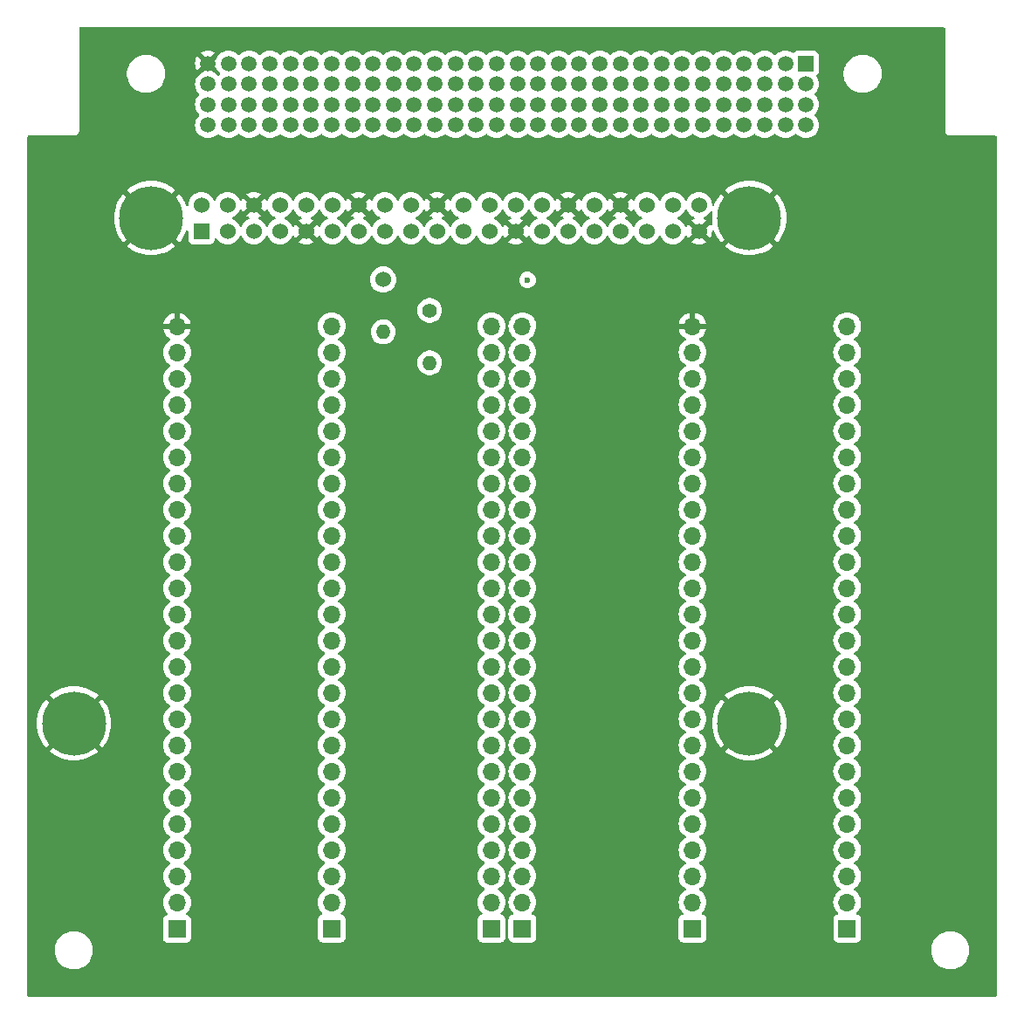
<source format=gbr>
%TF.GenerationSoftware,KiCad,Pcbnew,8.0.0*%
%TF.CreationDate,2025-01-16T00:37:42+02:00*%
%TF.ProjectId,diplomna_2024_pcb_layout,6469706c-6f6d-46e6-915f-323032345f70,rev?*%
%TF.SameCoordinates,Original*%
%TF.FileFunction,Copper,L2,Inr*%
%TF.FilePolarity,Positive*%
%FSLAX46Y46*%
G04 Gerber Fmt 4.6, Leading zero omitted, Abs format (unit mm)*
G04 Created by KiCad (PCBNEW 8.0.0) date 2025-01-16 00:37:42*
%MOMM*%
%LPD*%
G01*
G04 APERTURE LIST*
%TA.AperFunction,ComponentPad*%
%ADD10R,1.700000X1.700000*%
%TD*%
%TA.AperFunction,ComponentPad*%
%ADD11O,1.700000X1.700000*%
%TD*%
%TA.AperFunction,ComponentPad*%
%ADD12C,6.200000*%
%TD*%
%TA.AperFunction,ComponentPad*%
%ADD13C,1.524000*%
%TD*%
%TA.AperFunction,ComponentPad*%
%ADD14R,1.524000X1.524000*%
%TD*%
%TA.AperFunction,ComponentPad*%
%ADD15R,1.500000X1.500000*%
%TD*%
%TA.AperFunction,ComponentPad*%
%ADD16C,1.500000*%
%TD*%
%TA.AperFunction,ComponentPad*%
%ADD17O,1.400000X1.400000*%
%TD*%
%TA.AperFunction,ComponentPad*%
%ADD18C,1.400000*%
%TD*%
%TA.AperFunction,ViaPad*%
%ADD19C,0.600000*%
%TD*%
G04 APERTURE END LIST*
D10*
%TO.N,I/O*%
%TO.C,REF\u002A\u002A*%
X186000000Y-138400000D03*
D11*
X186000000Y-135860000D03*
X186000000Y-133320000D03*
X186000000Y-130780000D03*
X186000000Y-128240000D03*
X186000000Y-125700000D03*
X186000000Y-123160000D03*
%TO.N,N/C*%
X186000000Y-120620000D03*
%TO.N,CS*%
X186000000Y-118080000D03*
X186000000Y-115540000D03*
X186000000Y-113000000D03*
X186000000Y-110460000D03*
X186000000Y-107920000D03*
%TO.N,N/C*%
X186000000Y-105380000D03*
%TO.N,analog*%
X186000000Y-102840000D03*
X186000000Y-100300000D03*
%TO.N,CS*%
X186000000Y-97760000D03*
%TO.N,miso*%
X186000000Y-95220000D03*
%TO.N,mosi*%
X186000000Y-92680000D03*
%TO.N,scl*%
X186000000Y-90140000D03*
%TO.N,N/C*%
X186000000Y-87600000D03*
%TO.N,sda_i2c*%
X186000000Y-85060000D03*
%TO.N,scl_i2c*%
X186000000Y-82520000D03*
%TO.N,VDD*%
X186000000Y-79980000D03*
%TD*%
D12*
%TO.N,GND*%
%TO.C,*%
X161000000Y-118500000D03*
%TD*%
%TO.N,GND*%
%TO.C,REF\u002A\u002A*%
X226500000Y-118500000D03*
X226500000Y-69500000D03*
X168500000Y-69500000D03*
D13*
%TO.N,I/O*%
X221630000Y-68230000D03*
%TO.N,GND*%
X221630000Y-70770000D03*
%TO.N,I/O*%
X219090000Y-68230000D03*
%TO.N,N/C*%
X219090000Y-70770000D03*
%TO.N,I/O*%
X216550000Y-68230000D03*
%TO.N,N/C*%
X216550000Y-70770000D03*
%TO.N,GND*%
X214010000Y-68230000D03*
%TO.N,N/C*%
X214010000Y-70770000D03*
X211470000Y-68230000D03*
X211470000Y-70770000D03*
%TO.N,GND*%
X208930000Y-68230000D03*
%TO.N,N/C*%
X208930000Y-70770000D03*
%TO.N,I/O*%
X206390000Y-68230000D03*
%TO.N,N/C*%
X206390000Y-70770000D03*
%TO.N,I/O*%
X203850000Y-68230000D03*
%TO.N,GND*%
X203850000Y-70770000D03*
%TO.N,I/O*%
X201310000Y-68230000D03*
%TO.N,scl*%
X201310000Y-70770000D03*
%TO.N,I/O*%
X198770000Y-68230000D03*
%TO.N,miso*%
X198770000Y-70770000D03*
%TO.N,GND*%
X196230000Y-68230000D03*
%TO.N,mosi*%
X196230000Y-70770000D03*
%TO.N,I/O*%
X193690000Y-68230000D03*
%TO.N,N/C*%
X193690000Y-70770000D03*
%TO.N,I/O*%
X191150000Y-68230000D03*
%TO.N,N/C*%
X191150000Y-70770000D03*
%TO.N,GND*%
X188610000Y-68230000D03*
%TO.N,N/C*%
X188610000Y-70770000D03*
X186070000Y-68230000D03*
X186070000Y-70770000D03*
%TO.N,rx*%
X183530000Y-68230000D03*
%TO.N,GND*%
X183530000Y-70770000D03*
%TO.N,tx*%
X180990000Y-68230000D03*
%TO.N,N/C*%
X180990000Y-70770000D03*
%TO.N,GND*%
X178450000Y-68230000D03*
%TO.N,scl_i2c*%
X178450000Y-70770000D03*
%TO.N,VDD*%
X175910000Y-68230000D03*
%TO.N,sda_i2c*%
X175910000Y-70770000D03*
%TO.N,VDD*%
X173370000Y-68230000D03*
D14*
%TO.N,3.3v*%
X173370000Y-70770000D03*
%TD*%
D10*
%TO.N,N/C*%
%TO.C,REF\u002A\u002A*%
X236000000Y-138400000D03*
D11*
X236000000Y-135860000D03*
X236000000Y-133320000D03*
X236000000Y-130780000D03*
X236000000Y-128240000D03*
X236000000Y-125700000D03*
X236000000Y-123160000D03*
X236000000Y-120620000D03*
X236000000Y-118080000D03*
X236000000Y-115540000D03*
X236000000Y-113000000D03*
X236000000Y-110460000D03*
X236000000Y-107920000D03*
X236000000Y-105380000D03*
X236000000Y-102840000D03*
X236000000Y-100300000D03*
X236000000Y-97760000D03*
X236000000Y-95220000D03*
X236000000Y-92680000D03*
X236000000Y-90140000D03*
X236000000Y-87600000D03*
X236000000Y-85060000D03*
X236000000Y-82520000D03*
%TO.N,VDD*%
X236000000Y-79980000D03*
%TD*%
D10*
%TO.N,I/O*%
%TO.C,REF\u002A\u002A*%
X204500000Y-138400000D03*
D11*
X204500000Y-135860000D03*
X204500000Y-133320000D03*
X204500000Y-130780000D03*
X204500000Y-128240000D03*
X204500000Y-125700000D03*
X204500000Y-123160000D03*
%TO.N,N/C*%
X204500000Y-120620000D03*
%TO.N,CS*%
X204500000Y-118080000D03*
X204500000Y-115540000D03*
X204500000Y-113000000D03*
X204500000Y-110460000D03*
X204500000Y-107920000D03*
%TO.N,N/C*%
X204500000Y-105380000D03*
%TO.N,analog*%
X204500000Y-102840000D03*
X204500000Y-100300000D03*
%TO.N,N/C*%
X204500000Y-97760000D03*
%TO.N,miso*%
X204500000Y-95220000D03*
%TO.N,mosi*%
X204500000Y-92680000D03*
%TO.N,scl*%
X204500000Y-90140000D03*
%TO.N,N/C*%
X204500000Y-87600000D03*
%TO.N,sda_i2c*%
X204500000Y-85060000D03*
%TO.N,scl_i2c*%
X204500000Y-82520000D03*
%TO.N,N/C*%
X204500000Y-79980000D03*
%TD*%
D10*
%TO.N,I/O*%
%TO.C,REF\u002A\u002A*%
X201500000Y-138400000D03*
D11*
X201500000Y-135860000D03*
X201500000Y-133320000D03*
X201500000Y-130780000D03*
X201500000Y-128240000D03*
X201500000Y-125700000D03*
X201500000Y-123160000D03*
%TO.N,N/C*%
X201500000Y-120620000D03*
%TO.N,CS*%
X201500000Y-118080000D03*
X201500000Y-115540000D03*
X201500000Y-113000000D03*
X201500000Y-110460000D03*
X201500000Y-107920000D03*
%TO.N,N/C*%
X201500000Y-105380000D03*
%TO.N,analog*%
X201500000Y-102840000D03*
X201500000Y-100300000D03*
%TO.N,N/C*%
X201500000Y-97760000D03*
%TO.N,miso*%
X201500000Y-95220000D03*
%TO.N,mosi*%
X201500000Y-92680000D03*
%TO.N,scl*%
X201500000Y-90140000D03*
%TO.N,N/C*%
X201500000Y-87600000D03*
%TO.N,sda_i2c*%
X201500000Y-85060000D03*
%TO.N,scl_i2c*%
X201500000Y-82520000D03*
%TO.N,N/C*%
X201500000Y-79980000D03*
%TD*%
D10*
%TO.N,N/C*%
%TO.C,REF\u002A\u002A*%
X171000000Y-138420000D03*
D11*
X171000000Y-135880000D03*
X171000000Y-133340000D03*
X171000000Y-130800000D03*
X171000000Y-128260000D03*
X171000000Y-125720000D03*
X171000000Y-123180000D03*
X171000000Y-120640000D03*
X171000000Y-118100000D03*
X171000000Y-115560000D03*
X171000000Y-113020000D03*
X171000000Y-110480000D03*
X171000000Y-107940000D03*
X171000000Y-105400000D03*
X171000000Y-102860000D03*
X171000000Y-100320000D03*
X171000000Y-97780000D03*
X171000000Y-95240000D03*
X171000000Y-92700000D03*
X171000000Y-90160000D03*
X171000000Y-87620000D03*
X171000000Y-85080000D03*
X171000000Y-82540000D03*
%TO.N,GND*%
X171000000Y-80000000D03*
%TD*%
D15*
%TO.N,N/C*%
%TO.C,J\u002A\u002A*%
X232000000Y-54500000D03*
D16*
X230000000Y-54500000D03*
X228000000Y-54500000D03*
X226000000Y-54500000D03*
X224000000Y-54500000D03*
X222000000Y-54500000D03*
X220000000Y-54500000D03*
X218000000Y-54500000D03*
X216000000Y-54500000D03*
X214000000Y-54500000D03*
X212000000Y-54500000D03*
X210000000Y-54500000D03*
X208000000Y-54500000D03*
X206000000Y-54500000D03*
X204000000Y-54500000D03*
X202000000Y-54500000D03*
X200000000Y-54500000D03*
X198000000Y-54500000D03*
X196000000Y-54500000D03*
X194000000Y-54500000D03*
X192000000Y-54500000D03*
X190000000Y-54500000D03*
X188000000Y-54500000D03*
X186000000Y-54500000D03*
X184000000Y-54500000D03*
X182000000Y-54500000D03*
X180000000Y-54500000D03*
X178000000Y-54500000D03*
X176000000Y-54500000D03*
%TO.N,GND*%
X174000000Y-54500000D03*
%TO.N,N/C*%
X232000000Y-56500000D03*
X230000000Y-56500000D03*
X228000000Y-56500000D03*
X226000000Y-56500000D03*
X224000000Y-56500000D03*
X222000000Y-56500000D03*
X220000000Y-56500000D03*
X218000000Y-56500000D03*
X216000000Y-56500000D03*
X214000000Y-56500000D03*
X212000000Y-56500000D03*
X210000000Y-56500000D03*
X208000000Y-56500000D03*
X206000000Y-56500000D03*
X204000000Y-56500000D03*
X202000000Y-56500000D03*
X200000000Y-56500000D03*
X198000000Y-56500000D03*
X196000000Y-56500000D03*
X194000000Y-56500000D03*
X192000000Y-56500000D03*
X190000000Y-56500000D03*
X188000000Y-56500000D03*
X186000000Y-56500000D03*
X184000000Y-56500000D03*
X182000000Y-56500000D03*
X180000000Y-56500000D03*
X178000000Y-56500000D03*
X176000000Y-56500000D03*
%TO.N,3.3v*%
X174000000Y-56500000D03*
%TO.N,N/C*%
X232000000Y-58500000D03*
X230000000Y-58500000D03*
X228000000Y-58500000D03*
X226000000Y-58500000D03*
X224000000Y-58500000D03*
X222000000Y-58500000D03*
X220000000Y-58500000D03*
X218000000Y-58500000D03*
X216000000Y-58500000D03*
X214000000Y-58500000D03*
X212000000Y-58500000D03*
X210000000Y-58500000D03*
X208000000Y-58500000D03*
X206000000Y-58500000D03*
X204000000Y-58500000D03*
X202000000Y-58500000D03*
X200000000Y-58500000D03*
X198000000Y-58500000D03*
X196000000Y-58500000D03*
X194000000Y-58500000D03*
X192000000Y-58500000D03*
X190000000Y-58500000D03*
X188000000Y-58500000D03*
X186000000Y-58500000D03*
X184000000Y-58500000D03*
X182000000Y-58500000D03*
X180000000Y-58500000D03*
X178000000Y-58500000D03*
X176000000Y-58500000D03*
%TO.N,VDD*%
X174000000Y-58500000D03*
%TO.N,N/C*%
X232000000Y-60500000D03*
X230000000Y-60500000D03*
X228000000Y-60500000D03*
X226000000Y-60500000D03*
X224000000Y-60500000D03*
X222000000Y-60500000D03*
X220000000Y-60500000D03*
X218000000Y-60500000D03*
X216000000Y-60500000D03*
%TO.N,I/O*%
X214000000Y-60500000D03*
X212000000Y-60500000D03*
X210000000Y-60500000D03*
%TO.N,N/C*%
X208000000Y-60500000D03*
X206000000Y-60500000D03*
X204000000Y-60500000D03*
X202000000Y-60500000D03*
%TO.N,I/O*%
X200000000Y-60500000D03*
X198000000Y-60500000D03*
X196000000Y-60500000D03*
X194000000Y-60500000D03*
X192000000Y-60500000D03*
X190000000Y-60500000D03*
%TO.N,N/C*%
X188000000Y-60500000D03*
%TO.N,rx*%
X186000000Y-60500000D03*
%TO.N,tx*%
X184000000Y-60500000D03*
%TO.N,N/C*%
X182000000Y-60500000D03*
%TO.N,scl_i2c*%
X180000000Y-60500000D03*
%TO.N,sda_i2c*%
X178000000Y-60500000D03*
%TO.N,N/C*%
X176000000Y-60500000D03*
%TO.N,VDD*%
X174000000Y-60500000D03*
%TD*%
D13*
%TO.N,VDD*%
%TO.C,REF\u002A\u002A*%
X191000000Y-75460000D03*
D17*
%TO.N,scl_i2c*%
X191000000Y-80540000D03*
%TD*%
D18*
%TO.N,VDD*%
%TO.C,REF\u002A\u002A*%
X195500000Y-78460000D03*
D17*
%TO.N,sda_i2c*%
X195500000Y-83540000D03*
%TD*%
D10*
%TO.N,I/O*%
%TO.C,REF\u002A\u002A*%
X221000000Y-138400000D03*
D11*
X221000000Y-135860000D03*
X221000000Y-133320000D03*
X221000000Y-130780000D03*
X221000000Y-128240000D03*
X221000000Y-125700000D03*
X221000000Y-123160000D03*
%TO.N,N/C*%
X221000000Y-120620000D03*
%TO.N,CS*%
X221000000Y-118080000D03*
X221000000Y-115540000D03*
X221000000Y-113000000D03*
X221000000Y-110460000D03*
X221000000Y-107920000D03*
%TO.N,N/C*%
X221000000Y-105380000D03*
%TO.N,analog*%
X221000000Y-102840000D03*
X221000000Y-100300000D03*
%TO.N,CS*%
X221000000Y-97760000D03*
%TO.N,miso*%
X221000000Y-95220000D03*
%TO.N,mosi*%
X221000000Y-92680000D03*
%TO.N,scl*%
X221000000Y-90140000D03*
%TO.N,N/C*%
X221000000Y-87600000D03*
%TO.N,sda_i2c*%
X221000000Y-85060000D03*
%TO.N,scl_i2c*%
X221000000Y-82520000D03*
%TO.N,GND*%
X221000000Y-79980000D03*
%TD*%
D19*
%TO.N,scl*%
X205000000Y-75500000D03*
%TD*%
%TA.AperFunction,Conductor*%
%TO.N,GND*%
G36*
X182327865Y-68683435D02*
G01*
X182372382Y-68734811D01*
X182432464Y-68863658D01*
X182432468Y-68863666D01*
X182559170Y-69044615D01*
X182559175Y-69044621D01*
X182715378Y-69200824D01*
X182715384Y-69200829D01*
X182896333Y-69327531D01*
X182896335Y-69327532D01*
X182896338Y-69327534D01*
X182978514Y-69365853D01*
X183025781Y-69387894D01*
X183078220Y-69434066D01*
X183097372Y-69501260D01*
X183077156Y-69568141D01*
X183025781Y-69612658D01*
X182896590Y-69672901D01*
X182831811Y-69718258D01*
X183394057Y-70280504D01*
X183333919Y-70296619D01*
X183218080Y-70363498D01*
X183123498Y-70458080D01*
X183056619Y-70573919D01*
X183040504Y-70634057D01*
X182478258Y-70071811D01*
X182432901Y-70136590D01*
X182372658Y-70265781D01*
X182326485Y-70318220D01*
X182259292Y-70337372D01*
X182192411Y-70317156D01*
X182147894Y-70265781D01*
X182126852Y-70220657D01*
X182087534Y-70136339D01*
X181992125Y-70000080D01*
X181960827Y-69955381D01*
X181905962Y-69900516D01*
X181804620Y-69799174D01*
X181804616Y-69799171D01*
X181804615Y-69799170D01*
X181623666Y-69672468D01*
X181623658Y-69672464D01*
X181494811Y-69612382D01*
X181442371Y-69566210D01*
X181423219Y-69499017D01*
X181443435Y-69432135D01*
X181494811Y-69387618D01*
X181541486Y-69365853D01*
X181623662Y-69327534D01*
X181804620Y-69200826D01*
X181960826Y-69044620D01*
X182087534Y-68863662D01*
X182147618Y-68734811D01*
X182193790Y-68682371D01*
X182260983Y-68663219D01*
X182327865Y-68683435D01*
G37*
%TD.AperFunction*%
%TA.AperFunction,Conductor*%
G36*
X202647865Y-68683435D02*
G01*
X202692382Y-68734811D01*
X202752464Y-68863658D01*
X202752468Y-68863666D01*
X202879170Y-69044615D01*
X202879175Y-69044621D01*
X203035378Y-69200824D01*
X203035384Y-69200829D01*
X203216333Y-69327531D01*
X203216335Y-69327532D01*
X203216338Y-69327534D01*
X203298514Y-69365853D01*
X203345781Y-69387894D01*
X203398220Y-69434066D01*
X203417372Y-69501260D01*
X203397156Y-69568141D01*
X203345781Y-69612658D01*
X203216590Y-69672901D01*
X203151811Y-69718258D01*
X203714057Y-70280504D01*
X203653919Y-70296619D01*
X203538080Y-70363498D01*
X203443498Y-70458080D01*
X203376619Y-70573919D01*
X203360504Y-70634057D01*
X202798258Y-70071811D01*
X202752901Y-70136590D01*
X202692658Y-70265781D01*
X202646485Y-70318220D01*
X202579292Y-70337372D01*
X202512411Y-70317156D01*
X202467894Y-70265781D01*
X202446852Y-70220657D01*
X202407534Y-70136339D01*
X202312125Y-70000080D01*
X202280827Y-69955381D01*
X202225962Y-69900516D01*
X202124620Y-69799174D01*
X202124616Y-69799171D01*
X202124615Y-69799170D01*
X201943666Y-69672468D01*
X201943658Y-69672464D01*
X201814811Y-69612382D01*
X201762371Y-69566210D01*
X201743219Y-69499017D01*
X201763435Y-69432135D01*
X201814811Y-69387618D01*
X201861486Y-69365853D01*
X201943662Y-69327534D01*
X202124620Y-69200826D01*
X202280826Y-69044620D01*
X202407534Y-68863662D01*
X202467618Y-68734811D01*
X202513790Y-68682371D01*
X202580983Y-68663219D01*
X202647865Y-68683435D01*
G37*
%TD.AperFunction*%
%TA.AperFunction,Conductor*%
G36*
X220427865Y-68683435D02*
G01*
X220472382Y-68734811D01*
X220532464Y-68863658D01*
X220532468Y-68863666D01*
X220659170Y-69044615D01*
X220659175Y-69044621D01*
X220815378Y-69200824D01*
X220815384Y-69200829D01*
X220996333Y-69327531D01*
X220996335Y-69327532D01*
X220996338Y-69327534D01*
X221078514Y-69365853D01*
X221125781Y-69387894D01*
X221178220Y-69434066D01*
X221197372Y-69501260D01*
X221177156Y-69568141D01*
X221125781Y-69612658D01*
X220996590Y-69672901D01*
X220931811Y-69718258D01*
X221494057Y-70280504D01*
X221433919Y-70296619D01*
X221318080Y-70363498D01*
X221223498Y-70458080D01*
X221156619Y-70573919D01*
X221140504Y-70634057D01*
X220578258Y-70071811D01*
X220532901Y-70136590D01*
X220472658Y-70265781D01*
X220426485Y-70318220D01*
X220359292Y-70337372D01*
X220292411Y-70317156D01*
X220247894Y-70265781D01*
X220226852Y-70220657D01*
X220187534Y-70136339D01*
X220092125Y-70000080D01*
X220060827Y-69955381D01*
X220005962Y-69900516D01*
X219904620Y-69799174D01*
X219904616Y-69799171D01*
X219904615Y-69799170D01*
X219723666Y-69672468D01*
X219723658Y-69672464D01*
X219594811Y-69612382D01*
X219542371Y-69566210D01*
X219523219Y-69499017D01*
X219543435Y-69432135D01*
X219594811Y-69387618D01*
X219641486Y-69365853D01*
X219723662Y-69327534D01*
X219904620Y-69200826D01*
X220060826Y-69044620D01*
X220187534Y-68863662D01*
X220247618Y-68734811D01*
X220293790Y-68682371D01*
X220360983Y-68663219D01*
X220427865Y-68683435D01*
G37*
%TD.AperFunction*%
%TA.AperFunction,Conductor*%
G36*
X184867865Y-68683435D02*
G01*
X184912382Y-68734811D01*
X184972464Y-68863658D01*
X184972468Y-68863666D01*
X185099170Y-69044615D01*
X185099175Y-69044621D01*
X185255378Y-69200824D01*
X185255384Y-69200829D01*
X185436333Y-69327531D01*
X185436335Y-69327532D01*
X185436338Y-69327534D01*
X185518514Y-69365853D01*
X185565189Y-69387618D01*
X185617628Y-69433790D01*
X185636780Y-69500984D01*
X185616564Y-69567865D01*
X185565189Y-69612382D01*
X185436340Y-69672465D01*
X185436338Y-69672466D01*
X185255377Y-69799175D01*
X185099175Y-69955377D01*
X184972467Y-70136337D01*
X184912105Y-70265782D01*
X184865932Y-70318221D01*
X184798738Y-70337372D01*
X184731857Y-70317156D01*
X184687341Y-70265780D01*
X184627098Y-70136589D01*
X184627097Y-70136587D01*
X184581741Y-70071811D01*
X184581740Y-70071810D01*
X184019494Y-70634056D01*
X184003381Y-70573919D01*
X183936502Y-70458080D01*
X183841920Y-70363498D01*
X183726081Y-70296619D01*
X183665942Y-70280505D01*
X184228188Y-69718259D01*
X184228187Y-69718258D01*
X184163411Y-69672901D01*
X184163405Y-69672898D01*
X184034219Y-69612658D01*
X183981779Y-69566486D01*
X183962627Y-69499293D01*
X183982843Y-69432411D01*
X184034219Y-69387894D01*
X184081486Y-69365853D01*
X184163662Y-69327534D01*
X184344620Y-69200826D01*
X184500826Y-69044620D01*
X184627534Y-68863662D01*
X184687618Y-68734811D01*
X184733790Y-68682371D01*
X184800983Y-68663219D01*
X184867865Y-68683435D01*
G37*
%TD.AperFunction*%
%TA.AperFunction,Conductor*%
G36*
X205187865Y-68683435D02*
G01*
X205232382Y-68734811D01*
X205292464Y-68863658D01*
X205292468Y-68863666D01*
X205419170Y-69044615D01*
X205419175Y-69044621D01*
X205575378Y-69200824D01*
X205575384Y-69200829D01*
X205756333Y-69327531D01*
X205756335Y-69327532D01*
X205756338Y-69327534D01*
X205838514Y-69365853D01*
X205885189Y-69387618D01*
X205937628Y-69433790D01*
X205956780Y-69500984D01*
X205936564Y-69567865D01*
X205885189Y-69612382D01*
X205756340Y-69672465D01*
X205756338Y-69672466D01*
X205575377Y-69799175D01*
X205419175Y-69955377D01*
X205292467Y-70136337D01*
X205232105Y-70265782D01*
X205185932Y-70318221D01*
X205118738Y-70337372D01*
X205051857Y-70317156D01*
X205007341Y-70265780D01*
X204947098Y-70136589D01*
X204947097Y-70136587D01*
X204901741Y-70071811D01*
X204901740Y-70071810D01*
X204339494Y-70634056D01*
X204323381Y-70573919D01*
X204256502Y-70458080D01*
X204161920Y-70363498D01*
X204046081Y-70296619D01*
X203985942Y-70280505D01*
X204548188Y-69718259D01*
X204548187Y-69718258D01*
X204483411Y-69672901D01*
X204483405Y-69672898D01*
X204354219Y-69612658D01*
X204301779Y-69566486D01*
X204282627Y-69499293D01*
X204302843Y-69432411D01*
X204354219Y-69387894D01*
X204401486Y-69365853D01*
X204483662Y-69327534D01*
X204664620Y-69200826D01*
X204820826Y-69044620D01*
X204947534Y-68863662D01*
X205007618Y-68734811D01*
X205053790Y-68682371D01*
X205120983Y-68663219D01*
X205187865Y-68683435D01*
G37*
%TD.AperFunction*%
%TA.AperFunction,Conductor*%
G36*
X222901031Y-68862834D02*
G01*
X222936445Y-68923064D01*
X222938649Y-68972652D01*
X222914808Y-69123179D01*
X222895060Y-69499999D01*
X222895060Y-69500000D01*
X222914808Y-69876820D01*
X222938828Y-70028475D01*
X222929873Y-70097768D01*
X222884877Y-70151220D01*
X222818126Y-70171860D01*
X222750812Y-70153135D01*
X222714780Y-70118996D01*
X222681741Y-70071811D01*
X222681740Y-70071810D01*
X222119494Y-70634056D01*
X222103381Y-70573919D01*
X222036502Y-70458080D01*
X221941920Y-70363498D01*
X221826081Y-70296619D01*
X221765942Y-70280505D01*
X222328188Y-69718259D01*
X222328187Y-69718258D01*
X222263411Y-69672901D01*
X222263405Y-69672898D01*
X222134219Y-69612658D01*
X222081779Y-69566486D01*
X222062627Y-69499293D01*
X222082843Y-69432411D01*
X222134219Y-69387894D01*
X222181486Y-69365853D01*
X222263662Y-69327534D01*
X222444620Y-69200826D01*
X222600826Y-69044620D01*
X222714603Y-68882129D01*
X222769177Y-68838506D01*
X222838676Y-68831312D01*
X222901031Y-68862834D01*
G37*
%TD.AperFunction*%
%TA.AperFunction,Conductor*%
G36*
X177976619Y-68426081D02*
G01*
X178043498Y-68541920D01*
X178138080Y-68636502D01*
X178253919Y-68703381D01*
X178314057Y-68719494D01*
X177751810Y-69281740D01*
X177816589Y-69327098D01*
X177945781Y-69387342D01*
X177998220Y-69433514D01*
X178017372Y-69500708D01*
X177997156Y-69567589D01*
X177945781Y-69612106D01*
X177816340Y-69672465D01*
X177816338Y-69672466D01*
X177635377Y-69799175D01*
X177479175Y-69955377D01*
X177352466Y-70136338D01*
X177352465Y-70136340D01*
X177292382Y-70265189D01*
X177246209Y-70317628D01*
X177179016Y-70336780D01*
X177112135Y-70316564D01*
X177067618Y-70265189D01*
X177046852Y-70220657D01*
X177007534Y-70136339D01*
X176912125Y-70000080D01*
X176880827Y-69955381D01*
X176825962Y-69900516D01*
X176724620Y-69799174D01*
X176724616Y-69799171D01*
X176724615Y-69799170D01*
X176543666Y-69672468D01*
X176543658Y-69672464D01*
X176414811Y-69612382D01*
X176362371Y-69566210D01*
X176343219Y-69499017D01*
X176363435Y-69432135D01*
X176414811Y-69387618D01*
X176461486Y-69365853D01*
X176543662Y-69327534D01*
X176724620Y-69200826D01*
X176880826Y-69044620D01*
X177007534Y-68863662D01*
X177067894Y-68734218D01*
X177114066Y-68681779D01*
X177181259Y-68662627D01*
X177248141Y-68682843D01*
X177292658Y-68734219D01*
X177352898Y-68863405D01*
X177352901Y-68863411D01*
X177398258Y-68928187D01*
X177398259Y-68928188D01*
X177960504Y-68365942D01*
X177976619Y-68426081D01*
G37*
%TD.AperFunction*%
%TA.AperFunction,Conductor*%
G36*
X179501741Y-68928188D02*
G01*
X179547094Y-68863417D01*
X179547095Y-68863416D01*
X179607340Y-68734219D01*
X179653512Y-68681780D01*
X179720706Y-68662627D01*
X179787587Y-68682842D01*
X179832105Y-68734218D01*
X179892466Y-68863662D01*
X179892468Y-68863666D01*
X180019170Y-69044615D01*
X180019175Y-69044621D01*
X180175378Y-69200824D01*
X180175384Y-69200829D01*
X180356333Y-69327531D01*
X180356335Y-69327532D01*
X180356338Y-69327534D01*
X180438514Y-69365853D01*
X180485189Y-69387618D01*
X180537628Y-69433790D01*
X180556780Y-69500984D01*
X180536564Y-69567865D01*
X180485189Y-69612382D01*
X180356340Y-69672465D01*
X180356338Y-69672466D01*
X180175377Y-69799175D01*
X180019175Y-69955377D01*
X179892466Y-70136338D01*
X179892465Y-70136340D01*
X179832382Y-70265189D01*
X179786209Y-70317628D01*
X179719016Y-70336780D01*
X179652135Y-70316564D01*
X179607618Y-70265189D01*
X179586852Y-70220657D01*
X179547534Y-70136339D01*
X179452125Y-70000080D01*
X179420827Y-69955381D01*
X179365962Y-69900516D01*
X179264620Y-69799174D01*
X179264616Y-69799171D01*
X179264615Y-69799170D01*
X179083666Y-69672468D01*
X179083662Y-69672466D01*
X178954218Y-69612105D01*
X178901779Y-69565932D01*
X178882627Y-69498739D01*
X178902843Y-69431858D01*
X178954219Y-69387340D01*
X179083416Y-69327095D01*
X179083417Y-69327094D01*
X179148188Y-69281741D01*
X178585942Y-68719494D01*
X178646081Y-68703381D01*
X178761920Y-68636502D01*
X178856502Y-68541920D01*
X178923381Y-68426081D01*
X178939495Y-68365942D01*
X179501741Y-68928188D01*
G37*
%TD.AperFunction*%
%TA.AperFunction,Conductor*%
G36*
X188136619Y-68426081D02*
G01*
X188203498Y-68541920D01*
X188298080Y-68636502D01*
X188413919Y-68703381D01*
X188474057Y-68719494D01*
X187911810Y-69281740D01*
X187976589Y-69327098D01*
X188105781Y-69387342D01*
X188158220Y-69433514D01*
X188177372Y-69500708D01*
X188157156Y-69567589D01*
X188105781Y-69612106D01*
X187976340Y-69672465D01*
X187976338Y-69672466D01*
X187795377Y-69799175D01*
X187639175Y-69955377D01*
X187512466Y-70136338D01*
X187512465Y-70136340D01*
X187452382Y-70265189D01*
X187406209Y-70317628D01*
X187339016Y-70336780D01*
X187272135Y-70316564D01*
X187227618Y-70265189D01*
X187206852Y-70220657D01*
X187167534Y-70136339D01*
X187072125Y-70000080D01*
X187040827Y-69955381D01*
X186985962Y-69900516D01*
X186884620Y-69799174D01*
X186884616Y-69799171D01*
X186884615Y-69799170D01*
X186703666Y-69672468D01*
X186703658Y-69672464D01*
X186574811Y-69612382D01*
X186522371Y-69566210D01*
X186503219Y-69499017D01*
X186523435Y-69432135D01*
X186574811Y-69387618D01*
X186621486Y-69365853D01*
X186703662Y-69327534D01*
X186884620Y-69200826D01*
X187040826Y-69044620D01*
X187167534Y-68863662D01*
X187227894Y-68734218D01*
X187274066Y-68681779D01*
X187341259Y-68662627D01*
X187408141Y-68682843D01*
X187452658Y-68734219D01*
X187512898Y-68863405D01*
X187512901Y-68863411D01*
X187558258Y-68928187D01*
X187558259Y-68928188D01*
X188120504Y-68365942D01*
X188136619Y-68426081D01*
G37*
%TD.AperFunction*%
%TA.AperFunction,Conductor*%
G36*
X189661741Y-68928188D02*
G01*
X189707094Y-68863417D01*
X189707095Y-68863416D01*
X189767340Y-68734219D01*
X189813512Y-68681780D01*
X189880706Y-68662627D01*
X189947587Y-68682842D01*
X189992105Y-68734218D01*
X190052466Y-68863662D01*
X190052468Y-68863666D01*
X190179170Y-69044615D01*
X190179175Y-69044621D01*
X190335378Y-69200824D01*
X190335384Y-69200829D01*
X190516333Y-69327531D01*
X190516335Y-69327532D01*
X190516338Y-69327534D01*
X190598514Y-69365853D01*
X190645189Y-69387618D01*
X190697628Y-69433790D01*
X190716780Y-69500984D01*
X190696564Y-69567865D01*
X190645189Y-69612382D01*
X190516340Y-69672465D01*
X190516338Y-69672466D01*
X190335377Y-69799175D01*
X190179175Y-69955377D01*
X190052466Y-70136338D01*
X190052465Y-70136340D01*
X189992382Y-70265189D01*
X189946209Y-70317628D01*
X189879016Y-70336780D01*
X189812135Y-70316564D01*
X189767618Y-70265189D01*
X189746852Y-70220657D01*
X189707534Y-70136339D01*
X189612125Y-70000080D01*
X189580827Y-69955381D01*
X189525962Y-69900516D01*
X189424620Y-69799174D01*
X189424616Y-69799171D01*
X189424615Y-69799170D01*
X189243666Y-69672468D01*
X189243662Y-69672466D01*
X189114218Y-69612105D01*
X189061779Y-69565932D01*
X189042627Y-69498739D01*
X189062843Y-69431858D01*
X189114219Y-69387340D01*
X189243416Y-69327095D01*
X189243417Y-69327094D01*
X189308188Y-69281741D01*
X188745942Y-68719494D01*
X188806081Y-68703381D01*
X188921920Y-68636502D01*
X189016502Y-68541920D01*
X189083381Y-68426081D01*
X189099495Y-68365942D01*
X189661741Y-68928188D01*
G37*
%TD.AperFunction*%
%TA.AperFunction,Conductor*%
G36*
X195756619Y-68426081D02*
G01*
X195823498Y-68541920D01*
X195918080Y-68636502D01*
X196033919Y-68703381D01*
X196094057Y-68719494D01*
X195531810Y-69281740D01*
X195596589Y-69327098D01*
X195725781Y-69387342D01*
X195778220Y-69433514D01*
X195797372Y-69500708D01*
X195777156Y-69567589D01*
X195725781Y-69612106D01*
X195596340Y-69672465D01*
X195596338Y-69672466D01*
X195415377Y-69799175D01*
X195259175Y-69955377D01*
X195132466Y-70136338D01*
X195132465Y-70136340D01*
X195072382Y-70265189D01*
X195026209Y-70317628D01*
X194959016Y-70336780D01*
X194892135Y-70316564D01*
X194847618Y-70265189D01*
X194826852Y-70220657D01*
X194787534Y-70136339D01*
X194692125Y-70000080D01*
X194660827Y-69955381D01*
X194605962Y-69900516D01*
X194504620Y-69799174D01*
X194504616Y-69799171D01*
X194504615Y-69799170D01*
X194323666Y-69672468D01*
X194323658Y-69672464D01*
X194194811Y-69612382D01*
X194142371Y-69566210D01*
X194123219Y-69499017D01*
X194143435Y-69432135D01*
X194194811Y-69387618D01*
X194241486Y-69365853D01*
X194323662Y-69327534D01*
X194504620Y-69200826D01*
X194660826Y-69044620D01*
X194787534Y-68863662D01*
X194847894Y-68734218D01*
X194894066Y-68681779D01*
X194961259Y-68662627D01*
X195028141Y-68682843D01*
X195072658Y-68734219D01*
X195132898Y-68863405D01*
X195132901Y-68863411D01*
X195178258Y-68928187D01*
X195178259Y-68928188D01*
X195740504Y-68365942D01*
X195756619Y-68426081D01*
G37*
%TD.AperFunction*%
%TA.AperFunction,Conductor*%
G36*
X197281741Y-68928188D02*
G01*
X197327094Y-68863417D01*
X197327095Y-68863416D01*
X197387340Y-68734219D01*
X197433512Y-68681780D01*
X197500706Y-68662627D01*
X197567587Y-68682842D01*
X197612105Y-68734218D01*
X197672466Y-68863662D01*
X197672468Y-68863666D01*
X197799170Y-69044615D01*
X197799175Y-69044621D01*
X197955378Y-69200824D01*
X197955384Y-69200829D01*
X198136333Y-69327531D01*
X198136335Y-69327532D01*
X198136338Y-69327534D01*
X198218514Y-69365853D01*
X198265189Y-69387618D01*
X198317628Y-69433790D01*
X198336780Y-69500984D01*
X198316564Y-69567865D01*
X198265189Y-69612382D01*
X198136340Y-69672465D01*
X198136338Y-69672466D01*
X197955377Y-69799175D01*
X197799175Y-69955377D01*
X197672466Y-70136338D01*
X197672465Y-70136340D01*
X197612382Y-70265189D01*
X197566209Y-70317628D01*
X197499016Y-70336780D01*
X197432135Y-70316564D01*
X197387618Y-70265189D01*
X197366852Y-70220657D01*
X197327534Y-70136339D01*
X197232125Y-70000080D01*
X197200827Y-69955381D01*
X197145962Y-69900516D01*
X197044620Y-69799174D01*
X197044616Y-69799171D01*
X197044615Y-69799170D01*
X196863666Y-69672468D01*
X196863662Y-69672466D01*
X196734218Y-69612105D01*
X196681779Y-69565932D01*
X196662627Y-69498739D01*
X196682843Y-69431858D01*
X196734219Y-69387340D01*
X196863416Y-69327095D01*
X196863417Y-69327094D01*
X196928188Y-69281741D01*
X196365942Y-68719494D01*
X196426081Y-68703381D01*
X196541920Y-68636502D01*
X196636502Y-68541920D01*
X196703381Y-68426081D01*
X196719495Y-68365942D01*
X197281741Y-68928188D01*
G37*
%TD.AperFunction*%
%TA.AperFunction,Conductor*%
G36*
X208456619Y-68426081D02*
G01*
X208523498Y-68541920D01*
X208618080Y-68636502D01*
X208733919Y-68703381D01*
X208794057Y-68719494D01*
X208231810Y-69281740D01*
X208296589Y-69327098D01*
X208425781Y-69387342D01*
X208478220Y-69433514D01*
X208497372Y-69500708D01*
X208477156Y-69567589D01*
X208425781Y-69612106D01*
X208296340Y-69672465D01*
X208296338Y-69672466D01*
X208115377Y-69799175D01*
X207959175Y-69955377D01*
X207832466Y-70136338D01*
X207832465Y-70136340D01*
X207772382Y-70265189D01*
X207726209Y-70317628D01*
X207659016Y-70336780D01*
X207592135Y-70316564D01*
X207547618Y-70265189D01*
X207526852Y-70220657D01*
X207487534Y-70136339D01*
X207392125Y-70000080D01*
X207360827Y-69955381D01*
X207305962Y-69900516D01*
X207204620Y-69799174D01*
X207204616Y-69799171D01*
X207204615Y-69799170D01*
X207023666Y-69672468D01*
X207023658Y-69672464D01*
X206894811Y-69612382D01*
X206842371Y-69566210D01*
X206823219Y-69499017D01*
X206843435Y-69432135D01*
X206894811Y-69387618D01*
X206941486Y-69365853D01*
X207023662Y-69327534D01*
X207204620Y-69200826D01*
X207360826Y-69044620D01*
X207487534Y-68863662D01*
X207547894Y-68734218D01*
X207594066Y-68681779D01*
X207661259Y-68662627D01*
X207728141Y-68682843D01*
X207772658Y-68734219D01*
X207832898Y-68863405D01*
X207832901Y-68863411D01*
X207878258Y-68928187D01*
X207878259Y-68928188D01*
X208440504Y-68365942D01*
X208456619Y-68426081D01*
G37*
%TD.AperFunction*%
%TA.AperFunction,Conductor*%
G36*
X209981741Y-68928188D02*
G01*
X210027094Y-68863417D01*
X210027095Y-68863416D01*
X210087340Y-68734219D01*
X210133512Y-68681780D01*
X210200706Y-68662627D01*
X210267587Y-68682842D01*
X210312105Y-68734218D01*
X210372466Y-68863662D01*
X210372468Y-68863666D01*
X210499170Y-69044615D01*
X210499175Y-69044621D01*
X210655378Y-69200824D01*
X210655384Y-69200829D01*
X210836333Y-69327531D01*
X210836335Y-69327532D01*
X210836338Y-69327534D01*
X210918514Y-69365853D01*
X210965189Y-69387618D01*
X211017628Y-69433790D01*
X211036780Y-69500984D01*
X211016564Y-69567865D01*
X210965189Y-69612382D01*
X210836340Y-69672465D01*
X210836338Y-69672466D01*
X210655377Y-69799175D01*
X210499175Y-69955377D01*
X210372466Y-70136338D01*
X210372465Y-70136340D01*
X210312382Y-70265189D01*
X210266209Y-70317628D01*
X210199016Y-70336780D01*
X210132135Y-70316564D01*
X210087618Y-70265189D01*
X210066852Y-70220657D01*
X210027534Y-70136339D01*
X209932125Y-70000080D01*
X209900827Y-69955381D01*
X209845962Y-69900516D01*
X209744620Y-69799174D01*
X209744616Y-69799171D01*
X209744615Y-69799170D01*
X209563666Y-69672468D01*
X209563662Y-69672466D01*
X209434218Y-69612105D01*
X209381779Y-69565932D01*
X209362627Y-69498739D01*
X209382843Y-69431858D01*
X209434219Y-69387340D01*
X209563416Y-69327095D01*
X209563417Y-69327094D01*
X209628188Y-69281741D01*
X209065942Y-68719494D01*
X209126081Y-68703381D01*
X209241920Y-68636502D01*
X209336502Y-68541920D01*
X209403381Y-68426081D01*
X209419495Y-68365942D01*
X209981741Y-68928188D01*
G37*
%TD.AperFunction*%
%TA.AperFunction,Conductor*%
G36*
X213536619Y-68426081D02*
G01*
X213603498Y-68541920D01*
X213698080Y-68636502D01*
X213813919Y-68703381D01*
X213874057Y-68719494D01*
X213311810Y-69281740D01*
X213376589Y-69327098D01*
X213505781Y-69387342D01*
X213558220Y-69433514D01*
X213577372Y-69500708D01*
X213557156Y-69567589D01*
X213505781Y-69612106D01*
X213376340Y-69672465D01*
X213376338Y-69672466D01*
X213195377Y-69799175D01*
X213039175Y-69955377D01*
X212912466Y-70136338D01*
X212912465Y-70136340D01*
X212852382Y-70265189D01*
X212806209Y-70317628D01*
X212739016Y-70336780D01*
X212672135Y-70316564D01*
X212627618Y-70265189D01*
X212606852Y-70220657D01*
X212567534Y-70136339D01*
X212472125Y-70000080D01*
X212440827Y-69955381D01*
X212385962Y-69900516D01*
X212284620Y-69799174D01*
X212284616Y-69799171D01*
X212284615Y-69799170D01*
X212103666Y-69672468D01*
X212103658Y-69672464D01*
X211974811Y-69612382D01*
X211922371Y-69566210D01*
X211903219Y-69499017D01*
X211923435Y-69432135D01*
X211974811Y-69387618D01*
X212021486Y-69365853D01*
X212103662Y-69327534D01*
X212284620Y-69200826D01*
X212440826Y-69044620D01*
X212567534Y-68863662D01*
X212627894Y-68734218D01*
X212674066Y-68681779D01*
X212741259Y-68662627D01*
X212808141Y-68682843D01*
X212852658Y-68734219D01*
X212912898Y-68863405D01*
X212912901Y-68863411D01*
X212958258Y-68928187D01*
X212958259Y-68928188D01*
X213520504Y-68365942D01*
X213536619Y-68426081D01*
G37*
%TD.AperFunction*%
%TA.AperFunction,Conductor*%
G36*
X215061741Y-68928188D02*
G01*
X215107094Y-68863417D01*
X215107095Y-68863416D01*
X215167340Y-68734219D01*
X215213512Y-68681780D01*
X215280706Y-68662627D01*
X215347587Y-68682842D01*
X215392105Y-68734218D01*
X215452466Y-68863662D01*
X215452468Y-68863666D01*
X215579170Y-69044615D01*
X215579175Y-69044621D01*
X215735378Y-69200824D01*
X215735384Y-69200829D01*
X215916333Y-69327531D01*
X215916335Y-69327532D01*
X215916338Y-69327534D01*
X215998514Y-69365853D01*
X216045189Y-69387618D01*
X216097628Y-69433790D01*
X216116780Y-69500984D01*
X216096564Y-69567865D01*
X216045189Y-69612382D01*
X215916340Y-69672465D01*
X215916338Y-69672466D01*
X215735377Y-69799175D01*
X215579175Y-69955377D01*
X215452466Y-70136338D01*
X215452465Y-70136340D01*
X215392382Y-70265189D01*
X215346209Y-70317628D01*
X215279016Y-70336780D01*
X215212135Y-70316564D01*
X215167618Y-70265189D01*
X215146852Y-70220657D01*
X215107534Y-70136339D01*
X215012125Y-70000080D01*
X214980827Y-69955381D01*
X214925962Y-69900516D01*
X214824620Y-69799174D01*
X214824616Y-69799171D01*
X214824615Y-69799170D01*
X214643666Y-69672468D01*
X214643662Y-69672466D01*
X214514218Y-69612105D01*
X214461779Y-69565932D01*
X214442627Y-69498739D01*
X214462843Y-69431858D01*
X214514219Y-69387340D01*
X214643416Y-69327095D01*
X214643417Y-69327094D01*
X214708188Y-69281741D01*
X214145942Y-68719494D01*
X214206081Y-68703381D01*
X214321920Y-68636502D01*
X214416502Y-68541920D01*
X214483381Y-68426081D01*
X214499495Y-68365942D01*
X215061741Y-68928188D01*
G37*
%TD.AperFunction*%
%TA.AperFunction,Conductor*%
G36*
X174837764Y-54984210D02*
G01*
X174862465Y-55019486D01*
X174912897Y-55127638D01*
X174937998Y-55163486D01*
X175038402Y-55306877D01*
X175038406Y-55306881D01*
X175143844Y-55412319D01*
X175177329Y-55473642D01*
X175172345Y-55543334D01*
X175143844Y-55587681D01*
X175087681Y-55643844D01*
X175026358Y-55677329D01*
X174956666Y-55672345D01*
X174912319Y-55643844D01*
X174806881Y-55538406D01*
X174806877Y-55538402D01*
X174663486Y-55437998D01*
X174627638Y-55412897D01*
X174519486Y-55362465D01*
X174484210Y-55337764D01*
X174129409Y-54982962D01*
X174192993Y-54965925D01*
X174307007Y-54900099D01*
X174400099Y-54807007D01*
X174465925Y-54692993D01*
X174482962Y-54629409D01*
X174837764Y-54984210D01*
G37*
%TD.AperFunction*%
%TA.AperFunction,Conductor*%
G36*
X245442539Y-51020185D02*
G01*
X245488294Y-51072989D01*
X245499500Y-51124500D01*
X245499500Y-61065891D01*
X245533608Y-61193187D01*
X245566554Y-61250250D01*
X245599500Y-61307314D01*
X245692686Y-61400500D01*
X245791521Y-61457563D01*
X245798510Y-61461598D01*
X245806814Y-61466392D01*
X245934108Y-61500500D01*
X246065892Y-61500500D01*
X250375500Y-61500500D01*
X250442539Y-61520185D01*
X250488294Y-61572989D01*
X250499500Y-61624500D01*
X250499500Y-144875500D01*
X250479815Y-144942539D01*
X250427011Y-144988294D01*
X250375500Y-144999500D01*
X156624500Y-144999500D01*
X156557461Y-144979815D01*
X156511706Y-144927011D01*
X156500500Y-144875500D01*
X156500500Y-140621288D01*
X159149500Y-140621288D01*
X159181161Y-140861785D01*
X159243947Y-141096104D01*
X159336773Y-141320205D01*
X159336776Y-141320212D01*
X159458064Y-141530289D01*
X159458066Y-141530292D01*
X159458067Y-141530293D01*
X159605733Y-141722736D01*
X159605739Y-141722743D01*
X159777256Y-141894260D01*
X159777262Y-141894265D01*
X159969711Y-142041936D01*
X160179788Y-142163224D01*
X160403900Y-142256054D01*
X160638211Y-142318838D01*
X160818586Y-142342584D01*
X160878711Y-142350500D01*
X160878712Y-142350500D01*
X161121289Y-142350500D01*
X161169388Y-142344167D01*
X161361789Y-142318838D01*
X161596100Y-142256054D01*
X161820212Y-142163224D01*
X162030289Y-142041936D01*
X162222738Y-141894265D01*
X162394265Y-141722738D01*
X162541936Y-141530289D01*
X162663224Y-141320212D01*
X162756054Y-141096100D01*
X162818838Y-140861789D01*
X162850500Y-140621288D01*
X244149500Y-140621288D01*
X244181161Y-140861785D01*
X244243947Y-141096104D01*
X244336773Y-141320205D01*
X244336776Y-141320212D01*
X244458064Y-141530289D01*
X244458066Y-141530292D01*
X244458067Y-141530293D01*
X244605733Y-141722736D01*
X244605739Y-141722743D01*
X244777256Y-141894260D01*
X244777262Y-141894265D01*
X244969711Y-142041936D01*
X245179788Y-142163224D01*
X245403900Y-142256054D01*
X245638211Y-142318838D01*
X245818586Y-142342584D01*
X245878711Y-142350500D01*
X245878712Y-142350500D01*
X246121289Y-142350500D01*
X246169388Y-142344167D01*
X246361789Y-142318838D01*
X246596100Y-142256054D01*
X246820212Y-142163224D01*
X247030289Y-142041936D01*
X247222738Y-141894265D01*
X247394265Y-141722738D01*
X247541936Y-141530289D01*
X247663224Y-141320212D01*
X247756054Y-141096100D01*
X247818838Y-140861789D01*
X247850500Y-140621288D01*
X247850500Y-140378712D01*
X247818838Y-140138211D01*
X247756054Y-139903900D01*
X247663224Y-139679788D01*
X247541936Y-139469711D01*
X247410083Y-139297876D01*
X247394266Y-139277263D01*
X247394260Y-139277256D01*
X247222743Y-139105739D01*
X247222736Y-139105733D01*
X247030293Y-138958067D01*
X247030292Y-138958066D01*
X247030289Y-138958064D01*
X246820212Y-138836776D01*
X246820205Y-138836773D01*
X246596104Y-138743947D01*
X246361785Y-138681161D01*
X246121289Y-138649500D01*
X246121288Y-138649500D01*
X245878712Y-138649500D01*
X245878711Y-138649500D01*
X245638214Y-138681161D01*
X245403895Y-138743947D01*
X245179794Y-138836773D01*
X245179785Y-138836777D01*
X244969706Y-138958067D01*
X244777263Y-139105733D01*
X244777256Y-139105739D01*
X244605739Y-139277256D01*
X244605733Y-139277263D01*
X244458067Y-139469706D01*
X244336777Y-139679785D01*
X244336773Y-139679794D01*
X244243947Y-139903895D01*
X244181161Y-140138214D01*
X244149500Y-140378711D01*
X244149500Y-140621288D01*
X162850500Y-140621288D01*
X162850500Y-140378712D01*
X162818838Y-140138211D01*
X162756054Y-139903900D01*
X162663224Y-139679788D01*
X162541936Y-139469711D01*
X162410083Y-139297876D01*
X162394266Y-139277263D01*
X162394260Y-139277256D01*
X162222743Y-139105739D01*
X162222736Y-139105733D01*
X162030293Y-138958067D01*
X162030292Y-138958066D01*
X162030289Y-138958064D01*
X161820212Y-138836776D01*
X161820205Y-138836773D01*
X161596104Y-138743947D01*
X161361785Y-138681161D01*
X161121289Y-138649500D01*
X161121288Y-138649500D01*
X160878712Y-138649500D01*
X160878711Y-138649500D01*
X160638214Y-138681161D01*
X160403895Y-138743947D01*
X160179794Y-138836773D01*
X160179785Y-138836777D01*
X159969706Y-138958067D01*
X159777263Y-139105733D01*
X159777256Y-139105739D01*
X159605739Y-139277256D01*
X159605733Y-139277263D01*
X159458067Y-139469706D01*
X159336777Y-139679785D01*
X159336773Y-139679794D01*
X159243947Y-139903895D01*
X159181161Y-140138214D01*
X159149500Y-140378711D01*
X159149500Y-140621288D01*
X156500500Y-140621288D01*
X156500500Y-135880000D01*
X169644341Y-135880000D01*
X169664936Y-136115403D01*
X169664938Y-136115413D01*
X169726094Y-136343655D01*
X169726096Y-136343659D01*
X169726097Y-136343663D01*
X169816639Y-136537830D01*
X169825965Y-136557830D01*
X169825967Y-136557834D01*
X169934281Y-136712521D01*
X169961501Y-136751396D01*
X169961506Y-136751402D01*
X170083430Y-136873326D01*
X170116915Y-136934649D01*
X170111931Y-137004341D01*
X170070059Y-137060274D01*
X170039083Y-137077189D01*
X169907669Y-137126203D01*
X169907664Y-137126206D01*
X169792455Y-137212452D01*
X169792452Y-137212455D01*
X169706206Y-137327664D01*
X169706202Y-137327671D01*
X169655908Y-137462517D01*
X169651650Y-137502127D01*
X169649501Y-137522123D01*
X169649500Y-137522135D01*
X169649500Y-139317870D01*
X169649501Y-139317876D01*
X169655908Y-139377483D01*
X169706202Y-139512328D01*
X169706206Y-139512335D01*
X169792452Y-139627544D01*
X169792455Y-139627547D01*
X169907664Y-139713793D01*
X169907671Y-139713797D01*
X170042517Y-139764091D01*
X170042516Y-139764091D01*
X170049444Y-139764835D01*
X170102127Y-139770500D01*
X171897872Y-139770499D01*
X171957483Y-139764091D01*
X172092331Y-139713796D01*
X172207546Y-139627546D01*
X172293796Y-139512331D01*
X172344091Y-139377483D01*
X172350500Y-139317873D01*
X172350499Y-137522128D01*
X172344091Y-137462517D01*
X172336631Y-137442517D01*
X172293797Y-137327671D01*
X172293793Y-137327664D01*
X172207547Y-137212455D01*
X172207544Y-137212452D01*
X172092335Y-137126206D01*
X172092328Y-137126202D01*
X171960917Y-137077189D01*
X171904983Y-137035318D01*
X171880566Y-136969853D01*
X171895418Y-136901580D01*
X171916563Y-136873332D01*
X172038495Y-136751401D01*
X172174035Y-136557830D01*
X172273903Y-136343663D01*
X172335063Y-136115408D01*
X172355659Y-135880000D01*
X172353909Y-135860000D01*
X184644341Y-135860000D01*
X184664936Y-136095403D01*
X184664938Y-136095413D01*
X184726094Y-136323655D01*
X184726096Y-136323659D01*
X184726097Y-136323663D01*
X184735424Y-136343664D01*
X184825965Y-136537830D01*
X184825967Y-136537834D01*
X184934281Y-136692521D01*
X184961501Y-136731396D01*
X184961506Y-136731402D01*
X185083430Y-136853326D01*
X185116915Y-136914649D01*
X185111931Y-136984341D01*
X185070059Y-137040274D01*
X185039083Y-137057189D01*
X184907669Y-137106203D01*
X184907664Y-137106206D01*
X184792455Y-137192452D01*
X184792452Y-137192455D01*
X184706206Y-137307664D01*
X184706202Y-137307671D01*
X184655908Y-137442517D01*
X184649501Y-137502116D01*
X184649501Y-137502123D01*
X184649500Y-137502135D01*
X184649500Y-139297870D01*
X184649501Y-139297876D01*
X184655908Y-139357483D01*
X184706202Y-139492328D01*
X184706206Y-139492335D01*
X184792452Y-139607544D01*
X184792455Y-139607547D01*
X184907664Y-139693793D01*
X184907671Y-139693797D01*
X185042517Y-139744091D01*
X185042516Y-139744091D01*
X185049444Y-139744835D01*
X185102127Y-139750500D01*
X186897872Y-139750499D01*
X186957483Y-139744091D01*
X187092331Y-139693796D01*
X187207546Y-139607546D01*
X187293796Y-139492331D01*
X187344091Y-139357483D01*
X187350500Y-139297873D01*
X187350499Y-137502128D01*
X187344091Y-137442517D01*
X187301256Y-137327671D01*
X187293797Y-137307671D01*
X187293793Y-137307664D01*
X187207547Y-137192455D01*
X187207544Y-137192452D01*
X187092335Y-137106206D01*
X187092328Y-137106202D01*
X186960917Y-137057189D01*
X186904983Y-137015318D01*
X186880566Y-136949853D01*
X186895418Y-136881580D01*
X186916563Y-136853332D01*
X187038495Y-136731401D01*
X187174035Y-136537830D01*
X187273903Y-136323663D01*
X187335063Y-136095408D01*
X187355659Y-135860000D01*
X200144341Y-135860000D01*
X200164936Y-136095403D01*
X200164938Y-136095413D01*
X200226094Y-136323655D01*
X200226096Y-136323659D01*
X200226097Y-136323663D01*
X200235424Y-136343664D01*
X200325965Y-136537830D01*
X200325967Y-136537834D01*
X200434281Y-136692521D01*
X200461501Y-136731396D01*
X200461506Y-136731402D01*
X200583430Y-136853326D01*
X200616915Y-136914649D01*
X200611931Y-136984341D01*
X200570059Y-137040274D01*
X200539083Y-137057189D01*
X200407669Y-137106203D01*
X200407664Y-137106206D01*
X200292455Y-137192452D01*
X200292452Y-137192455D01*
X200206206Y-137307664D01*
X200206202Y-137307671D01*
X200155908Y-137442517D01*
X200149501Y-137502116D01*
X200149501Y-137502123D01*
X200149500Y-137502135D01*
X200149500Y-139297870D01*
X200149501Y-139297876D01*
X200155908Y-139357483D01*
X200206202Y-139492328D01*
X200206206Y-139492335D01*
X200292452Y-139607544D01*
X200292455Y-139607547D01*
X200407664Y-139693793D01*
X200407671Y-139693797D01*
X200542517Y-139744091D01*
X200542516Y-139744091D01*
X200549444Y-139744835D01*
X200602127Y-139750500D01*
X202397872Y-139750499D01*
X202457483Y-139744091D01*
X202592331Y-139693796D01*
X202707546Y-139607546D01*
X202793796Y-139492331D01*
X202844091Y-139357483D01*
X202850500Y-139297873D01*
X202850499Y-137502128D01*
X202844091Y-137442517D01*
X202801256Y-137327671D01*
X202793797Y-137307671D01*
X202793793Y-137307664D01*
X202707547Y-137192455D01*
X202707544Y-137192452D01*
X202592335Y-137106206D01*
X202592328Y-137106202D01*
X202460917Y-137057189D01*
X202404983Y-137015318D01*
X202380566Y-136949853D01*
X202395418Y-136881580D01*
X202416563Y-136853332D01*
X202538495Y-136731401D01*
X202674035Y-136537830D01*
X202773903Y-136323663D01*
X202835063Y-136095408D01*
X202855659Y-135860000D01*
X203144341Y-135860000D01*
X203164936Y-136095403D01*
X203164938Y-136095413D01*
X203226094Y-136323655D01*
X203226096Y-136323659D01*
X203226097Y-136323663D01*
X203235424Y-136343664D01*
X203325965Y-136537830D01*
X203325967Y-136537834D01*
X203434281Y-136692521D01*
X203461501Y-136731396D01*
X203461506Y-136731402D01*
X203583430Y-136853326D01*
X203616915Y-136914649D01*
X203611931Y-136984341D01*
X203570059Y-137040274D01*
X203539083Y-137057189D01*
X203407669Y-137106203D01*
X203407664Y-137106206D01*
X203292455Y-137192452D01*
X203292452Y-137192455D01*
X203206206Y-137307664D01*
X203206202Y-137307671D01*
X203155908Y-137442517D01*
X203149501Y-137502116D01*
X203149501Y-137502123D01*
X203149500Y-137502135D01*
X203149500Y-139297870D01*
X203149501Y-139297876D01*
X203155908Y-139357483D01*
X203206202Y-139492328D01*
X203206206Y-139492335D01*
X203292452Y-139607544D01*
X203292455Y-139607547D01*
X203407664Y-139693793D01*
X203407671Y-139693797D01*
X203542517Y-139744091D01*
X203542516Y-139744091D01*
X203549444Y-139744835D01*
X203602127Y-139750500D01*
X205397872Y-139750499D01*
X205457483Y-139744091D01*
X205592331Y-139693796D01*
X205707546Y-139607546D01*
X205793796Y-139492331D01*
X205844091Y-139357483D01*
X205850500Y-139297873D01*
X205850499Y-137502128D01*
X205844091Y-137442517D01*
X205801256Y-137327671D01*
X205793797Y-137307671D01*
X205793793Y-137307664D01*
X205707547Y-137192455D01*
X205707544Y-137192452D01*
X205592335Y-137106206D01*
X205592328Y-137106202D01*
X205460917Y-137057189D01*
X205404983Y-137015318D01*
X205380566Y-136949853D01*
X205395418Y-136881580D01*
X205416563Y-136853332D01*
X205538495Y-136731401D01*
X205674035Y-136537830D01*
X205773903Y-136323663D01*
X205835063Y-136095408D01*
X205855659Y-135860000D01*
X219644341Y-135860000D01*
X219664936Y-136095403D01*
X219664938Y-136095413D01*
X219726094Y-136323655D01*
X219726096Y-136323659D01*
X219726097Y-136323663D01*
X219735424Y-136343664D01*
X219825965Y-136537830D01*
X219825967Y-136537834D01*
X219934281Y-136692521D01*
X219961501Y-136731396D01*
X219961506Y-136731402D01*
X220083430Y-136853326D01*
X220116915Y-136914649D01*
X220111931Y-136984341D01*
X220070059Y-137040274D01*
X220039083Y-137057189D01*
X219907669Y-137106203D01*
X219907664Y-137106206D01*
X219792455Y-137192452D01*
X219792452Y-137192455D01*
X219706206Y-137307664D01*
X219706202Y-137307671D01*
X219655908Y-137442517D01*
X219649501Y-137502116D01*
X219649501Y-137502123D01*
X219649500Y-137502135D01*
X219649500Y-139297870D01*
X219649501Y-139297876D01*
X219655908Y-139357483D01*
X219706202Y-139492328D01*
X219706206Y-139492335D01*
X219792452Y-139607544D01*
X219792455Y-139607547D01*
X219907664Y-139693793D01*
X219907671Y-139693797D01*
X220042517Y-139744091D01*
X220042516Y-139744091D01*
X220049444Y-139744835D01*
X220102127Y-139750500D01*
X221897872Y-139750499D01*
X221957483Y-139744091D01*
X222092331Y-139693796D01*
X222207546Y-139607546D01*
X222293796Y-139492331D01*
X222344091Y-139357483D01*
X222350500Y-139297873D01*
X222350499Y-137502128D01*
X222344091Y-137442517D01*
X222301256Y-137327671D01*
X222293797Y-137307671D01*
X222293793Y-137307664D01*
X222207547Y-137192455D01*
X222207544Y-137192452D01*
X222092335Y-137106206D01*
X222092328Y-137106202D01*
X221960917Y-137057189D01*
X221904983Y-137015318D01*
X221880566Y-136949853D01*
X221895418Y-136881580D01*
X221916563Y-136853332D01*
X222038495Y-136731401D01*
X222174035Y-136537830D01*
X222273903Y-136323663D01*
X222335063Y-136095408D01*
X222355659Y-135860000D01*
X234644341Y-135860000D01*
X234664936Y-136095403D01*
X234664938Y-136095413D01*
X234726094Y-136323655D01*
X234726096Y-136323659D01*
X234726097Y-136323663D01*
X234735424Y-136343664D01*
X234825965Y-136537830D01*
X234825967Y-136537834D01*
X234934281Y-136692521D01*
X234961501Y-136731396D01*
X234961506Y-136731402D01*
X235083430Y-136853326D01*
X235116915Y-136914649D01*
X235111931Y-136984341D01*
X235070059Y-137040274D01*
X235039083Y-137057189D01*
X234907669Y-137106203D01*
X234907664Y-137106206D01*
X234792455Y-137192452D01*
X234792452Y-137192455D01*
X234706206Y-137307664D01*
X234706202Y-137307671D01*
X234655908Y-137442517D01*
X234649501Y-137502116D01*
X234649501Y-137502123D01*
X234649500Y-137502135D01*
X234649500Y-139297870D01*
X234649501Y-139297876D01*
X234655908Y-139357483D01*
X234706202Y-139492328D01*
X234706206Y-139492335D01*
X234792452Y-139607544D01*
X234792455Y-139607547D01*
X234907664Y-139693793D01*
X234907671Y-139693797D01*
X235042517Y-139744091D01*
X235042516Y-139744091D01*
X235049444Y-139744835D01*
X235102127Y-139750500D01*
X236897872Y-139750499D01*
X236957483Y-139744091D01*
X237092331Y-139693796D01*
X237207546Y-139607546D01*
X237293796Y-139492331D01*
X237344091Y-139357483D01*
X237350500Y-139297873D01*
X237350499Y-137502128D01*
X237344091Y-137442517D01*
X237301256Y-137327671D01*
X237293797Y-137307671D01*
X237293793Y-137307664D01*
X237207547Y-137192455D01*
X237207544Y-137192452D01*
X237092335Y-137106206D01*
X237092328Y-137106202D01*
X236960917Y-137057189D01*
X236904983Y-137015318D01*
X236880566Y-136949853D01*
X236895418Y-136881580D01*
X236916563Y-136853332D01*
X237038495Y-136731401D01*
X237174035Y-136537830D01*
X237273903Y-136323663D01*
X237335063Y-136095408D01*
X237355659Y-135860000D01*
X237335063Y-135624592D01*
X237273903Y-135396337D01*
X237174035Y-135182171D01*
X237038495Y-134988599D01*
X237038494Y-134988597D01*
X236871402Y-134821506D01*
X236871396Y-134821501D01*
X236685842Y-134691575D01*
X236642217Y-134636998D01*
X236635023Y-134567500D01*
X236666546Y-134505145D01*
X236685842Y-134488425D01*
X236708026Y-134472891D01*
X236871401Y-134358495D01*
X237038495Y-134191401D01*
X237174035Y-133997830D01*
X237273903Y-133783663D01*
X237335063Y-133555408D01*
X237355659Y-133320000D01*
X237335063Y-133084592D01*
X237273903Y-132856337D01*
X237174035Y-132642171D01*
X237038495Y-132448599D01*
X237038494Y-132448597D01*
X236871402Y-132281506D01*
X236871396Y-132281501D01*
X236685842Y-132151575D01*
X236642217Y-132096998D01*
X236635023Y-132027500D01*
X236666546Y-131965145D01*
X236685842Y-131948425D01*
X236708026Y-131932891D01*
X236871401Y-131818495D01*
X237038495Y-131651401D01*
X237174035Y-131457830D01*
X237273903Y-131243663D01*
X237335063Y-131015408D01*
X237355659Y-130780000D01*
X237335063Y-130544592D01*
X237273903Y-130316337D01*
X237174035Y-130102171D01*
X237038495Y-129908599D01*
X237038494Y-129908597D01*
X236871402Y-129741506D01*
X236871396Y-129741501D01*
X236685842Y-129611575D01*
X236642217Y-129556998D01*
X236635023Y-129487500D01*
X236666546Y-129425145D01*
X236685842Y-129408425D01*
X236708026Y-129392891D01*
X236871401Y-129278495D01*
X237038495Y-129111401D01*
X237174035Y-128917830D01*
X237273903Y-128703663D01*
X237335063Y-128475408D01*
X237355659Y-128240000D01*
X237335063Y-128004592D01*
X237273903Y-127776337D01*
X237174035Y-127562171D01*
X237038495Y-127368599D01*
X237038494Y-127368597D01*
X236871402Y-127201506D01*
X236871396Y-127201501D01*
X236685842Y-127071575D01*
X236642217Y-127016998D01*
X236635023Y-126947500D01*
X236666546Y-126885145D01*
X236685842Y-126868425D01*
X236708026Y-126852891D01*
X236871401Y-126738495D01*
X237038495Y-126571401D01*
X237174035Y-126377830D01*
X237273903Y-126163663D01*
X237335063Y-125935408D01*
X237355659Y-125700000D01*
X237335063Y-125464592D01*
X237273903Y-125236337D01*
X237174035Y-125022171D01*
X237038495Y-124828599D01*
X237038494Y-124828597D01*
X236871402Y-124661506D01*
X236871396Y-124661501D01*
X236685842Y-124531575D01*
X236642217Y-124476998D01*
X236635023Y-124407500D01*
X236666546Y-124345145D01*
X236685842Y-124328425D01*
X236708026Y-124312891D01*
X236871401Y-124198495D01*
X237038495Y-124031401D01*
X237174035Y-123837830D01*
X237273903Y-123623663D01*
X237335063Y-123395408D01*
X237355659Y-123160000D01*
X237335063Y-122924592D01*
X237273903Y-122696337D01*
X237174035Y-122482171D01*
X237038495Y-122288599D01*
X237038494Y-122288597D01*
X236871402Y-122121506D01*
X236871396Y-122121501D01*
X236685842Y-121991575D01*
X236642217Y-121936998D01*
X236635023Y-121867500D01*
X236666546Y-121805145D01*
X236685842Y-121788425D01*
X236708026Y-121772891D01*
X236871401Y-121658495D01*
X237038495Y-121491401D01*
X237174035Y-121297830D01*
X237273903Y-121083663D01*
X237335063Y-120855408D01*
X237355659Y-120620000D01*
X237335063Y-120384592D01*
X237273903Y-120156337D01*
X237174035Y-119942171D01*
X237038495Y-119748599D01*
X237038494Y-119748597D01*
X236871402Y-119581506D01*
X236871396Y-119581501D01*
X236685842Y-119451575D01*
X236642217Y-119396998D01*
X236635023Y-119327500D01*
X236666546Y-119265145D01*
X236685842Y-119248425D01*
X236725499Y-119220657D01*
X236871401Y-119118495D01*
X237038495Y-118951401D01*
X237174035Y-118757830D01*
X237273903Y-118543663D01*
X237335063Y-118315408D01*
X237355659Y-118080000D01*
X237335063Y-117844592D01*
X237273903Y-117616337D01*
X237174035Y-117402171D01*
X237119296Y-117323994D01*
X237038494Y-117208597D01*
X236871402Y-117041506D01*
X236871396Y-117041501D01*
X236685842Y-116911575D01*
X236642217Y-116856998D01*
X236635023Y-116787500D01*
X236666546Y-116725145D01*
X236685842Y-116708425D01*
X236708026Y-116692891D01*
X236871401Y-116578495D01*
X237038495Y-116411401D01*
X237174035Y-116217830D01*
X237273903Y-116003663D01*
X237335063Y-115775408D01*
X237355659Y-115540000D01*
X237335063Y-115304592D01*
X237273903Y-115076337D01*
X237174035Y-114862171D01*
X237038495Y-114668599D01*
X237038494Y-114668597D01*
X236871402Y-114501506D01*
X236871396Y-114501501D01*
X236685842Y-114371575D01*
X236642217Y-114316998D01*
X236635023Y-114247500D01*
X236666546Y-114185145D01*
X236685842Y-114168425D01*
X236708026Y-114152891D01*
X236871401Y-114038495D01*
X237038495Y-113871401D01*
X237174035Y-113677830D01*
X237273903Y-113463663D01*
X237335063Y-113235408D01*
X237355659Y-113000000D01*
X237335063Y-112764592D01*
X237273903Y-112536337D01*
X237174035Y-112322171D01*
X237038495Y-112128599D01*
X237038494Y-112128597D01*
X236871402Y-111961506D01*
X236871396Y-111961501D01*
X236685842Y-111831575D01*
X236642217Y-111776998D01*
X236635023Y-111707500D01*
X236666546Y-111645145D01*
X236685842Y-111628425D01*
X236708026Y-111612891D01*
X236871401Y-111498495D01*
X237038495Y-111331401D01*
X237174035Y-111137830D01*
X237273903Y-110923663D01*
X237335063Y-110695408D01*
X237355659Y-110460000D01*
X237335063Y-110224592D01*
X237273903Y-109996337D01*
X237174035Y-109782171D01*
X237038495Y-109588599D01*
X237038494Y-109588597D01*
X236871402Y-109421506D01*
X236871396Y-109421501D01*
X236685842Y-109291575D01*
X236642217Y-109236998D01*
X236635023Y-109167500D01*
X236666546Y-109105145D01*
X236685842Y-109088425D01*
X236708026Y-109072891D01*
X236871401Y-108958495D01*
X237038495Y-108791401D01*
X237174035Y-108597830D01*
X237273903Y-108383663D01*
X237335063Y-108155408D01*
X237355659Y-107920000D01*
X237335063Y-107684592D01*
X237273903Y-107456337D01*
X237174035Y-107242171D01*
X237038495Y-107048599D01*
X237038494Y-107048597D01*
X236871402Y-106881506D01*
X236871396Y-106881501D01*
X236685842Y-106751575D01*
X236642217Y-106696998D01*
X236635023Y-106627500D01*
X236666546Y-106565145D01*
X236685842Y-106548425D01*
X236708026Y-106532891D01*
X236871401Y-106418495D01*
X237038495Y-106251401D01*
X237174035Y-106057830D01*
X237273903Y-105843663D01*
X237335063Y-105615408D01*
X237355659Y-105380000D01*
X237335063Y-105144592D01*
X237273903Y-104916337D01*
X237174035Y-104702171D01*
X237038495Y-104508599D01*
X237038494Y-104508597D01*
X236871402Y-104341506D01*
X236871396Y-104341501D01*
X236685842Y-104211575D01*
X236642217Y-104156998D01*
X236635023Y-104087500D01*
X236666546Y-104025145D01*
X236685842Y-104008425D01*
X236708026Y-103992891D01*
X236871401Y-103878495D01*
X237038495Y-103711401D01*
X237174035Y-103517830D01*
X237273903Y-103303663D01*
X237335063Y-103075408D01*
X237355659Y-102840000D01*
X237335063Y-102604592D01*
X237273903Y-102376337D01*
X237174035Y-102162171D01*
X237038495Y-101968599D01*
X237038494Y-101968597D01*
X236871402Y-101801506D01*
X236871396Y-101801501D01*
X236685842Y-101671575D01*
X236642217Y-101616998D01*
X236635023Y-101547500D01*
X236666546Y-101485145D01*
X236685842Y-101468425D01*
X236708026Y-101452891D01*
X236871401Y-101338495D01*
X237038495Y-101171401D01*
X237174035Y-100977830D01*
X237273903Y-100763663D01*
X237335063Y-100535408D01*
X237355659Y-100300000D01*
X237335063Y-100064592D01*
X237273903Y-99836337D01*
X237174035Y-99622171D01*
X237038495Y-99428599D01*
X237038494Y-99428597D01*
X236871402Y-99261506D01*
X236871396Y-99261501D01*
X236685842Y-99131575D01*
X236642217Y-99076998D01*
X236635023Y-99007500D01*
X236666546Y-98945145D01*
X236685842Y-98928425D01*
X236708026Y-98912891D01*
X236871401Y-98798495D01*
X237038495Y-98631401D01*
X237174035Y-98437830D01*
X237273903Y-98223663D01*
X237335063Y-97995408D01*
X237355659Y-97760000D01*
X237335063Y-97524592D01*
X237273903Y-97296337D01*
X237174035Y-97082171D01*
X237038495Y-96888599D01*
X237038494Y-96888597D01*
X236871402Y-96721506D01*
X236871396Y-96721501D01*
X236685842Y-96591575D01*
X236642217Y-96536998D01*
X236635023Y-96467500D01*
X236666546Y-96405145D01*
X236685842Y-96388425D01*
X236708026Y-96372891D01*
X236871401Y-96258495D01*
X237038495Y-96091401D01*
X237174035Y-95897830D01*
X237273903Y-95683663D01*
X237335063Y-95455408D01*
X237355659Y-95220000D01*
X237335063Y-94984592D01*
X237273903Y-94756337D01*
X237174035Y-94542171D01*
X237038495Y-94348599D01*
X237038494Y-94348597D01*
X236871402Y-94181506D01*
X236871396Y-94181501D01*
X236685842Y-94051575D01*
X236642217Y-93996998D01*
X236635023Y-93927500D01*
X236666546Y-93865145D01*
X236685842Y-93848425D01*
X236708026Y-93832891D01*
X236871401Y-93718495D01*
X237038495Y-93551401D01*
X237174035Y-93357830D01*
X237273903Y-93143663D01*
X237335063Y-92915408D01*
X237355659Y-92680000D01*
X237335063Y-92444592D01*
X237273903Y-92216337D01*
X237174035Y-92002171D01*
X237038495Y-91808599D01*
X237038494Y-91808597D01*
X236871402Y-91641506D01*
X236871396Y-91641501D01*
X236685842Y-91511575D01*
X236642217Y-91456998D01*
X236635023Y-91387500D01*
X236666546Y-91325145D01*
X236685842Y-91308425D01*
X236708026Y-91292891D01*
X236871401Y-91178495D01*
X237038495Y-91011401D01*
X237174035Y-90817830D01*
X237273903Y-90603663D01*
X237335063Y-90375408D01*
X237355659Y-90140000D01*
X237335063Y-89904592D01*
X237273903Y-89676337D01*
X237174035Y-89462171D01*
X237038495Y-89268599D01*
X237038494Y-89268597D01*
X236871402Y-89101506D01*
X236871396Y-89101501D01*
X236685842Y-88971575D01*
X236642217Y-88916998D01*
X236635023Y-88847500D01*
X236666546Y-88785145D01*
X236685842Y-88768425D01*
X236708026Y-88752891D01*
X236871401Y-88638495D01*
X237038495Y-88471401D01*
X237174035Y-88277830D01*
X237273903Y-88063663D01*
X237335063Y-87835408D01*
X237355659Y-87600000D01*
X237335063Y-87364592D01*
X237273903Y-87136337D01*
X237174035Y-86922171D01*
X237038495Y-86728599D01*
X237038494Y-86728597D01*
X236871402Y-86561506D01*
X236871396Y-86561501D01*
X236685842Y-86431575D01*
X236642217Y-86376998D01*
X236635023Y-86307500D01*
X236666546Y-86245145D01*
X236685842Y-86228425D01*
X236708026Y-86212891D01*
X236871401Y-86098495D01*
X237038495Y-85931401D01*
X237174035Y-85737830D01*
X237273903Y-85523663D01*
X237335063Y-85295408D01*
X237355659Y-85060000D01*
X237335063Y-84824592D01*
X237273903Y-84596337D01*
X237174035Y-84382171D01*
X237153075Y-84352236D01*
X237038494Y-84188597D01*
X236871402Y-84021506D01*
X236871396Y-84021501D01*
X236685842Y-83891575D01*
X236642217Y-83836998D01*
X236635023Y-83767500D01*
X236666546Y-83705145D01*
X236685842Y-83688425D01*
X236708026Y-83672891D01*
X236871401Y-83558495D01*
X237038495Y-83391401D01*
X237174035Y-83197830D01*
X237273903Y-82983663D01*
X237335063Y-82755408D01*
X237355659Y-82520000D01*
X237335063Y-82284592D01*
X237273903Y-82056337D01*
X237174035Y-81842171D01*
X237038495Y-81648599D01*
X237038494Y-81648597D01*
X236871402Y-81481506D01*
X236871396Y-81481501D01*
X236685842Y-81351575D01*
X236642217Y-81296998D01*
X236635023Y-81227500D01*
X236666546Y-81165145D01*
X236685842Y-81148425D01*
X236708026Y-81132891D01*
X236871401Y-81018495D01*
X237038495Y-80851401D01*
X237174035Y-80657830D01*
X237273903Y-80443663D01*
X237335063Y-80215408D01*
X237355659Y-79980000D01*
X237335063Y-79744592D01*
X237279309Y-79536513D01*
X237273905Y-79516344D01*
X237273904Y-79516343D01*
X237273903Y-79516337D01*
X237174035Y-79302171D01*
X237153075Y-79272236D01*
X237038494Y-79108597D01*
X236871402Y-78941506D01*
X236871395Y-78941501D01*
X236677834Y-78805967D01*
X236677830Y-78805965D01*
X236677828Y-78805964D01*
X236463663Y-78706097D01*
X236463659Y-78706096D01*
X236463655Y-78706094D01*
X236235413Y-78644938D01*
X236235403Y-78644936D01*
X236000001Y-78624341D01*
X235999999Y-78624341D01*
X235764596Y-78644936D01*
X235764586Y-78644938D01*
X235536344Y-78706094D01*
X235536335Y-78706098D01*
X235322171Y-78805964D01*
X235322169Y-78805965D01*
X235128597Y-78941505D01*
X234961505Y-79108597D01*
X234825965Y-79302169D01*
X234825964Y-79302171D01*
X234726098Y-79516335D01*
X234726094Y-79516344D01*
X234664938Y-79744586D01*
X234664936Y-79744596D01*
X234644341Y-79979999D01*
X234644341Y-79980000D01*
X234664936Y-80215403D01*
X234664938Y-80215413D01*
X234726094Y-80443655D01*
X234726096Y-80443659D01*
X234726097Y-80443663D01*
X234771020Y-80540000D01*
X234825965Y-80657830D01*
X234825967Y-80657834D01*
X234961501Y-80851395D01*
X234961506Y-80851402D01*
X235128597Y-81018493D01*
X235128603Y-81018498D01*
X235314158Y-81148425D01*
X235357783Y-81203002D01*
X235364977Y-81272500D01*
X235333454Y-81334855D01*
X235314158Y-81351575D01*
X235128597Y-81481505D01*
X234961505Y-81648597D01*
X234825965Y-81842169D01*
X234825964Y-81842171D01*
X234726098Y-82056335D01*
X234726094Y-82056344D01*
X234664938Y-82284586D01*
X234664936Y-82284596D01*
X234644341Y-82519999D01*
X234644341Y-82520000D01*
X234664936Y-82755403D01*
X234664938Y-82755413D01*
X234726094Y-82983655D01*
X234726096Y-82983659D01*
X234726097Y-82983663D01*
X234782433Y-83104476D01*
X234825965Y-83197830D01*
X234825967Y-83197834D01*
X234961501Y-83391395D01*
X234961506Y-83391402D01*
X235128597Y-83558493D01*
X235128603Y-83558498D01*
X235314158Y-83688425D01*
X235357783Y-83743002D01*
X235364977Y-83812500D01*
X235333454Y-83874855D01*
X235314158Y-83891575D01*
X235128597Y-84021505D01*
X234961505Y-84188597D01*
X234825965Y-84382169D01*
X234825964Y-84382171D01*
X234726098Y-84596335D01*
X234726094Y-84596344D01*
X234664938Y-84824586D01*
X234664936Y-84824596D01*
X234644341Y-85059999D01*
X234644341Y-85060000D01*
X234664936Y-85295403D01*
X234664938Y-85295413D01*
X234726094Y-85523655D01*
X234726096Y-85523659D01*
X234726097Y-85523663D01*
X234735424Y-85543664D01*
X234825965Y-85737830D01*
X234825967Y-85737834D01*
X234961501Y-85931395D01*
X234961506Y-85931402D01*
X235128597Y-86098493D01*
X235128603Y-86098498D01*
X235314158Y-86228425D01*
X235357783Y-86283002D01*
X235364977Y-86352500D01*
X235333454Y-86414855D01*
X235314158Y-86431575D01*
X235128597Y-86561505D01*
X234961505Y-86728597D01*
X234825965Y-86922169D01*
X234825964Y-86922171D01*
X234726098Y-87136335D01*
X234726094Y-87136344D01*
X234664938Y-87364586D01*
X234664936Y-87364596D01*
X234644341Y-87599999D01*
X234644341Y-87600000D01*
X234664936Y-87835403D01*
X234664938Y-87835413D01*
X234726094Y-88063655D01*
X234726096Y-88063659D01*
X234726097Y-88063663D01*
X234735424Y-88083664D01*
X234825965Y-88277830D01*
X234825967Y-88277834D01*
X234961501Y-88471395D01*
X234961506Y-88471402D01*
X235128597Y-88638493D01*
X235128603Y-88638498D01*
X235314158Y-88768425D01*
X235357783Y-88823002D01*
X235364977Y-88892500D01*
X235333454Y-88954855D01*
X235314158Y-88971575D01*
X235128597Y-89101505D01*
X234961505Y-89268597D01*
X234825965Y-89462169D01*
X234825964Y-89462171D01*
X234726098Y-89676335D01*
X234726094Y-89676344D01*
X234664938Y-89904586D01*
X234664936Y-89904596D01*
X234644341Y-90139999D01*
X234644341Y-90140000D01*
X234664936Y-90375403D01*
X234664938Y-90375413D01*
X234726094Y-90603655D01*
X234726096Y-90603659D01*
X234726097Y-90603663D01*
X234735424Y-90623664D01*
X234825965Y-90817830D01*
X234825967Y-90817834D01*
X234961501Y-91011395D01*
X234961506Y-91011402D01*
X235128597Y-91178493D01*
X235128603Y-91178498D01*
X235314158Y-91308425D01*
X235357783Y-91363002D01*
X235364977Y-91432500D01*
X235333454Y-91494855D01*
X235314158Y-91511575D01*
X235128597Y-91641505D01*
X234961505Y-91808597D01*
X234825965Y-92002169D01*
X234825964Y-92002171D01*
X234726098Y-92216335D01*
X234726094Y-92216344D01*
X234664938Y-92444586D01*
X234664936Y-92444596D01*
X234644341Y-92679999D01*
X234644341Y-92680000D01*
X234664936Y-92915403D01*
X234664938Y-92915413D01*
X234726094Y-93143655D01*
X234726096Y-93143659D01*
X234726097Y-93143663D01*
X234735424Y-93163664D01*
X234825965Y-93357830D01*
X234825967Y-93357834D01*
X234961501Y-93551395D01*
X234961506Y-93551402D01*
X235128597Y-93718493D01*
X235128603Y-93718498D01*
X235314158Y-93848425D01*
X235357783Y-93903002D01*
X235364977Y-93972500D01*
X235333454Y-94034855D01*
X235314158Y-94051575D01*
X235128597Y-94181505D01*
X234961505Y-94348597D01*
X234825965Y-94542169D01*
X234825964Y-94542171D01*
X234726098Y-94756335D01*
X234726094Y-94756344D01*
X234664938Y-94984586D01*
X234664936Y-94984596D01*
X234644341Y-95219999D01*
X234644341Y-95220000D01*
X234664936Y-95455403D01*
X234664938Y-95455413D01*
X234726094Y-95683655D01*
X234726096Y-95683659D01*
X234726097Y-95683663D01*
X234735424Y-95703664D01*
X234825965Y-95897830D01*
X234825967Y-95897834D01*
X234961501Y-96091395D01*
X234961506Y-96091402D01*
X235128597Y-96258493D01*
X235128603Y-96258498D01*
X235314158Y-96388425D01*
X235357783Y-96443002D01*
X235364977Y-96512500D01*
X235333454Y-96574855D01*
X235314158Y-96591575D01*
X235128597Y-96721505D01*
X234961505Y-96888597D01*
X234825965Y-97082169D01*
X234825964Y-97082171D01*
X234726098Y-97296335D01*
X234726094Y-97296344D01*
X234664938Y-97524586D01*
X234664936Y-97524596D01*
X234644341Y-97759999D01*
X234644341Y-97760000D01*
X234664936Y-97995403D01*
X234664938Y-97995413D01*
X234726094Y-98223655D01*
X234726096Y-98223659D01*
X234726097Y-98223663D01*
X234735424Y-98243664D01*
X234825965Y-98437830D01*
X234825967Y-98437834D01*
X234961501Y-98631395D01*
X234961506Y-98631402D01*
X235128597Y-98798493D01*
X235128603Y-98798498D01*
X235314158Y-98928425D01*
X235357783Y-98983002D01*
X235364977Y-99052500D01*
X235333454Y-99114855D01*
X235314158Y-99131575D01*
X235128597Y-99261505D01*
X234961505Y-99428597D01*
X234825965Y-99622169D01*
X234825964Y-99622171D01*
X234726098Y-99836335D01*
X234726094Y-99836344D01*
X234664938Y-100064586D01*
X234664936Y-100064596D01*
X234644341Y-100299999D01*
X234644341Y-100300000D01*
X234664936Y-100535403D01*
X234664938Y-100535413D01*
X234726094Y-100763655D01*
X234726096Y-100763659D01*
X234726097Y-100763663D01*
X234735424Y-100783664D01*
X234825965Y-100977830D01*
X234825967Y-100977834D01*
X234961501Y-101171395D01*
X234961506Y-101171402D01*
X235128597Y-101338493D01*
X235128603Y-101338498D01*
X235314158Y-101468425D01*
X235357783Y-101523002D01*
X235364977Y-101592500D01*
X235333454Y-101654855D01*
X235314158Y-101671575D01*
X235128597Y-101801505D01*
X234961505Y-101968597D01*
X234825965Y-102162169D01*
X234825964Y-102162171D01*
X234726098Y-102376335D01*
X234726094Y-102376344D01*
X234664938Y-102604586D01*
X234664936Y-102604596D01*
X234644341Y-102839999D01*
X234644341Y-102840000D01*
X234664936Y-103075403D01*
X234664938Y-103075413D01*
X234726094Y-103303655D01*
X234726096Y-103303659D01*
X234726097Y-103303663D01*
X234735424Y-103323664D01*
X234825965Y-103517830D01*
X234825967Y-103517834D01*
X234961501Y-103711395D01*
X234961506Y-103711402D01*
X235128597Y-103878493D01*
X235128603Y-103878498D01*
X235314158Y-104008425D01*
X235357783Y-104063002D01*
X235364977Y-104132500D01*
X235333454Y-104194855D01*
X235314158Y-104211575D01*
X235128597Y-104341505D01*
X234961505Y-104508597D01*
X234825965Y-104702169D01*
X234825964Y-104702171D01*
X234726098Y-104916335D01*
X234726094Y-104916344D01*
X234664938Y-105144586D01*
X234664936Y-105144596D01*
X234644341Y-105379999D01*
X234644341Y-105380000D01*
X234664936Y-105615403D01*
X234664938Y-105615413D01*
X234726094Y-105843655D01*
X234726096Y-105843659D01*
X234726097Y-105843663D01*
X234735424Y-105863664D01*
X234825965Y-106057830D01*
X234825967Y-106057834D01*
X234961501Y-106251395D01*
X234961506Y-106251402D01*
X235128597Y-106418493D01*
X235128603Y-106418498D01*
X235314158Y-106548425D01*
X235357783Y-106603002D01*
X235364977Y-106672500D01*
X235333454Y-106734855D01*
X235314158Y-106751575D01*
X235128597Y-106881505D01*
X234961505Y-107048597D01*
X234825965Y-107242169D01*
X234825964Y-107242171D01*
X234726098Y-107456335D01*
X234726094Y-107456344D01*
X234664938Y-107684586D01*
X234664936Y-107684596D01*
X234644341Y-107919999D01*
X234644341Y-107920000D01*
X234664936Y-108155403D01*
X234664938Y-108155413D01*
X234726094Y-108383655D01*
X234726096Y-108383659D01*
X234726097Y-108383663D01*
X234735424Y-108403664D01*
X234825965Y-108597830D01*
X234825967Y-108597834D01*
X234961501Y-108791395D01*
X234961506Y-108791402D01*
X235128597Y-108958493D01*
X235128603Y-108958498D01*
X235314158Y-109088425D01*
X235357783Y-109143002D01*
X235364977Y-109212500D01*
X235333454Y-109274855D01*
X235314158Y-109291575D01*
X235128597Y-109421505D01*
X234961505Y-109588597D01*
X234825965Y-109782169D01*
X234825964Y-109782171D01*
X234726098Y-109996335D01*
X234726094Y-109996344D01*
X234664938Y-110224586D01*
X234664936Y-110224596D01*
X234644341Y-110459999D01*
X234644341Y-110460000D01*
X234664936Y-110695403D01*
X234664938Y-110695413D01*
X234726094Y-110923655D01*
X234726096Y-110923659D01*
X234726097Y-110923663D01*
X234735424Y-110943664D01*
X234825965Y-111137830D01*
X234825967Y-111137834D01*
X234961501Y-111331395D01*
X234961506Y-111331402D01*
X235128597Y-111498493D01*
X235128603Y-111498498D01*
X235314158Y-111628425D01*
X235357783Y-111683002D01*
X235364977Y-111752500D01*
X235333454Y-111814855D01*
X235314158Y-111831575D01*
X235128597Y-111961505D01*
X234961505Y-112128597D01*
X234825965Y-112322169D01*
X234825964Y-112322171D01*
X234726098Y-112536335D01*
X234726094Y-112536344D01*
X234664938Y-112764586D01*
X234664936Y-112764596D01*
X234644341Y-112999999D01*
X234644341Y-113000000D01*
X234664936Y-113235403D01*
X234664938Y-113235413D01*
X234726094Y-113463655D01*
X234726096Y-113463659D01*
X234726097Y-113463663D01*
X234735424Y-113483664D01*
X234825965Y-113677830D01*
X234825967Y-113677834D01*
X234961501Y-113871395D01*
X234961506Y-113871402D01*
X235128597Y-114038493D01*
X235128603Y-114038498D01*
X235314158Y-114168425D01*
X235357783Y-114223002D01*
X235364977Y-114292500D01*
X235333454Y-114354855D01*
X235314158Y-114371575D01*
X235128597Y-114501505D01*
X234961505Y-114668597D01*
X234825965Y-114862169D01*
X234825964Y-114862171D01*
X234726098Y-115076335D01*
X234726094Y-115076344D01*
X234664938Y-115304586D01*
X234664936Y-115304596D01*
X234644341Y-115539999D01*
X234644341Y-115540000D01*
X234664936Y-115775403D01*
X234664938Y-115775413D01*
X234726094Y-116003655D01*
X234726096Y-116003659D01*
X234726097Y-116003663D01*
X234825965Y-116217830D01*
X234825967Y-116217834D01*
X234934281Y-116372521D01*
X234940263Y-116381065D01*
X234961501Y-116411395D01*
X234961506Y-116411402D01*
X235128597Y-116578493D01*
X235128603Y-116578498D01*
X235314158Y-116708425D01*
X235357783Y-116763002D01*
X235364977Y-116832500D01*
X235333454Y-116894855D01*
X235314158Y-116911575D01*
X235128597Y-117041505D01*
X234961505Y-117208597D01*
X234825965Y-117402169D01*
X234825964Y-117402171D01*
X234726098Y-117616335D01*
X234726094Y-117616344D01*
X234664938Y-117844586D01*
X234664936Y-117844596D01*
X234644341Y-118079999D01*
X234644341Y-118080000D01*
X234664936Y-118315403D01*
X234664938Y-118315413D01*
X234726094Y-118543655D01*
X234726096Y-118543659D01*
X234726097Y-118543663D01*
X234825965Y-118757830D01*
X234825967Y-118757834D01*
X234961501Y-118951395D01*
X234961506Y-118951402D01*
X235128597Y-119118493D01*
X235128603Y-119118498D01*
X235314158Y-119248425D01*
X235357783Y-119303002D01*
X235364977Y-119372500D01*
X235333454Y-119434855D01*
X235314158Y-119451575D01*
X235128597Y-119581505D01*
X234961505Y-119748597D01*
X234825965Y-119942169D01*
X234825964Y-119942171D01*
X234726098Y-120156335D01*
X234726094Y-120156344D01*
X234664938Y-120384586D01*
X234664936Y-120384596D01*
X234644341Y-120619999D01*
X234644341Y-120620000D01*
X234664936Y-120855403D01*
X234664938Y-120855413D01*
X234726094Y-121083655D01*
X234726096Y-121083659D01*
X234726097Y-121083663D01*
X234735424Y-121103664D01*
X234825965Y-121297830D01*
X234825967Y-121297834D01*
X234961501Y-121491395D01*
X234961506Y-121491402D01*
X235128597Y-121658493D01*
X235128603Y-121658498D01*
X235314158Y-121788425D01*
X235357783Y-121843002D01*
X235364977Y-121912500D01*
X235333454Y-121974855D01*
X235314158Y-121991575D01*
X235128597Y-122121505D01*
X234961505Y-122288597D01*
X234825965Y-122482169D01*
X234825964Y-122482171D01*
X234726098Y-122696335D01*
X234726094Y-122696344D01*
X234664938Y-122924586D01*
X234664936Y-122924596D01*
X234644341Y-123159999D01*
X234644341Y-123160000D01*
X234664936Y-123395403D01*
X234664938Y-123395413D01*
X234726094Y-123623655D01*
X234726096Y-123623659D01*
X234726097Y-123623663D01*
X234735424Y-123643664D01*
X234825965Y-123837830D01*
X234825967Y-123837834D01*
X234961501Y-124031395D01*
X234961506Y-124031402D01*
X235128597Y-124198493D01*
X235128603Y-124198498D01*
X235314158Y-124328425D01*
X235357783Y-124383002D01*
X235364977Y-124452500D01*
X235333454Y-124514855D01*
X235314158Y-124531575D01*
X235128597Y-124661505D01*
X234961505Y-124828597D01*
X234825965Y-125022169D01*
X234825964Y-125022171D01*
X234726098Y-125236335D01*
X234726094Y-125236344D01*
X234664938Y-125464586D01*
X234664936Y-125464596D01*
X234644341Y-125699999D01*
X234644341Y-125700000D01*
X234664936Y-125935403D01*
X234664938Y-125935413D01*
X234726094Y-126163655D01*
X234726096Y-126163659D01*
X234726097Y-126163663D01*
X234735424Y-126183664D01*
X234825965Y-126377830D01*
X234825967Y-126377834D01*
X234961501Y-126571395D01*
X234961506Y-126571402D01*
X235128597Y-126738493D01*
X235128603Y-126738498D01*
X235314158Y-126868425D01*
X235357783Y-126923002D01*
X235364977Y-126992500D01*
X235333454Y-127054855D01*
X235314158Y-127071575D01*
X235128597Y-127201505D01*
X234961505Y-127368597D01*
X234825965Y-127562169D01*
X234825964Y-127562171D01*
X234726098Y-127776335D01*
X234726094Y-127776344D01*
X234664938Y-128004586D01*
X234664936Y-128004596D01*
X234644341Y-128239999D01*
X234644341Y-128240000D01*
X234664936Y-128475403D01*
X234664938Y-128475413D01*
X234726094Y-128703655D01*
X234726096Y-128703659D01*
X234726097Y-128703663D01*
X234735424Y-128723664D01*
X234825965Y-128917830D01*
X234825967Y-128917834D01*
X234961501Y-129111395D01*
X234961506Y-129111402D01*
X235128597Y-129278493D01*
X235128603Y-129278498D01*
X235314158Y-129408425D01*
X235357783Y-129463002D01*
X235364977Y-129532500D01*
X235333454Y-129594855D01*
X235314158Y-129611575D01*
X235128597Y-129741505D01*
X234961505Y-129908597D01*
X234825965Y-130102169D01*
X234825964Y-130102171D01*
X234726098Y-130316335D01*
X234726094Y-130316344D01*
X234664938Y-130544586D01*
X234664936Y-130544596D01*
X234644341Y-130779999D01*
X234644341Y-130780000D01*
X234664936Y-131015403D01*
X234664938Y-131015413D01*
X234726094Y-131243655D01*
X234726096Y-131243659D01*
X234726097Y-131243663D01*
X234735424Y-131263664D01*
X234825965Y-131457830D01*
X234825967Y-131457834D01*
X234961501Y-131651395D01*
X234961506Y-131651402D01*
X235128597Y-131818493D01*
X235128603Y-131818498D01*
X235314158Y-131948425D01*
X235357783Y-132003002D01*
X235364977Y-132072500D01*
X235333454Y-132134855D01*
X235314158Y-132151575D01*
X235128597Y-132281505D01*
X234961505Y-132448597D01*
X234825965Y-132642169D01*
X234825964Y-132642171D01*
X234726098Y-132856335D01*
X234726094Y-132856344D01*
X234664938Y-133084586D01*
X234664936Y-133084596D01*
X234644341Y-133319999D01*
X234644341Y-133320000D01*
X234664936Y-133555403D01*
X234664938Y-133555413D01*
X234726094Y-133783655D01*
X234726096Y-133783659D01*
X234726097Y-133783663D01*
X234735424Y-133803664D01*
X234825965Y-133997830D01*
X234825967Y-133997834D01*
X234961501Y-134191395D01*
X234961506Y-134191402D01*
X235128597Y-134358493D01*
X235128603Y-134358498D01*
X235314158Y-134488425D01*
X235357783Y-134543002D01*
X235364977Y-134612500D01*
X235333454Y-134674855D01*
X235314158Y-134691575D01*
X235128597Y-134821505D01*
X234961505Y-134988597D01*
X234825965Y-135182169D01*
X234825964Y-135182171D01*
X234726098Y-135396335D01*
X234726094Y-135396344D01*
X234664938Y-135624586D01*
X234664936Y-135624596D01*
X234644341Y-135859999D01*
X234644341Y-135860000D01*
X222355659Y-135860000D01*
X222335063Y-135624592D01*
X222273903Y-135396337D01*
X222174035Y-135182171D01*
X222038495Y-134988599D01*
X222038494Y-134988597D01*
X221871402Y-134821506D01*
X221871396Y-134821501D01*
X221685842Y-134691575D01*
X221642217Y-134636998D01*
X221635023Y-134567500D01*
X221666546Y-134505145D01*
X221685842Y-134488425D01*
X221708026Y-134472891D01*
X221871401Y-134358495D01*
X222038495Y-134191401D01*
X222174035Y-133997830D01*
X222273903Y-133783663D01*
X222335063Y-133555408D01*
X222355659Y-133320000D01*
X222335063Y-133084592D01*
X222273903Y-132856337D01*
X222174035Y-132642171D01*
X222038495Y-132448599D01*
X222038494Y-132448597D01*
X221871402Y-132281506D01*
X221871396Y-132281501D01*
X221685842Y-132151575D01*
X221642217Y-132096998D01*
X221635023Y-132027500D01*
X221666546Y-131965145D01*
X221685842Y-131948425D01*
X221708026Y-131932891D01*
X221871401Y-131818495D01*
X222038495Y-131651401D01*
X222174035Y-131457830D01*
X222273903Y-131243663D01*
X222335063Y-131015408D01*
X222355659Y-130780000D01*
X222335063Y-130544592D01*
X222273903Y-130316337D01*
X222174035Y-130102171D01*
X222038495Y-129908599D01*
X222038494Y-129908597D01*
X221871402Y-129741506D01*
X221871396Y-129741501D01*
X221685842Y-129611575D01*
X221642217Y-129556998D01*
X221635023Y-129487500D01*
X221666546Y-129425145D01*
X221685842Y-129408425D01*
X221708026Y-129392891D01*
X221871401Y-129278495D01*
X222038495Y-129111401D01*
X222174035Y-128917830D01*
X222273903Y-128703663D01*
X222335063Y-128475408D01*
X222355659Y-128240000D01*
X222335063Y-128004592D01*
X222273903Y-127776337D01*
X222174035Y-127562171D01*
X222038495Y-127368599D01*
X222038494Y-127368597D01*
X221871402Y-127201506D01*
X221871396Y-127201501D01*
X221685842Y-127071575D01*
X221642217Y-127016998D01*
X221635023Y-126947500D01*
X221666546Y-126885145D01*
X221685842Y-126868425D01*
X221708026Y-126852891D01*
X221871401Y-126738495D01*
X222038495Y-126571401D01*
X222174035Y-126377830D01*
X222273903Y-126163663D01*
X222335063Y-125935408D01*
X222355659Y-125700000D01*
X222335063Y-125464592D01*
X222273903Y-125236337D01*
X222174035Y-125022171D01*
X222038495Y-124828599D01*
X222038494Y-124828597D01*
X221871402Y-124661506D01*
X221871396Y-124661501D01*
X221685842Y-124531575D01*
X221642217Y-124476998D01*
X221635023Y-124407500D01*
X221666546Y-124345145D01*
X221685842Y-124328425D01*
X221708026Y-124312891D01*
X221871401Y-124198495D01*
X222038495Y-124031401D01*
X222174035Y-123837830D01*
X222273903Y-123623663D01*
X222335063Y-123395408D01*
X222355659Y-123160000D01*
X222335063Y-122924592D01*
X222273903Y-122696337D01*
X222174035Y-122482171D01*
X222038495Y-122288599D01*
X222038494Y-122288597D01*
X221871402Y-122121506D01*
X221871396Y-122121501D01*
X221685842Y-121991575D01*
X221642217Y-121936998D01*
X221635023Y-121867500D01*
X221666546Y-121805145D01*
X221685842Y-121788425D01*
X221708026Y-121772891D01*
X221871401Y-121658495D01*
X222038495Y-121491401D01*
X222174035Y-121297830D01*
X222273903Y-121083663D01*
X222335063Y-120855408D01*
X222355659Y-120620000D01*
X222335063Y-120384592D01*
X222273903Y-120156337D01*
X222174035Y-119942171D01*
X222038495Y-119748599D01*
X222038494Y-119748597D01*
X221871402Y-119581506D01*
X221871396Y-119581501D01*
X221685842Y-119451575D01*
X221642217Y-119396998D01*
X221635023Y-119327500D01*
X221666546Y-119265145D01*
X221685842Y-119248425D01*
X221725499Y-119220657D01*
X221871401Y-119118495D01*
X222038495Y-118951401D01*
X222174035Y-118757830D01*
X222273903Y-118543663D01*
X222285602Y-118500000D01*
X222895060Y-118500000D01*
X222914808Y-118876820D01*
X222973836Y-119249503D01*
X222973837Y-119249510D01*
X223071499Y-119613992D01*
X223206724Y-119966264D01*
X223378032Y-120302474D01*
X223583544Y-120618934D01*
X223782194Y-120864248D01*
X223782195Y-120864249D01*
X225366829Y-119279615D01*
X225451209Y-119395753D01*
X225604247Y-119548791D01*
X225720383Y-119633169D01*
X224135750Y-121217802D01*
X224381070Y-121416459D01*
X224697525Y-121621967D01*
X225033735Y-121793275D01*
X225386007Y-121928500D01*
X225750489Y-122026162D01*
X225750496Y-122026163D01*
X226123179Y-122085191D01*
X226499999Y-122104940D01*
X226500001Y-122104940D01*
X226876820Y-122085191D01*
X227249503Y-122026163D01*
X227249510Y-122026162D01*
X227613992Y-121928500D01*
X227966264Y-121793275D01*
X228302474Y-121621967D01*
X228618923Y-121416463D01*
X228864249Y-121217802D01*
X227279616Y-119633169D01*
X227395753Y-119548791D01*
X227548791Y-119395753D01*
X227633169Y-119279616D01*
X229217802Y-120864248D01*
X229416463Y-120618923D01*
X229621967Y-120302474D01*
X229793275Y-119966264D01*
X229928500Y-119613992D01*
X230026162Y-119249510D01*
X230026163Y-119249503D01*
X230085191Y-118876820D01*
X230104940Y-118500000D01*
X230104940Y-118499999D01*
X230085191Y-118123179D01*
X230026163Y-117750496D01*
X230026162Y-117750489D01*
X229928500Y-117386007D01*
X229793275Y-117033735D01*
X229621967Y-116697525D01*
X229416459Y-116381070D01*
X229217802Y-116135750D01*
X227633169Y-117720383D01*
X227548791Y-117604247D01*
X227395753Y-117451209D01*
X227279615Y-117366830D01*
X228864249Y-115782195D01*
X228864248Y-115782194D01*
X228618934Y-115583544D01*
X228302474Y-115378032D01*
X227966264Y-115206724D01*
X227613992Y-115071499D01*
X227249510Y-114973837D01*
X227249503Y-114973836D01*
X226876820Y-114914808D01*
X226500001Y-114895060D01*
X226499999Y-114895060D01*
X226123179Y-114914808D01*
X225750496Y-114973836D01*
X225750489Y-114973837D01*
X225386007Y-115071499D01*
X225033735Y-115206724D01*
X224697525Y-115378032D01*
X224381065Y-115583544D01*
X224135749Y-115782195D01*
X224135749Y-115782196D01*
X225720383Y-117366830D01*
X225604247Y-117451209D01*
X225451209Y-117604247D01*
X225366830Y-117720383D01*
X223782196Y-116135749D01*
X223782195Y-116135749D01*
X223583544Y-116381065D01*
X223378032Y-116697525D01*
X223206724Y-117033735D01*
X223071499Y-117386007D01*
X222973837Y-117750489D01*
X222973836Y-117750496D01*
X222914808Y-118123179D01*
X222895060Y-118499999D01*
X222895060Y-118500000D01*
X222285602Y-118500000D01*
X222335063Y-118315408D01*
X222355659Y-118080000D01*
X222335063Y-117844592D01*
X222273903Y-117616337D01*
X222174035Y-117402171D01*
X222119296Y-117323994D01*
X222038494Y-117208597D01*
X221871402Y-117041506D01*
X221871396Y-117041501D01*
X221685842Y-116911575D01*
X221642217Y-116856998D01*
X221635023Y-116787500D01*
X221666546Y-116725145D01*
X221685842Y-116708425D01*
X221708026Y-116692891D01*
X221871401Y-116578495D01*
X222038495Y-116411401D01*
X222174035Y-116217830D01*
X222273903Y-116003663D01*
X222335063Y-115775408D01*
X222355659Y-115540000D01*
X222335063Y-115304592D01*
X222273903Y-115076337D01*
X222174035Y-114862171D01*
X222038495Y-114668599D01*
X222038494Y-114668597D01*
X221871402Y-114501506D01*
X221871396Y-114501501D01*
X221685842Y-114371575D01*
X221642217Y-114316998D01*
X221635023Y-114247500D01*
X221666546Y-114185145D01*
X221685842Y-114168425D01*
X221708026Y-114152891D01*
X221871401Y-114038495D01*
X222038495Y-113871401D01*
X222174035Y-113677830D01*
X222273903Y-113463663D01*
X222335063Y-113235408D01*
X222355659Y-113000000D01*
X222335063Y-112764592D01*
X222273903Y-112536337D01*
X222174035Y-112322171D01*
X222038495Y-112128599D01*
X222038494Y-112128597D01*
X221871402Y-111961506D01*
X221871396Y-111961501D01*
X221685842Y-111831575D01*
X221642217Y-111776998D01*
X221635023Y-111707500D01*
X221666546Y-111645145D01*
X221685842Y-111628425D01*
X221708026Y-111612891D01*
X221871401Y-111498495D01*
X222038495Y-111331401D01*
X222174035Y-111137830D01*
X222273903Y-110923663D01*
X222335063Y-110695408D01*
X222355659Y-110460000D01*
X222335063Y-110224592D01*
X222273903Y-109996337D01*
X222174035Y-109782171D01*
X222038495Y-109588599D01*
X222038494Y-109588597D01*
X221871402Y-109421506D01*
X221871396Y-109421501D01*
X221685842Y-109291575D01*
X221642217Y-109236998D01*
X221635023Y-109167500D01*
X221666546Y-109105145D01*
X221685842Y-109088425D01*
X221708026Y-109072891D01*
X221871401Y-108958495D01*
X222038495Y-108791401D01*
X222174035Y-108597830D01*
X222273903Y-108383663D01*
X222335063Y-108155408D01*
X222355659Y-107920000D01*
X222335063Y-107684592D01*
X222273903Y-107456337D01*
X222174035Y-107242171D01*
X222038495Y-107048599D01*
X222038494Y-107048597D01*
X221871402Y-106881506D01*
X221871396Y-106881501D01*
X221685842Y-106751575D01*
X221642217Y-106696998D01*
X221635023Y-106627500D01*
X221666546Y-106565145D01*
X221685842Y-106548425D01*
X221708026Y-106532891D01*
X221871401Y-106418495D01*
X222038495Y-106251401D01*
X222174035Y-106057830D01*
X222273903Y-105843663D01*
X222335063Y-105615408D01*
X222355659Y-105380000D01*
X222335063Y-105144592D01*
X222273903Y-104916337D01*
X222174035Y-104702171D01*
X222038495Y-104508599D01*
X222038494Y-104508597D01*
X221871402Y-104341506D01*
X221871396Y-104341501D01*
X221685842Y-104211575D01*
X221642217Y-104156998D01*
X221635023Y-104087500D01*
X221666546Y-104025145D01*
X221685842Y-104008425D01*
X221708026Y-103992891D01*
X221871401Y-103878495D01*
X222038495Y-103711401D01*
X222174035Y-103517830D01*
X222273903Y-103303663D01*
X222335063Y-103075408D01*
X222355659Y-102840000D01*
X222335063Y-102604592D01*
X222273903Y-102376337D01*
X222174035Y-102162171D01*
X222038495Y-101968599D01*
X222038494Y-101968597D01*
X221871402Y-101801506D01*
X221871396Y-101801501D01*
X221685842Y-101671575D01*
X221642217Y-101616998D01*
X221635023Y-101547500D01*
X221666546Y-101485145D01*
X221685842Y-101468425D01*
X221708026Y-101452891D01*
X221871401Y-101338495D01*
X222038495Y-101171401D01*
X222174035Y-100977830D01*
X222273903Y-100763663D01*
X222335063Y-100535408D01*
X222355659Y-100300000D01*
X222335063Y-100064592D01*
X222273903Y-99836337D01*
X222174035Y-99622171D01*
X222038495Y-99428599D01*
X222038494Y-99428597D01*
X221871402Y-99261506D01*
X221871396Y-99261501D01*
X221685842Y-99131575D01*
X221642217Y-99076998D01*
X221635023Y-99007500D01*
X221666546Y-98945145D01*
X221685842Y-98928425D01*
X221708026Y-98912891D01*
X221871401Y-98798495D01*
X222038495Y-98631401D01*
X222174035Y-98437830D01*
X222273903Y-98223663D01*
X222335063Y-97995408D01*
X222355659Y-97760000D01*
X222335063Y-97524592D01*
X222273903Y-97296337D01*
X222174035Y-97082171D01*
X222038495Y-96888599D01*
X222038494Y-96888597D01*
X221871402Y-96721506D01*
X221871396Y-96721501D01*
X221685842Y-96591575D01*
X221642217Y-96536998D01*
X221635023Y-96467500D01*
X221666546Y-96405145D01*
X221685842Y-96388425D01*
X221708026Y-96372891D01*
X221871401Y-96258495D01*
X222038495Y-96091401D01*
X222174035Y-95897830D01*
X222273903Y-95683663D01*
X222335063Y-95455408D01*
X222355659Y-95220000D01*
X222335063Y-94984592D01*
X222273903Y-94756337D01*
X222174035Y-94542171D01*
X222038495Y-94348599D01*
X222038494Y-94348597D01*
X221871402Y-94181506D01*
X221871396Y-94181501D01*
X221685842Y-94051575D01*
X221642217Y-93996998D01*
X221635023Y-93927500D01*
X221666546Y-93865145D01*
X221685842Y-93848425D01*
X221708026Y-93832891D01*
X221871401Y-93718495D01*
X222038495Y-93551401D01*
X222174035Y-93357830D01*
X222273903Y-93143663D01*
X222335063Y-92915408D01*
X222355659Y-92680000D01*
X222335063Y-92444592D01*
X222273903Y-92216337D01*
X222174035Y-92002171D01*
X222038495Y-91808599D01*
X222038494Y-91808597D01*
X221871402Y-91641506D01*
X221871396Y-91641501D01*
X221685842Y-91511575D01*
X221642217Y-91456998D01*
X221635023Y-91387500D01*
X221666546Y-91325145D01*
X221685842Y-91308425D01*
X221708026Y-91292891D01*
X221871401Y-91178495D01*
X222038495Y-91011401D01*
X222174035Y-90817830D01*
X222273903Y-90603663D01*
X222335063Y-90375408D01*
X222355659Y-90140000D01*
X222335063Y-89904592D01*
X222273903Y-89676337D01*
X222174035Y-89462171D01*
X222038495Y-89268599D01*
X222038494Y-89268597D01*
X221871402Y-89101506D01*
X221871396Y-89101501D01*
X221685842Y-88971575D01*
X221642217Y-88916998D01*
X221635023Y-88847500D01*
X221666546Y-88785145D01*
X221685842Y-88768425D01*
X221708026Y-88752891D01*
X221871401Y-88638495D01*
X222038495Y-88471401D01*
X222174035Y-88277830D01*
X222273903Y-88063663D01*
X222335063Y-87835408D01*
X222355659Y-87600000D01*
X222335063Y-87364592D01*
X222273903Y-87136337D01*
X222174035Y-86922171D01*
X222038495Y-86728599D01*
X222038494Y-86728597D01*
X221871402Y-86561506D01*
X221871396Y-86561501D01*
X221685842Y-86431575D01*
X221642217Y-86376998D01*
X221635023Y-86307500D01*
X221666546Y-86245145D01*
X221685842Y-86228425D01*
X221708026Y-86212891D01*
X221871401Y-86098495D01*
X222038495Y-85931401D01*
X222174035Y-85737830D01*
X222273903Y-85523663D01*
X222335063Y-85295408D01*
X222355659Y-85060000D01*
X222335063Y-84824592D01*
X222273903Y-84596337D01*
X222174035Y-84382171D01*
X222153075Y-84352236D01*
X222038494Y-84188597D01*
X221871402Y-84021506D01*
X221871396Y-84021501D01*
X221685842Y-83891575D01*
X221642217Y-83836998D01*
X221635023Y-83767500D01*
X221666546Y-83705145D01*
X221685842Y-83688425D01*
X221708026Y-83672891D01*
X221871401Y-83558495D01*
X222038495Y-83391401D01*
X222174035Y-83197830D01*
X222273903Y-82983663D01*
X222335063Y-82755408D01*
X222355659Y-82520000D01*
X222335063Y-82284592D01*
X222273903Y-82056337D01*
X222174035Y-81842171D01*
X222038495Y-81648599D01*
X222038494Y-81648597D01*
X221871402Y-81481506D01*
X221871401Y-81481505D01*
X221685405Y-81351269D01*
X221641781Y-81296692D01*
X221634588Y-81227193D01*
X221666110Y-81164839D01*
X221685405Y-81148119D01*
X221871082Y-81018105D01*
X222038105Y-80851082D01*
X222173600Y-80657578D01*
X222273429Y-80443492D01*
X222273432Y-80443486D01*
X222330636Y-80230000D01*
X221433012Y-80230000D01*
X221465925Y-80172993D01*
X221500000Y-80045826D01*
X221500000Y-79914174D01*
X221465925Y-79787007D01*
X221433012Y-79730000D01*
X222330636Y-79730000D01*
X222330635Y-79729999D01*
X222273432Y-79516513D01*
X222273429Y-79516507D01*
X222173600Y-79302422D01*
X222173599Y-79302420D01*
X222038113Y-79108926D01*
X222038108Y-79108920D01*
X221871082Y-78941894D01*
X221677578Y-78806399D01*
X221463492Y-78706570D01*
X221463486Y-78706567D01*
X221250000Y-78649364D01*
X221250000Y-79546988D01*
X221192993Y-79514075D01*
X221065826Y-79480000D01*
X220934174Y-79480000D01*
X220807007Y-79514075D01*
X220750000Y-79546988D01*
X220750000Y-78649364D01*
X220749999Y-78649364D01*
X220536513Y-78706567D01*
X220536507Y-78706570D01*
X220322422Y-78806399D01*
X220322420Y-78806400D01*
X220128926Y-78941886D01*
X220128920Y-78941891D01*
X219961891Y-79108920D01*
X219961886Y-79108926D01*
X219826400Y-79302420D01*
X219826399Y-79302422D01*
X219726570Y-79516507D01*
X219726567Y-79516513D01*
X219669364Y-79729999D01*
X219669364Y-79730000D01*
X220566988Y-79730000D01*
X220534075Y-79787007D01*
X220500000Y-79914174D01*
X220500000Y-80045826D01*
X220534075Y-80172993D01*
X220566988Y-80230000D01*
X219669364Y-80230000D01*
X219726567Y-80443486D01*
X219726570Y-80443492D01*
X219826399Y-80657578D01*
X219961894Y-80851082D01*
X220128917Y-81018105D01*
X220314595Y-81148119D01*
X220358219Y-81202696D01*
X220365412Y-81272195D01*
X220333890Y-81334549D01*
X220314595Y-81351269D01*
X220128594Y-81481508D01*
X219961505Y-81648597D01*
X219825965Y-81842169D01*
X219825964Y-81842171D01*
X219726098Y-82056335D01*
X219726094Y-82056344D01*
X219664938Y-82284586D01*
X219664936Y-82284596D01*
X219644341Y-82519999D01*
X219644341Y-82520000D01*
X219664936Y-82755403D01*
X219664938Y-82755413D01*
X219726094Y-82983655D01*
X219726096Y-82983659D01*
X219726097Y-82983663D01*
X219782433Y-83104476D01*
X219825965Y-83197830D01*
X219825967Y-83197834D01*
X219961501Y-83391395D01*
X219961506Y-83391402D01*
X220128597Y-83558493D01*
X220128603Y-83558498D01*
X220314158Y-83688425D01*
X220357783Y-83743002D01*
X220364977Y-83812500D01*
X220333454Y-83874855D01*
X220314158Y-83891575D01*
X220128597Y-84021505D01*
X219961505Y-84188597D01*
X219825965Y-84382169D01*
X219825964Y-84382171D01*
X219726098Y-84596335D01*
X219726094Y-84596344D01*
X219664938Y-84824586D01*
X219664936Y-84824596D01*
X219644341Y-85059999D01*
X219644341Y-85060000D01*
X219664936Y-85295403D01*
X219664938Y-85295413D01*
X219726094Y-85523655D01*
X219726096Y-85523659D01*
X219726097Y-85523663D01*
X219735424Y-85543664D01*
X219825965Y-85737830D01*
X219825967Y-85737834D01*
X219961501Y-85931395D01*
X219961506Y-85931402D01*
X220128597Y-86098493D01*
X220128603Y-86098498D01*
X220314158Y-86228425D01*
X220357783Y-86283002D01*
X220364977Y-86352500D01*
X220333454Y-86414855D01*
X220314158Y-86431575D01*
X220128597Y-86561505D01*
X219961505Y-86728597D01*
X219825965Y-86922169D01*
X219825964Y-86922171D01*
X219726098Y-87136335D01*
X219726094Y-87136344D01*
X219664938Y-87364586D01*
X219664936Y-87364596D01*
X219644341Y-87599999D01*
X219644341Y-87600000D01*
X219664936Y-87835403D01*
X219664938Y-87835413D01*
X219726094Y-88063655D01*
X219726096Y-88063659D01*
X219726097Y-88063663D01*
X219735424Y-88083664D01*
X219825965Y-88277830D01*
X219825967Y-88277834D01*
X219961501Y-88471395D01*
X219961506Y-88471402D01*
X220128597Y-88638493D01*
X220128603Y-88638498D01*
X220314158Y-88768425D01*
X220357783Y-88823002D01*
X220364977Y-88892500D01*
X220333454Y-88954855D01*
X220314158Y-88971575D01*
X220128597Y-89101505D01*
X219961505Y-89268597D01*
X219825965Y-89462169D01*
X219825964Y-89462171D01*
X219726098Y-89676335D01*
X219726094Y-89676344D01*
X219664938Y-89904586D01*
X219664936Y-89904596D01*
X219644341Y-90139999D01*
X219644341Y-90140000D01*
X219664936Y-90375403D01*
X219664938Y-90375413D01*
X219726094Y-90603655D01*
X219726096Y-90603659D01*
X219726097Y-90603663D01*
X219735424Y-90623664D01*
X219825965Y-90817830D01*
X219825967Y-90817834D01*
X219961501Y-91011395D01*
X219961506Y-91011402D01*
X220128597Y-91178493D01*
X220128603Y-91178498D01*
X220314158Y-91308425D01*
X220357783Y-91363002D01*
X220364977Y-91432500D01*
X220333454Y-91494855D01*
X220314158Y-91511575D01*
X220128597Y-91641505D01*
X219961505Y-91808597D01*
X219825965Y-92002169D01*
X219825964Y-92002171D01*
X219726098Y-92216335D01*
X219726094Y-92216344D01*
X219664938Y-92444586D01*
X219664936Y-92444596D01*
X219644341Y-92679999D01*
X219644341Y-92680000D01*
X219664936Y-92915403D01*
X219664938Y-92915413D01*
X219726094Y-93143655D01*
X219726096Y-93143659D01*
X219726097Y-93143663D01*
X219735424Y-93163664D01*
X219825965Y-93357830D01*
X219825967Y-93357834D01*
X219961501Y-93551395D01*
X219961506Y-93551402D01*
X220128597Y-93718493D01*
X220128603Y-93718498D01*
X220314158Y-93848425D01*
X220357783Y-93903002D01*
X220364977Y-93972500D01*
X220333454Y-94034855D01*
X220314158Y-94051575D01*
X220128597Y-94181505D01*
X219961505Y-94348597D01*
X219825965Y-94542169D01*
X219825964Y-94542171D01*
X219726098Y-94756335D01*
X219726094Y-94756344D01*
X219664938Y-94984586D01*
X219664936Y-94984596D01*
X219644341Y-95219999D01*
X219644341Y-95220000D01*
X219664936Y-95455403D01*
X219664938Y-95455413D01*
X219726094Y-95683655D01*
X219726096Y-95683659D01*
X219726097Y-95683663D01*
X219735424Y-95703664D01*
X219825965Y-95897830D01*
X219825967Y-95897834D01*
X219961501Y-96091395D01*
X219961506Y-96091402D01*
X220128597Y-96258493D01*
X220128603Y-96258498D01*
X220314158Y-96388425D01*
X220357783Y-96443002D01*
X220364977Y-96512500D01*
X220333454Y-96574855D01*
X220314158Y-96591575D01*
X220128597Y-96721505D01*
X219961505Y-96888597D01*
X219825965Y-97082169D01*
X219825964Y-97082171D01*
X219726098Y-97296335D01*
X219726094Y-97296344D01*
X219664938Y-97524586D01*
X219664936Y-97524596D01*
X219644341Y-97759999D01*
X219644341Y-97760000D01*
X219664936Y-97995403D01*
X219664938Y-97995413D01*
X219726094Y-98223655D01*
X219726096Y-98223659D01*
X219726097Y-98223663D01*
X219735424Y-98243664D01*
X219825965Y-98437830D01*
X219825967Y-98437834D01*
X219961501Y-98631395D01*
X219961506Y-98631402D01*
X220128597Y-98798493D01*
X220128603Y-98798498D01*
X220314158Y-98928425D01*
X220357783Y-98983002D01*
X220364977Y-99052500D01*
X220333454Y-99114855D01*
X220314158Y-99131575D01*
X220128597Y-99261505D01*
X219961505Y-99428597D01*
X219825965Y-99622169D01*
X219825964Y-99622171D01*
X219726098Y-99836335D01*
X219726094Y-99836344D01*
X219664938Y-100064586D01*
X219664936Y-100064596D01*
X219644341Y-100299999D01*
X219644341Y-100300000D01*
X219664936Y-100535403D01*
X219664938Y-100535413D01*
X219726094Y-100763655D01*
X219726096Y-100763659D01*
X219726097Y-100763663D01*
X219735424Y-100783664D01*
X219825965Y-100977830D01*
X219825967Y-100977834D01*
X219961501Y-101171395D01*
X219961506Y-101171402D01*
X220128597Y-101338493D01*
X220128603Y-101338498D01*
X220314158Y-101468425D01*
X220357783Y-101523002D01*
X220364977Y-101592500D01*
X220333454Y-101654855D01*
X220314158Y-101671575D01*
X220128597Y-101801505D01*
X219961505Y-101968597D01*
X219825965Y-102162169D01*
X219825964Y-102162171D01*
X219726098Y-102376335D01*
X219726094Y-102376344D01*
X219664938Y-102604586D01*
X219664936Y-102604596D01*
X219644341Y-102839999D01*
X219644341Y-102840000D01*
X219664936Y-103075403D01*
X219664938Y-103075413D01*
X219726094Y-103303655D01*
X219726096Y-103303659D01*
X219726097Y-103303663D01*
X219735424Y-103323664D01*
X219825965Y-103517830D01*
X219825967Y-103517834D01*
X219961501Y-103711395D01*
X219961506Y-103711402D01*
X220128597Y-103878493D01*
X220128603Y-103878498D01*
X220314158Y-104008425D01*
X220357783Y-104063002D01*
X220364977Y-104132500D01*
X220333454Y-104194855D01*
X220314158Y-104211575D01*
X220128597Y-104341505D01*
X219961505Y-104508597D01*
X219825965Y-104702169D01*
X219825964Y-104702171D01*
X219726098Y-104916335D01*
X219726094Y-104916344D01*
X219664938Y-105144586D01*
X219664936Y-105144596D01*
X219644341Y-105379999D01*
X219644341Y-105380000D01*
X219664936Y-105615403D01*
X219664938Y-105615413D01*
X219726094Y-105843655D01*
X219726096Y-105843659D01*
X219726097Y-105843663D01*
X219735424Y-105863664D01*
X219825965Y-106057830D01*
X219825967Y-106057834D01*
X219961501Y-106251395D01*
X219961506Y-106251402D01*
X220128597Y-106418493D01*
X220128603Y-106418498D01*
X220314158Y-106548425D01*
X220357783Y-106603002D01*
X220364977Y-106672500D01*
X220333454Y-106734855D01*
X220314158Y-106751575D01*
X220128597Y-106881505D01*
X219961505Y-107048597D01*
X219825965Y-107242169D01*
X219825964Y-107242171D01*
X219726098Y-107456335D01*
X219726094Y-107456344D01*
X219664938Y-107684586D01*
X219664936Y-107684596D01*
X219644341Y-107919999D01*
X219644341Y-107920000D01*
X219664936Y-108155403D01*
X219664938Y-108155413D01*
X219726094Y-108383655D01*
X219726096Y-108383659D01*
X219726097Y-108383663D01*
X219735424Y-108403664D01*
X219825965Y-108597830D01*
X219825967Y-108597834D01*
X219961501Y-108791395D01*
X219961506Y-108791402D01*
X220128597Y-108958493D01*
X220128603Y-108958498D01*
X220314158Y-109088425D01*
X220357783Y-109143002D01*
X220364977Y-109212500D01*
X220333454Y-109274855D01*
X220314158Y-109291575D01*
X220128597Y-109421505D01*
X219961505Y-109588597D01*
X219825965Y-109782169D01*
X219825964Y-109782171D01*
X219726098Y-109996335D01*
X219726094Y-109996344D01*
X219664938Y-110224586D01*
X219664936Y-110224596D01*
X219644341Y-110459999D01*
X219644341Y-110460000D01*
X219664936Y-110695403D01*
X219664938Y-110695413D01*
X219726094Y-110923655D01*
X219726096Y-110923659D01*
X219726097Y-110923663D01*
X219735424Y-110943664D01*
X219825965Y-111137830D01*
X219825967Y-111137834D01*
X219961501Y-111331395D01*
X219961506Y-111331402D01*
X220128597Y-111498493D01*
X220128603Y-111498498D01*
X220314158Y-111628425D01*
X220357783Y-111683002D01*
X220364977Y-111752500D01*
X220333454Y-111814855D01*
X220314158Y-111831575D01*
X220128597Y-111961505D01*
X219961505Y-112128597D01*
X219825965Y-112322169D01*
X219825964Y-112322171D01*
X219726098Y-112536335D01*
X219726094Y-112536344D01*
X219664938Y-112764586D01*
X219664936Y-112764596D01*
X219644341Y-112999999D01*
X219644341Y-113000000D01*
X219664936Y-113235403D01*
X219664938Y-113235413D01*
X219726094Y-113463655D01*
X219726096Y-113463659D01*
X219726097Y-113463663D01*
X219735424Y-113483664D01*
X219825965Y-113677830D01*
X219825967Y-113677834D01*
X219961501Y-113871395D01*
X219961506Y-113871402D01*
X220128597Y-114038493D01*
X220128603Y-114038498D01*
X220314158Y-114168425D01*
X220357783Y-114223002D01*
X220364977Y-114292500D01*
X220333454Y-114354855D01*
X220314158Y-114371575D01*
X220128597Y-114501505D01*
X219961505Y-114668597D01*
X219825965Y-114862169D01*
X219825964Y-114862171D01*
X219726098Y-115076335D01*
X219726094Y-115076344D01*
X219664938Y-115304586D01*
X219664936Y-115304596D01*
X219644341Y-115539999D01*
X219644341Y-115540000D01*
X219664936Y-115775403D01*
X219664938Y-115775413D01*
X219726094Y-116003655D01*
X219726096Y-116003659D01*
X219726097Y-116003663D01*
X219825965Y-116217830D01*
X219825967Y-116217834D01*
X219934281Y-116372521D01*
X219940263Y-116381065D01*
X219961501Y-116411395D01*
X219961506Y-116411402D01*
X220128597Y-116578493D01*
X220128603Y-116578498D01*
X220314158Y-116708425D01*
X220357783Y-116763002D01*
X220364977Y-116832500D01*
X220333454Y-116894855D01*
X220314158Y-116911575D01*
X220128597Y-117041505D01*
X219961505Y-117208597D01*
X219825965Y-117402169D01*
X219825964Y-117402171D01*
X219726098Y-117616335D01*
X219726094Y-117616344D01*
X219664938Y-117844586D01*
X219664936Y-117844596D01*
X219644341Y-118079999D01*
X219644341Y-118080000D01*
X219664936Y-118315403D01*
X219664938Y-118315413D01*
X219726094Y-118543655D01*
X219726096Y-118543659D01*
X219726097Y-118543663D01*
X219825965Y-118757830D01*
X219825967Y-118757834D01*
X219961501Y-118951395D01*
X219961506Y-118951402D01*
X220128597Y-119118493D01*
X220128603Y-119118498D01*
X220314158Y-119248425D01*
X220357783Y-119303002D01*
X220364977Y-119372500D01*
X220333454Y-119434855D01*
X220314158Y-119451575D01*
X220128597Y-119581505D01*
X219961505Y-119748597D01*
X219825965Y-119942169D01*
X219825964Y-119942171D01*
X219726098Y-120156335D01*
X219726094Y-120156344D01*
X219664938Y-120384586D01*
X219664936Y-120384596D01*
X219644341Y-120619999D01*
X219644341Y-120620000D01*
X219664936Y-120855403D01*
X219664938Y-120855413D01*
X219726094Y-121083655D01*
X219726096Y-121083659D01*
X219726097Y-121083663D01*
X219735424Y-121103664D01*
X219825965Y-121297830D01*
X219825967Y-121297834D01*
X219961501Y-121491395D01*
X219961506Y-121491402D01*
X220128597Y-121658493D01*
X220128603Y-121658498D01*
X220314158Y-121788425D01*
X220357783Y-121843002D01*
X220364977Y-121912500D01*
X220333454Y-121974855D01*
X220314158Y-121991575D01*
X220128597Y-122121505D01*
X219961505Y-122288597D01*
X219825965Y-122482169D01*
X219825964Y-122482171D01*
X219726098Y-122696335D01*
X219726094Y-122696344D01*
X219664938Y-122924586D01*
X219664936Y-122924596D01*
X219644341Y-123159999D01*
X219644341Y-123160000D01*
X219664936Y-123395403D01*
X219664938Y-123395413D01*
X219726094Y-123623655D01*
X219726096Y-123623659D01*
X219726097Y-123623663D01*
X219735424Y-123643664D01*
X219825965Y-123837830D01*
X219825967Y-123837834D01*
X219961501Y-124031395D01*
X219961506Y-124031402D01*
X220128597Y-124198493D01*
X220128603Y-124198498D01*
X220314158Y-124328425D01*
X220357783Y-124383002D01*
X220364977Y-124452500D01*
X220333454Y-124514855D01*
X220314158Y-124531575D01*
X220128597Y-124661505D01*
X219961505Y-124828597D01*
X219825965Y-125022169D01*
X219825964Y-125022171D01*
X219726098Y-125236335D01*
X219726094Y-125236344D01*
X219664938Y-125464586D01*
X219664936Y-125464596D01*
X219644341Y-125699999D01*
X219644341Y-125700000D01*
X219664936Y-125935403D01*
X219664938Y-125935413D01*
X219726094Y-126163655D01*
X219726096Y-126163659D01*
X219726097Y-126163663D01*
X219735424Y-126183664D01*
X219825965Y-126377830D01*
X219825967Y-126377834D01*
X219961501Y-126571395D01*
X219961506Y-126571402D01*
X220128597Y-126738493D01*
X220128603Y-126738498D01*
X220314158Y-126868425D01*
X220357783Y-126923002D01*
X220364977Y-126992500D01*
X220333454Y-127054855D01*
X220314158Y-127071575D01*
X220128597Y-127201505D01*
X219961505Y-127368597D01*
X219825965Y-127562169D01*
X219825964Y-127562171D01*
X219726098Y-127776335D01*
X219726094Y-127776344D01*
X219664938Y-128004586D01*
X219664936Y-128004596D01*
X219644341Y-128239999D01*
X219644341Y-128240000D01*
X219664936Y-128475403D01*
X219664938Y-128475413D01*
X219726094Y-128703655D01*
X219726096Y-128703659D01*
X219726097Y-128703663D01*
X219735424Y-128723664D01*
X219825965Y-128917830D01*
X219825967Y-128917834D01*
X219961501Y-129111395D01*
X219961506Y-129111402D01*
X220128597Y-129278493D01*
X220128603Y-129278498D01*
X220314158Y-129408425D01*
X220357783Y-129463002D01*
X220364977Y-129532500D01*
X220333454Y-129594855D01*
X220314158Y-129611575D01*
X220128597Y-129741505D01*
X219961505Y-129908597D01*
X219825965Y-130102169D01*
X219825964Y-130102171D01*
X219726098Y-130316335D01*
X219726094Y-130316344D01*
X219664938Y-130544586D01*
X219664936Y-130544596D01*
X219644341Y-130779999D01*
X219644341Y-130780000D01*
X219664936Y-131015403D01*
X219664938Y-131015413D01*
X219726094Y-131243655D01*
X219726096Y-131243659D01*
X219726097Y-131243663D01*
X219735424Y-131263664D01*
X219825965Y-131457830D01*
X219825967Y-131457834D01*
X219961501Y-131651395D01*
X219961506Y-131651402D01*
X220128597Y-131818493D01*
X220128603Y-131818498D01*
X220314158Y-131948425D01*
X220357783Y-132003002D01*
X220364977Y-132072500D01*
X220333454Y-132134855D01*
X220314158Y-132151575D01*
X220128597Y-132281505D01*
X219961505Y-132448597D01*
X219825965Y-132642169D01*
X219825964Y-132642171D01*
X219726098Y-132856335D01*
X219726094Y-132856344D01*
X219664938Y-133084586D01*
X219664936Y-133084596D01*
X219644341Y-133319999D01*
X219644341Y-133320000D01*
X219664936Y-133555403D01*
X219664938Y-133555413D01*
X219726094Y-133783655D01*
X219726096Y-133783659D01*
X219726097Y-133783663D01*
X219735424Y-133803664D01*
X219825965Y-133997830D01*
X219825967Y-133997834D01*
X219961501Y-134191395D01*
X219961506Y-134191402D01*
X220128597Y-134358493D01*
X220128603Y-134358498D01*
X220314158Y-134488425D01*
X220357783Y-134543002D01*
X220364977Y-134612500D01*
X220333454Y-134674855D01*
X220314158Y-134691575D01*
X220128597Y-134821505D01*
X219961505Y-134988597D01*
X219825965Y-135182169D01*
X219825964Y-135182171D01*
X219726098Y-135396335D01*
X219726094Y-135396344D01*
X219664938Y-135624586D01*
X219664936Y-135624596D01*
X219644341Y-135859999D01*
X219644341Y-135860000D01*
X205855659Y-135860000D01*
X205835063Y-135624592D01*
X205773903Y-135396337D01*
X205674035Y-135182171D01*
X205538495Y-134988599D01*
X205538494Y-134988597D01*
X205371402Y-134821506D01*
X205371396Y-134821501D01*
X205185842Y-134691575D01*
X205142217Y-134636998D01*
X205135023Y-134567500D01*
X205166546Y-134505145D01*
X205185842Y-134488425D01*
X205208026Y-134472891D01*
X205371401Y-134358495D01*
X205538495Y-134191401D01*
X205674035Y-133997830D01*
X205773903Y-133783663D01*
X205835063Y-133555408D01*
X205855659Y-133320000D01*
X205835063Y-133084592D01*
X205773903Y-132856337D01*
X205674035Y-132642171D01*
X205538495Y-132448599D01*
X205538494Y-132448597D01*
X205371402Y-132281506D01*
X205371396Y-132281501D01*
X205185842Y-132151575D01*
X205142217Y-132096998D01*
X205135023Y-132027500D01*
X205166546Y-131965145D01*
X205185842Y-131948425D01*
X205208026Y-131932891D01*
X205371401Y-131818495D01*
X205538495Y-131651401D01*
X205674035Y-131457830D01*
X205773903Y-131243663D01*
X205835063Y-131015408D01*
X205855659Y-130780000D01*
X205835063Y-130544592D01*
X205773903Y-130316337D01*
X205674035Y-130102171D01*
X205538495Y-129908599D01*
X205538494Y-129908597D01*
X205371402Y-129741506D01*
X205371396Y-129741501D01*
X205185842Y-129611575D01*
X205142217Y-129556998D01*
X205135023Y-129487500D01*
X205166546Y-129425145D01*
X205185842Y-129408425D01*
X205208026Y-129392891D01*
X205371401Y-129278495D01*
X205538495Y-129111401D01*
X205674035Y-128917830D01*
X205773903Y-128703663D01*
X205835063Y-128475408D01*
X205855659Y-128240000D01*
X205835063Y-128004592D01*
X205773903Y-127776337D01*
X205674035Y-127562171D01*
X205538495Y-127368599D01*
X205538494Y-127368597D01*
X205371402Y-127201506D01*
X205371396Y-127201501D01*
X205185842Y-127071575D01*
X205142217Y-127016998D01*
X205135023Y-126947500D01*
X205166546Y-126885145D01*
X205185842Y-126868425D01*
X205208026Y-126852891D01*
X205371401Y-126738495D01*
X205538495Y-126571401D01*
X205674035Y-126377830D01*
X205773903Y-126163663D01*
X205835063Y-125935408D01*
X205855659Y-125700000D01*
X205835063Y-125464592D01*
X205773903Y-125236337D01*
X205674035Y-125022171D01*
X205538495Y-124828599D01*
X205538494Y-124828597D01*
X205371402Y-124661506D01*
X205371396Y-124661501D01*
X205185842Y-124531575D01*
X205142217Y-124476998D01*
X205135023Y-124407500D01*
X205166546Y-124345145D01*
X205185842Y-124328425D01*
X205208026Y-124312891D01*
X205371401Y-124198495D01*
X205538495Y-124031401D01*
X205674035Y-123837830D01*
X205773903Y-123623663D01*
X205835063Y-123395408D01*
X205855659Y-123160000D01*
X205835063Y-122924592D01*
X205773903Y-122696337D01*
X205674035Y-122482171D01*
X205538495Y-122288599D01*
X205538494Y-122288597D01*
X205371402Y-122121506D01*
X205371396Y-122121501D01*
X205185842Y-121991575D01*
X205142217Y-121936998D01*
X205135023Y-121867500D01*
X205166546Y-121805145D01*
X205185842Y-121788425D01*
X205208026Y-121772891D01*
X205371401Y-121658495D01*
X205538495Y-121491401D01*
X205674035Y-121297830D01*
X205773903Y-121083663D01*
X205835063Y-120855408D01*
X205855659Y-120620000D01*
X205835063Y-120384592D01*
X205773903Y-120156337D01*
X205674035Y-119942171D01*
X205538495Y-119748599D01*
X205538494Y-119748597D01*
X205371402Y-119581506D01*
X205371396Y-119581501D01*
X205185842Y-119451575D01*
X205142217Y-119396998D01*
X205135023Y-119327500D01*
X205166546Y-119265145D01*
X205185842Y-119248425D01*
X205225499Y-119220657D01*
X205371401Y-119118495D01*
X205538495Y-118951401D01*
X205674035Y-118757830D01*
X205773903Y-118543663D01*
X205835063Y-118315408D01*
X205855659Y-118080000D01*
X205835063Y-117844592D01*
X205773903Y-117616337D01*
X205674035Y-117402171D01*
X205619296Y-117323994D01*
X205538494Y-117208597D01*
X205371402Y-117041506D01*
X205371396Y-117041501D01*
X205185842Y-116911575D01*
X205142217Y-116856998D01*
X205135023Y-116787500D01*
X205166546Y-116725145D01*
X205185842Y-116708425D01*
X205208026Y-116692891D01*
X205371401Y-116578495D01*
X205538495Y-116411401D01*
X205674035Y-116217830D01*
X205773903Y-116003663D01*
X205835063Y-115775408D01*
X205855659Y-115540000D01*
X205835063Y-115304592D01*
X205773903Y-115076337D01*
X205674035Y-114862171D01*
X205538495Y-114668599D01*
X205538494Y-114668597D01*
X205371402Y-114501506D01*
X205371396Y-114501501D01*
X205185842Y-114371575D01*
X205142217Y-114316998D01*
X205135023Y-114247500D01*
X205166546Y-114185145D01*
X205185842Y-114168425D01*
X205208026Y-114152891D01*
X205371401Y-114038495D01*
X205538495Y-113871401D01*
X205674035Y-113677830D01*
X205773903Y-113463663D01*
X205835063Y-113235408D01*
X205855659Y-113000000D01*
X205835063Y-112764592D01*
X205773903Y-112536337D01*
X205674035Y-112322171D01*
X205538495Y-112128599D01*
X205538494Y-112128597D01*
X205371402Y-111961506D01*
X205371396Y-111961501D01*
X205185842Y-111831575D01*
X205142217Y-111776998D01*
X205135023Y-111707500D01*
X205166546Y-111645145D01*
X205185842Y-111628425D01*
X205208026Y-111612891D01*
X205371401Y-111498495D01*
X205538495Y-111331401D01*
X205674035Y-111137830D01*
X205773903Y-110923663D01*
X205835063Y-110695408D01*
X205855659Y-110460000D01*
X205835063Y-110224592D01*
X205773903Y-109996337D01*
X205674035Y-109782171D01*
X205538495Y-109588599D01*
X205538494Y-109588597D01*
X205371402Y-109421506D01*
X205371396Y-109421501D01*
X205185842Y-109291575D01*
X205142217Y-109236998D01*
X205135023Y-109167500D01*
X205166546Y-109105145D01*
X205185842Y-109088425D01*
X205208026Y-109072891D01*
X205371401Y-108958495D01*
X205538495Y-108791401D01*
X205674035Y-108597830D01*
X205773903Y-108383663D01*
X205835063Y-108155408D01*
X205855659Y-107920000D01*
X205835063Y-107684592D01*
X205773903Y-107456337D01*
X205674035Y-107242171D01*
X205538495Y-107048599D01*
X205538494Y-107048597D01*
X205371402Y-106881506D01*
X205371396Y-106881501D01*
X205185842Y-106751575D01*
X205142217Y-106696998D01*
X205135023Y-106627500D01*
X205166546Y-106565145D01*
X205185842Y-106548425D01*
X205208026Y-106532891D01*
X205371401Y-106418495D01*
X205538495Y-106251401D01*
X205674035Y-106057830D01*
X205773903Y-105843663D01*
X205835063Y-105615408D01*
X205855659Y-105380000D01*
X205835063Y-105144592D01*
X205773903Y-104916337D01*
X205674035Y-104702171D01*
X205538495Y-104508599D01*
X205538494Y-104508597D01*
X205371402Y-104341506D01*
X205371396Y-104341501D01*
X205185842Y-104211575D01*
X205142217Y-104156998D01*
X205135023Y-104087500D01*
X205166546Y-104025145D01*
X205185842Y-104008425D01*
X205208026Y-103992891D01*
X205371401Y-103878495D01*
X205538495Y-103711401D01*
X205674035Y-103517830D01*
X205773903Y-103303663D01*
X205835063Y-103075408D01*
X205855659Y-102840000D01*
X205835063Y-102604592D01*
X205773903Y-102376337D01*
X205674035Y-102162171D01*
X205538495Y-101968599D01*
X205538494Y-101968597D01*
X205371402Y-101801506D01*
X205371396Y-101801501D01*
X205185842Y-101671575D01*
X205142217Y-101616998D01*
X205135023Y-101547500D01*
X205166546Y-101485145D01*
X205185842Y-101468425D01*
X205208026Y-101452891D01*
X205371401Y-101338495D01*
X205538495Y-101171401D01*
X205674035Y-100977830D01*
X205773903Y-100763663D01*
X205835063Y-100535408D01*
X205855659Y-100300000D01*
X205835063Y-100064592D01*
X205773903Y-99836337D01*
X205674035Y-99622171D01*
X205538495Y-99428599D01*
X205538494Y-99428597D01*
X205371402Y-99261506D01*
X205371396Y-99261501D01*
X205185842Y-99131575D01*
X205142217Y-99076998D01*
X205135023Y-99007500D01*
X205166546Y-98945145D01*
X205185842Y-98928425D01*
X205208026Y-98912891D01*
X205371401Y-98798495D01*
X205538495Y-98631401D01*
X205674035Y-98437830D01*
X205773903Y-98223663D01*
X205835063Y-97995408D01*
X205855659Y-97760000D01*
X205835063Y-97524592D01*
X205773903Y-97296337D01*
X205674035Y-97082171D01*
X205538495Y-96888599D01*
X205538494Y-96888597D01*
X205371402Y-96721506D01*
X205371396Y-96721501D01*
X205185842Y-96591575D01*
X205142217Y-96536998D01*
X205135023Y-96467500D01*
X205166546Y-96405145D01*
X205185842Y-96388425D01*
X205208026Y-96372891D01*
X205371401Y-96258495D01*
X205538495Y-96091401D01*
X205674035Y-95897830D01*
X205773903Y-95683663D01*
X205835063Y-95455408D01*
X205855659Y-95220000D01*
X205835063Y-94984592D01*
X205773903Y-94756337D01*
X205674035Y-94542171D01*
X205538495Y-94348599D01*
X205538494Y-94348597D01*
X205371402Y-94181506D01*
X205371396Y-94181501D01*
X205185842Y-94051575D01*
X205142217Y-93996998D01*
X205135023Y-93927500D01*
X205166546Y-93865145D01*
X205185842Y-93848425D01*
X205208026Y-93832891D01*
X205371401Y-93718495D01*
X205538495Y-93551401D01*
X205674035Y-93357830D01*
X205773903Y-93143663D01*
X205835063Y-92915408D01*
X205855659Y-92680000D01*
X205835063Y-92444592D01*
X205773903Y-92216337D01*
X205674035Y-92002171D01*
X205538495Y-91808599D01*
X205538494Y-91808597D01*
X205371402Y-91641506D01*
X205371396Y-91641501D01*
X205185842Y-91511575D01*
X205142217Y-91456998D01*
X205135023Y-91387500D01*
X205166546Y-91325145D01*
X205185842Y-91308425D01*
X205208026Y-91292891D01*
X205371401Y-91178495D01*
X205538495Y-91011401D01*
X205674035Y-90817830D01*
X205773903Y-90603663D01*
X205835063Y-90375408D01*
X205855659Y-90140000D01*
X205835063Y-89904592D01*
X205773903Y-89676337D01*
X205674035Y-89462171D01*
X205538495Y-89268599D01*
X205538494Y-89268597D01*
X205371402Y-89101506D01*
X205371396Y-89101501D01*
X205185842Y-88971575D01*
X205142217Y-88916998D01*
X205135023Y-88847500D01*
X205166546Y-88785145D01*
X205185842Y-88768425D01*
X205208026Y-88752891D01*
X205371401Y-88638495D01*
X205538495Y-88471401D01*
X205674035Y-88277830D01*
X205773903Y-88063663D01*
X205835063Y-87835408D01*
X205855659Y-87600000D01*
X205835063Y-87364592D01*
X205773903Y-87136337D01*
X205674035Y-86922171D01*
X205538495Y-86728599D01*
X205538494Y-86728597D01*
X205371402Y-86561506D01*
X205371396Y-86561501D01*
X205185842Y-86431575D01*
X205142217Y-86376998D01*
X205135023Y-86307500D01*
X205166546Y-86245145D01*
X205185842Y-86228425D01*
X205208026Y-86212891D01*
X205371401Y-86098495D01*
X205538495Y-85931401D01*
X205674035Y-85737830D01*
X205773903Y-85523663D01*
X205835063Y-85295408D01*
X205855659Y-85060000D01*
X205835063Y-84824592D01*
X205773903Y-84596337D01*
X205674035Y-84382171D01*
X205653075Y-84352236D01*
X205538494Y-84188597D01*
X205371402Y-84021506D01*
X205371396Y-84021501D01*
X205185842Y-83891575D01*
X205142217Y-83836998D01*
X205135023Y-83767500D01*
X205166546Y-83705145D01*
X205185842Y-83688425D01*
X205208026Y-83672891D01*
X205371401Y-83558495D01*
X205538495Y-83391401D01*
X205674035Y-83197830D01*
X205773903Y-82983663D01*
X205835063Y-82755408D01*
X205855659Y-82520000D01*
X205835063Y-82284592D01*
X205773903Y-82056337D01*
X205674035Y-81842171D01*
X205538495Y-81648599D01*
X205538494Y-81648597D01*
X205371402Y-81481506D01*
X205371396Y-81481501D01*
X205185842Y-81351575D01*
X205142217Y-81296998D01*
X205135023Y-81227500D01*
X205166546Y-81165145D01*
X205185842Y-81148425D01*
X205208026Y-81132891D01*
X205371401Y-81018495D01*
X205538495Y-80851401D01*
X205674035Y-80657830D01*
X205773903Y-80443663D01*
X205835063Y-80215408D01*
X205855659Y-79980000D01*
X205835063Y-79744592D01*
X205779309Y-79536513D01*
X205773905Y-79516344D01*
X205773904Y-79516343D01*
X205773903Y-79516337D01*
X205674035Y-79302171D01*
X205653075Y-79272236D01*
X205538494Y-79108597D01*
X205371402Y-78941506D01*
X205371395Y-78941501D01*
X205177834Y-78805967D01*
X205177830Y-78805965D01*
X205177828Y-78805964D01*
X204963663Y-78706097D01*
X204963659Y-78706096D01*
X204963655Y-78706094D01*
X204735413Y-78644938D01*
X204735403Y-78644936D01*
X204500001Y-78624341D01*
X204499999Y-78624341D01*
X204264596Y-78644936D01*
X204264586Y-78644938D01*
X204036344Y-78706094D01*
X204036335Y-78706098D01*
X203822171Y-78805964D01*
X203822169Y-78805965D01*
X203628597Y-78941505D01*
X203461505Y-79108597D01*
X203325965Y-79302169D01*
X203325964Y-79302171D01*
X203226098Y-79516335D01*
X203226094Y-79516344D01*
X203164938Y-79744586D01*
X203164936Y-79744596D01*
X203144341Y-79979999D01*
X203144341Y-79980000D01*
X203164936Y-80215403D01*
X203164938Y-80215413D01*
X203226094Y-80443655D01*
X203226096Y-80443659D01*
X203226097Y-80443663D01*
X203271020Y-80540000D01*
X203325965Y-80657830D01*
X203325967Y-80657834D01*
X203461501Y-80851395D01*
X203461506Y-80851402D01*
X203628597Y-81018493D01*
X203628603Y-81018498D01*
X203814158Y-81148425D01*
X203857783Y-81203002D01*
X203864977Y-81272500D01*
X203833454Y-81334855D01*
X203814158Y-81351575D01*
X203628597Y-81481505D01*
X203461505Y-81648597D01*
X203325965Y-81842169D01*
X203325964Y-81842171D01*
X203226098Y-82056335D01*
X203226094Y-82056344D01*
X203164938Y-82284586D01*
X203164936Y-82284596D01*
X203144341Y-82519999D01*
X203144341Y-82520000D01*
X203164936Y-82755403D01*
X203164938Y-82755413D01*
X203226094Y-82983655D01*
X203226096Y-82983659D01*
X203226097Y-82983663D01*
X203282433Y-83104476D01*
X203325965Y-83197830D01*
X203325967Y-83197834D01*
X203461501Y-83391395D01*
X203461506Y-83391402D01*
X203628597Y-83558493D01*
X203628603Y-83558498D01*
X203814158Y-83688425D01*
X203857783Y-83743002D01*
X203864977Y-83812500D01*
X203833454Y-83874855D01*
X203814158Y-83891575D01*
X203628597Y-84021505D01*
X203461505Y-84188597D01*
X203325965Y-84382169D01*
X203325964Y-84382171D01*
X203226098Y-84596335D01*
X203226094Y-84596344D01*
X203164938Y-84824586D01*
X203164936Y-84824596D01*
X203144341Y-85059999D01*
X203144341Y-85060000D01*
X203164936Y-85295403D01*
X203164938Y-85295413D01*
X203226094Y-85523655D01*
X203226096Y-85523659D01*
X203226097Y-85523663D01*
X203235424Y-85543664D01*
X203325965Y-85737830D01*
X203325967Y-85737834D01*
X203461501Y-85931395D01*
X203461506Y-85931402D01*
X203628597Y-86098493D01*
X203628603Y-86098498D01*
X203814158Y-86228425D01*
X203857783Y-86283002D01*
X203864977Y-86352500D01*
X203833454Y-86414855D01*
X203814158Y-86431575D01*
X203628597Y-86561505D01*
X203461505Y-86728597D01*
X203325965Y-86922169D01*
X203325964Y-86922171D01*
X203226098Y-87136335D01*
X203226094Y-87136344D01*
X203164938Y-87364586D01*
X203164936Y-87364596D01*
X203144341Y-87599999D01*
X203144341Y-87600000D01*
X203164936Y-87835403D01*
X203164938Y-87835413D01*
X203226094Y-88063655D01*
X203226096Y-88063659D01*
X203226097Y-88063663D01*
X203235424Y-88083664D01*
X203325965Y-88277830D01*
X203325967Y-88277834D01*
X203461501Y-88471395D01*
X203461506Y-88471402D01*
X203628597Y-88638493D01*
X203628603Y-88638498D01*
X203814158Y-88768425D01*
X203857783Y-88823002D01*
X203864977Y-88892500D01*
X203833454Y-88954855D01*
X203814158Y-88971575D01*
X203628597Y-89101505D01*
X203461505Y-89268597D01*
X203325965Y-89462169D01*
X203325964Y-89462171D01*
X203226098Y-89676335D01*
X203226094Y-89676344D01*
X203164938Y-89904586D01*
X203164936Y-89904596D01*
X203144341Y-90139999D01*
X203144341Y-90140000D01*
X203164936Y-90375403D01*
X203164938Y-90375413D01*
X203226094Y-90603655D01*
X203226096Y-90603659D01*
X203226097Y-90603663D01*
X203235424Y-90623664D01*
X203325965Y-90817830D01*
X203325967Y-90817834D01*
X203461501Y-91011395D01*
X203461506Y-91011402D01*
X203628597Y-91178493D01*
X203628603Y-91178498D01*
X203814158Y-91308425D01*
X203857783Y-91363002D01*
X203864977Y-91432500D01*
X203833454Y-91494855D01*
X203814158Y-91511575D01*
X203628597Y-91641505D01*
X203461505Y-91808597D01*
X203325965Y-92002169D01*
X203325964Y-92002171D01*
X203226098Y-92216335D01*
X203226094Y-92216344D01*
X203164938Y-92444586D01*
X203164936Y-92444596D01*
X203144341Y-92679999D01*
X203144341Y-92680000D01*
X203164936Y-92915403D01*
X203164938Y-92915413D01*
X203226094Y-93143655D01*
X203226096Y-93143659D01*
X203226097Y-93143663D01*
X203235424Y-93163664D01*
X203325965Y-93357830D01*
X203325967Y-93357834D01*
X203461501Y-93551395D01*
X203461506Y-93551402D01*
X203628597Y-93718493D01*
X203628603Y-93718498D01*
X203814158Y-93848425D01*
X203857783Y-93903002D01*
X203864977Y-93972500D01*
X203833454Y-94034855D01*
X203814158Y-94051575D01*
X203628597Y-94181505D01*
X203461505Y-94348597D01*
X203325965Y-94542169D01*
X203325964Y-94542171D01*
X203226098Y-94756335D01*
X203226094Y-94756344D01*
X203164938Y-94984586D01*
X203164936Y-94984596D01*
X203144341Y-95219999D01*
X203144341Y-95220000D01*
X203164936Y-95455403D01*
X203164938Y-95455413D01*
X203226094Y-95683655D01*
X203226096Y-95683659D01*
X203226097Y-95683663D01*
X203235424Y-95703664D01*
X203325965Y-95897830D01*
X203325967Y-95897834D01*
X203461501Y-96091395D01*
X203461506Y-96091402D01*
X203628597Y-96258493D01*
X203628603Y-96258498D01*
X203814158Y-96388425D01*
X203857783Y-96443002D01*
X203864977Y-96512500D01*
X203833454Y-96574855D01*
X203814158Y-96591575D01*
X203628597Y-96721505D01*
X203461505Y-96888597D01*
X203325965Y-97082169D01*
X203325964Y-97082171D01*
X203226098Y-97296335D01*
X203226094Y-97296344D01*
X203164938Y-97524586D01*
X203164936Y-97524596D01*
X203144341Y-97759999D01*
X203144341Y-97760000D01*
X203164936Y-97995403D01*
X203164938Y-97995413D01*
X203226094Y-98223655D01*
X203226096Y-98223659D01*
X203226097Y-98223663D01*
X203235424Y-98243664D01*
X203325965Y-98437830D01*
X203325967Y-98437834D01*
X203461501Y-98631395D01*
X203461506Y-98631402D01*
X203628597Y-98798493D01*
X203628603Y-98798498D01*
X203814158Y-98928425D01*
X203857783Y-98983002D01*
X203864977Y-99052500D01*
X203833454Y-99114855D01*
X203814158Y-99131575D01*
X203628597Y-99261505D01*
X203461505Y-99428597D01*
X203325965Y-99622169D01*
X203325964Y-99622171D01*
X203226098Y-99836335D01*
X203226094Y-99836344D01*
X203164938Y-100064586D01*
X203164936Y-100064596D01*
X203144341Y-100299999D01*
X203144341Y-100300000D01*
X203164936Y-100535403D01*
X203164938Y-100535413D01*
X203226094Y-100763655D01*
X203226096Y-100763659D01*
X203226097Y-100763663D01*
X203235424Y-100783664D01*
X203325965Y-100977830D01*
X203325967Y-100977834D01*
X203461501Y-101171395D01*
X203461506Y-101171402D01*
X203628597Y-101338493D01*
X203628603Y-101338498D01*
X203814158Y-101468425D01*
X203857783Y-101523002D01*
X203864977Y-101592500D01*
X203833454Y-101654855D01*
X203814158Y-101671575D01*
X203628597Y-101801505D01*
X203461505Y-101968597D01*
X203325965Y-102162169D01*
X203325964Y-102162171D01*
X203226098Y-102376335D01*
X203226094Y-102376344D01*
X203164938Y-102604586D01*
X203164936Y-102604596D01*
X203144341Y-102839999D01*
X203144341Y-102840000D01*
X203164936Y-103075403D01*
X203164938Y-103075413D01*
X203226094Y-103303655D01*
X203226096Y-103303659D01*
X203226097Y-103303663D01*
X203235424Y-103323664D01*
X203325965Y-103517830D01*
X203325967Y-103517834D01*
X203461501Y-103711395D01*
X203461506Y-103711402D01*
X203628597Y-103878493D01*
X203628603Y-103878498D01*
X203814158Y-104008425D01*
X203857783Y-104063002D01*
X203864977Y-104132500D01*
X203833454Y-104194855D01*
X203814158Y-104211575D01*
X203628597Y-104341505D01*
X203461505Y-104508597D01*
X203325965Y-104702169D01*
X203325964Y-104702171D01*
X203226098Y-104916335D01*
X203226094Y-104916344D01*
X203164938Y-105144586D01*
X203164936Y-105144596D01*
X203144341Y-105379999D01*
X203144341Y-105380000D01*
X203164936Y-105615403D01*
X203164938Y-105615413D01*
X203226094Y-105843655D01*
X203226096Y-105843659D01*
X203226097Y-105843663D01*
X203235424Y-105863664D01*
X203325965Y-106057830D01*
X203325967Y-106057834D01*
X203461501Y-106251395D01*
X203461506Y-106251402D01*
X203628597Y-106418493D01*
X203628603Y-106418498D01*
X203814158Y-106548425D01*
X203857783Y-106603002D01*
X203864977Y-106672500D01*
X203833454Y-106734855D01*
X203814158Y-106751575D01*
X203628597Y-106881505D01*
X203461505Y-107048597D01*
X203325965Y-107242169D01*
X203325964Y-107242171D01*
X203226098Y-107456335D01*
X203226094Y-107456344D01*
X203164938Y-107684586D01*
X203164936Y-107684596D01*
X203144341Y-107919999D01*
X203144341Y-107920000D01*
X203164936Y-108155403D01*
X203164938Y-108155413D01*
X203226094Y-108383655D01*
X203226096Y-108383659D01*
X203226097Y-108383663D01*
X203235424Y-108403664D01*
X203325965Y-108597830D01*
X203325967Y-108597834D01*
X203461501Y-108791395D01*
X203461506Y-108791402D01*
X203628597Y-108958493D01*
X203628603Y-108958498D01*
X203814158Y-109088425D01*
X203857783Y-109143002D01*
X203864977Y-109212500D01*
X203833454Y-109274855D01*
X203814158Y-109291575D01*
X203628597Y-109421505D01*
X203461505Y-109588597D01*
X203325965Y-109782169D01*
X203325964Y-109782171D01*
X203226098Y-109996335D01*
X203226094Y-109996344D01*
X203164938Y-110224586D01*
X203164936Y-110224596D01*
X203144341Y-110459999D01*
X203144341Y-110460000D01*
X203164936Y-110695403D01*
X203164938Y-110695413D01*
X203226094Y-110923655D01*
X203226096Y-110923659D01*
X203226097Y-110923663D01*
X203235424Y-110943664D01*
X203325965Y-111137830D01*
X203325967Y-111137834D01*
X203461501Y-111331395D01*
X203461506Y-111331402D01*
X203628597Y-111498493D01*
X203628603Y-111498498D01*
X203814158Y-111628425D01*
X203857783Y-111683002D01*
X203864977Y-111752500D01*
X203833454Y-111814855D01*
X203814158Y-111831575D01*
X203628597Y-111961505D01*
X203461505Y-112128597D01*
X203325965Y-112322169D01*
X203325964Y-112322171D01*
X203226098Y-112536335D01*
X203226094Y-112536344D01*
X203164938Y-112764586D01*
X203164936Y-112764596D01*
X203144341Y-112999999D01*
X203144341Y-113000000D01*
X203164936Y-113235403D01*
X203164938Y-113235413D01*
X203226094Y-113463655D01*
X203226096Y-113463659D01*
X203226097Y-113463663D01*
X203235424Y-113483664D01*
X203325965Y-113677830D01*
X203325967Y-113677834D01*
X203461501Y-113871395D01*
X203461506Y-113871402D01*
X203628597Y-114038493D01*
X203628603Y-114038498D01*
X203814158Y-114168425D01*
X203857783Y-114223002D01*
X203864977Y-114292500D01*
X203833454Y-114354855D01*
X203814158Y-114371575D01*
X203628597Y-114501505D01*
X203461505Y-114668597D01*
X203325965Y-114862169D01*
X203325964Y-114862171D01*
X203226098Y-115076335D01*
X203226094Y-115076344D01*
X203164938Y-115304586D01*
X203164936Y-115304596D01*
X203144341Y-115539999D01*
X203144341Y-115540000D01*
X203164936Y-115775403D01*
X203164938Y-115775413D01*
X203226094Y-116003655D01*
X203226096Y-116003659D01*
X203226097Y-116003663D01*
X203325965Y-116217830D01*
X203325967Y-116217834D01*
X203434281Y-116372521D01*
X203440263Y-116381065D01*
X203461501Y-116411395D01*
X203461506Y-116411402D01*
X203628597Y-116578493D01*
X203628603Y-116578498D01*
X203814158Y-116708425D01*
X203857783Y-116763002D01*
X203864977Y-116832500D01*
X203833454Y-116894855D01*
X203814158Y-116911575D01*
X203628597Y-117041505D01*
X203461505Y-117208597D01*
X203325965Y-117402169D01*
X203325964Y-117402171D01*
X203226098Y-117616335D01*
X203226094Y-117616344D01*
X203164938Y-117844586D01*
X203164936Y-117844596D01*
X203144341Y-118079999D01*
X203144341Y-118080000D01*
X203164936Y-118315403D01*
X203164938Y-118315413D01*
X203226094Y-118543655D01*
X203226096Y-118543659D01*
X203226097Y-118543663D01*
X203325965Y-118757830D01*
X203325967Y-118757834D01*
X203461501Y-118951395D01*
X203461506Y-118951402D01*
X203628597Y-119118493D01*
X203628603Y-119118498D01*
X203814158Y-119248425D01*
X203857783Y-119303002D01*
X203864977Y-119372500D01*
X203833454Y-119434855D01*
X203814158Y-119451575D01*
X203628597Y-119581505D01*
X203461505Y-119748597D01*
X203325965Y-119942169D01*
X203325964Y-119942171D01*
X203226098Y-120156335D01*
X203226094Y-120156344D01*
X203164938Y-120384586D01*
X203164936Y-120384596D01*
X203144341Y-120619999D01*
X203144341Y-120620000D01*
X203164936Y-120855403D01*
X203164938Y-120855413D01*
X203226094Y-121083655D01*
X203226096Y-121083659D01*
X203226097Y-121083663D01*
X203235424Y-121103664D01*
X203325965Y-121297830D01*
X203325967Y-121297834D01*
X203461501Y-121491395D01*
X203461506Y-121491402D01*
X203628597Y-121658493D01*
X203628603Y-121658498D01*
X203814158Y-121788425D01*
X203857783Y-121843002D01*
X203864977Y-121912500D01*
X203833454Y-121974855D01*
X203814158Y-121991575D01*
X203628597Y-122121505D01*
X203461505Y-122288597D01*
X203325965Y-122482169D01*
X203325964Y-122482171D01*
X203226098Y-122696335D01*
X203226094Y-122696344D01*
X203164938Y-122924586D01*
X203164936Y-122924596D01*
X203144341Y-123159999D01*
X203144341Y-123160000D01*
X203164936Y-123395403D01*
X203164938Y-123395413D01*
X203226094Y-123623655D01*
X203226096Y-123623659D01*
X203226097Y-123623663D01*
X203235424Y-123643664D01*
X203325965Y-123837830D01*
X203325967Y-123837834D01*
X203461501Y-124031395D01*
X203461506Y-124031402D01*
X203628597Y-124198493D01*
X203628603Y-124198498D01*
X203814158Y-124328425D01*
X203857783Y-124383002D01*
X203864977Y-124452500D01*
X203833454Y-124514855D01*
X203814158Y-124531575D01*
X203628597Y-124661505D01*
X203461505Y-124828597D01*
X203325965Y-125022169D01*
X203325964Y-125022171D01*
X203226098Y-125236335D01*
X203226094Y-125236344D01*
X203164938Y-125464586D01*
X203164936Y-125464596D01*
X203144341Y-125699999D01*
X203144341Y-125700000D01*
X203164936Y-125935403D01*
X203164938Y-125935413D01*
X203226094Y-126163655D01*
X203226096Y-126163659D01*
X203226097Y-126163663D01*
X203235424Y-126183664D01*
X203325965Y-126377830D01*
X203325967Y-126377834D01*
X203461501Y-126571395D01*
X203461506Y-126571402D01*
X203628597Y-126738493D01*
X203628603Y-126738498D01*
X203814158Y-126868425D01*
X203857783Y-126923002D01*
X203864977Y-126992500D01*
X203833454Y-127054855D01*
X203814158Y-127071575D01*
X203628597Y-127201505D01*
X203461505Y-127368597D01*
X203325965Y-127562169D01*
X203325964Y-127562171D01*
X203226098Y-127776335D01*
X203226094Y-127776344D01*
X203164938Y-128004586D01*
X203164936Y-128004596D01*
X203144341Y-128239999D01*
X203144341Y-128240000D01*
X203164936Y-128475403D01*
X203164938Y-128475413D01*
X203226094Y-128703655D01*
X203226096Y-128703659D01*
X203226097Y-128703663D01*
X203235424Y-128723664D01*
X203325965Y-128917830D01*
X203325967Y-128917834D01*
X203461501Y-129111395D01*
X203461506Y-129111402D01*
X203628597Y-129278493D01*
X203628603Y-129278498D01*
X203814158Y-129408425D01*
X203857783Y-129463002D01*
X203864977Y-129532500D01*
X203833454Y-129594855D01*
X203814158Y-129611575D01*
X203628597Y-129741505D01*
X203461505Y-129908597D01*
X203325965Y-130102169D01*
X203325964Y-130102171D01*
X203226098Y-130316335D01*
X203226094Y-130316344D01*
X203164938Y-130544586D01*
X203164936Y-130544596D01*
X203144341Y-130779999D01*
X203144341Y-130780000D01*
X203164936Y-131015403D01*
X203164938Y-131015413D01*
X203226094Y-131243655D01*
X203226096Y-131243659D01*
X203226097Y-131243663D01*
X203235424Y-131263664D01*
X203325965Y-131457830D01*
X203325967Y-131457834D01*
X203461501Y-131651395D01*
X203461506Y-131651402D01*
X203628597Y-131818493D01*
X203628603Y-131818498D01*
X203814158Y-131948425D01*
X203857783Y-132003002D01*
X203864977Y-132072500D01*
X203833454Y-132134855D01*
X203814158Y-132151575D01*
X203628597Y-132281505D01*
X203461505Y-132448597D01*
X203325965Y-132642169D01*
X203325964Y-132642171D01*
X203226098Y-132856335D01*
X203226094Y-132856344D01*
X203164938Y-133084586D01*
X203164936Y-133084596D01*
X203144341Y-133319999D01*
X203144341Y-133320000D01*
X203164936Y-133555403D01*
X203164938Y-133555413D01*
X203226094Y-133783655D01*
X203226096Y-133783659D01*
X203226097Y-133783663D01*
X203235424Y-133803664D01*
X203325965Y-133997830D01*
X203325967Y-133997834D01*
X203461501Y-134191395D01*
X203461506Y-134191402D01*
X203628597Y-134358493D01*
X203628603Y-134358498D01*
X203814158Y-134488425D01*
X203857783Y-134543002D01*
X203864977Y-134612500D01*
X203833454Y-134674855D01*
X203814158Y-134691575D01*
X203628597Y-134821505D01*
X203461505Y-134988597D01*
X203325965Y-135182169D01*
X203325964Y-135182171D01*
X203226098Y-135396335D01*
X203226094Y-135396344D01*
X203164938Y-135624586D01*
X203164936Y-135624596D01*
X203144341Y-135859999D01*
X203144341Y-135860000D01*
X202855659Y-135860000D01*
X202835063Y-135624592D01*
X202773903Y-135396337D01*
X202674035Y-135182171D01*
X202538495Y-134988599D01*
X202538494Y-134988597D01*
X202371402Y-134821506D01*
X202371396Y-134821501D01*
X202185842Y-134691575D01*
X202142217Y-134636998D01*
X202135023Y-134567500D01*
X202166546Y-134505145D01*
X202185842Y-134488425D01*
X202208026Y-134472891D01*
X202371401Y-134358495D01*
X202538495Y-134191401D01*
X202674035Y-133997830D01*
X202773903Y-133783663D01*
X202835063Y-133555408D01*
X202855659Y-133320000D01*
X202835063Y-133084592D01*
X202773903Y-132856337D01*
X202674035Y-132642171D01*
X202538495Y-132448599D01*
X202538494Y-132448597D01*
X202371402Y-132281506D01*
X202371396Y-132281501D01*
X202185842Y-132151575D01*
X202142217Y-132096998D01*
X202135023Y-132027500D01*
X202166546Y-131965145D01*
X202185842Y-131948425D01*
X202208026Y-131932891D01*
X202371401Y-131818495D01*
X202538495Y-131651401D01*
X202674035Y-131457830D01*
X202773903Y-131243663D01*
X202835063Y-131015408D01*
X202855659Y-130780000D01*
X202835063Y-130544592D01*
X202773903Y-130316337D01*
X202674035Y-130102171D01*
X202538495Y-129908599D01*
X202538494Y-129908597D01*
X202371402Y-129741506D01*
X202371396Y-129741501D01*
X202185842Y-129611575D01*
X202142217Y-129556998D01*
X202135023Y-129487500D01*
X202166546Y-129425145D01*
X202185842Y-129408425D01*
X202208026Y-129392891D01*
X202371401Y-129278495D01*
X202538495Y-129111401D01*
X202674035Y-128917830D01*
X202773903Y-128703663D01*
X202835063Y-128475408D01*
X202855659Y-128240000D01*
X202835063Y-128004592D01*
X202773903Y-127776337D01*
X202674035Y-127562171D01*
X202538495Y-127368599D01*
X202538494Y-127368597D01*
X202371402Y-127201506D01*
X202371396Y-127201501D01*
X202185842Y-127071575D01*
X202142217Y-127016998D01*
X202135023Y-126947500D01*
X202166546Y-126885145D01*
X202185842Y-126868425D01*
X202208026Y-126852891D01*
X202371401Y-126738495D01*
X202538495Y-126571401D01*
X202674035Y-126377830D01*
X202773903Y-126163663D01*
X202835063Y-125935408D01*
X202855659Y-125700000D01*
X202835063Y-125464592D01*
X202773903Y-125236337D01*
X202674035Y-125022171D01*
X202538495Y-124828599D01*
X202538494Y-124828597D01*
X202371402Y-124661506D01*
X202371396Y-124661501D01*
X202185842Y-124531575D01*
X202142217Y-124476998D01*
X202135023Y-124407500D01*
X202166546Y-124345145D01*
X202185842Y-124328425D01*
X202208026Y-124312891D01*
X202371401Y-124198495D01*
X202538495Y-124031401D01*
X202674035Y-123837830D01*
X202773903Y-123623663D01*
X202835063Y-123395408D01*
X202855659Y-123160000D01*
X202835063Y-122924592D01*
X202773903Y-122696337D01*
X202674035Y-122482171D01*
X202538495Y-122288599D01*
X202538494Y-122288597D01*
X202371402Y-122121506D01*
X202371396Y-122121501D01*
X202185842Y-121991575D01*
X202142217Y-121936998D01*
X202135023Y-121867500D01*
X202166546Y-121805145D01*
X202185842Y-121788425D01*
X202208026Y-121772891D01*
X202371401Y-121658495D01*
X202538495Y-121491401D01*
X202674035Y-121297830D01*
X202773903Y-121083663D01*
X202835063Y-120855408D01*
X202855659Y-120620000D01*
X202835063Y-120384592D01*
X202773903Y-120156337D01*
X202674035Y-119942171D01*
X202538495Y-119748599D01*
X202538494Y-119748597D01*
X202371402Y-119581506D01*
X202371396Y-119581501D01*
X202185842Y-119451575D01*
X202142217Y-119396998D01*
X202135023Y-119327500D01*
X202166546Y-119265145D01*
X202185842Y-119248425D01*
X202225499Y-119220657D01*
X202371401Y-119118495D01*
X202538495Y-118951401D01*
X202674035Y-118757830D01*
X202773903Y-118543663D01*
X202835063Y-118315408D01*
X202855659Y-118080000D01*
X202835063Y-117844592D01*
X202773903Y-117616337D01*
X202674035Y-117402171D01*
X202619296Y-117323994D01*
X202538494Y-117208597D01*
X202371402Y-117041506D01*
X202371396Y-117041501D01*
X202185842Y-116911575D01*
X202142217Y-116856998D01*
X202135023Y-116787500D01*
X202166546Y-116725145D01*
X202185842Y-116708425D01*
X202208026Y-116692891D01*
X202371401Y-116578495D01*
X202538495Y-116411401D01*
X202674035Y-116217830D01*
X202773903Y-116003663D01*
X202835063Y-115775408D01*
X202855659Y-115540000D01*
X202835063Y-115304592D01*
X202773903Y-115076337D01*
X202674035Y-114862171D01*
X202538495Y-114668599D01*
X202538494Y-114668597D01*
X202371402Y-114501506D01*
X202371396Y-114501501D01*
X202185842Y-114371575D01*
X202142217Y-114316998D01*
X202135023Y-114247500D01*
X202166546Y-114185145D01*
X202185842Y-114168425D01*
X202208026Y-114152891D01*
X202371401Y-114038495D01*
X202538495Y-113871401D01*
X202674035Y-113677830D01*
X202773903Y-113463663D01*
X202835063Y-113235408D01*
X202855659Y-113000000D01*
X202835063Y-112764592D01*
X202773903Y-112536337D01*
X202674035Y-112322171D01*
X202538495Y-112128599D01*
X202538494Y-112128597D01*
X202371402Y-111961506D01*
X202371396Y-111961501D01*
X202185842Y-111831575D01*
X202142217Y-111776998D01*
X202135023Y-111707500D01*
X202166546Y-111645145D01*
X202185842Y-111628425D01*
X202208026Y-111612891D01*
X202371401Y-111498495D01*
X202538495Y-111331401D01*
X202674035Y-111137830D01*
X202773903Y-110923663D01*
X202835063Y-110695408D01*
X202855659Y-110460000D01*
X202835063Y-110224592D01*
X202773903Y-109996337D01*
X202674035Y-109782171D01*
X202538495Y-109588599D01*
X202538494Y-109588597D01*
X202371402Y-109421506D01*
X202371396Y-109421501D01*
X202185842Y-109291575D01*
X202142217Y-109236998D01*
X202135023Y-109167500D01*
X202166546Y-109105145D01*
X202185842Y-109088425D01*
X202208026Y-109072891D01*
X202371401Y-108958495D01*
X202538495Y-108791401D01*
X202674035Y-108597830D01*
X202773903Y-108383663D01*
X202835063Y-108155408D01*
X202855659Y-107920000D01*
X202835063Y-107684592D01*
X202773903Y-107456337D01*
X202674035Y-107242171D01*
X202538495Y-107048599D01*
X202538494Y-107048597D01*
X202371402Y-106881506D01*
X202371396Y-106881501D01*
X202185842Y-106751575D01*
X202142217Y-106696998D01*
X202135023Y-106627500D01*
X202166546Y-106565145D01*
X202185842Y-106548425D01*
X202208026Y-106532891D01*
X202371401Y-106418495D01*
X202538495Y-106251401D01*
X202674035Y-106057830D01*
X202773903Y-105843663D01*
X202835063Y-105615408D01*
X202855659Y-105380000D01*
X202835063Y-105144592D01*
X202773903Y-104916337D01*
X202674035Y-104702171D01*
X202538495Y-104508599D01*
X202538494Y-104508597D01*
X202371402Y-104341506D01*
X202371396Y-104341501D01*
X202185842Y-104211575D01*
X202142217Y-104156998D01*
X202135023Y-104087500D01*
X202166546Y-104025145D01*
X202185842Y-104008425D01*
X202208026Y-103992891D01*
X202371401Y-103878495D01*
X202538495Y-103711401D01*
X202674035Y-103517830D01*
X202773903Y-103303663D01*
X202835063Y-103075408D01*
X202855659Y-102840000D01*
X202835063Y-102604592D01*
X202773903Y-102376337D01*
X202674035Y-102162171D01*
X202538495Y-101968599D01*
X202538494Y-101968597D01*
X202371402Y-101801506D01*
X202371396Y-101801501D01*
X202185842Y-101671575D01*
X202142217Y-101616998D01*
X202135023Y-101547500D01*
X202166546Y-101485145D01*
X202185842Y-101468425D01*
X202208026Y-101452891D01*
X202371401Y-101338495D01*
X202538495Y-101171401D01*
X202674035Y-100977830D01*
X202773903Y-100763663D01*
X202835063Y-100535408D01*
X202855659Y-100300000D01*
X202835063Y-100064592D01*
X202773903Y-99836337D01*
X202674035Y-99622171D01*
X202538495Y-99428599D01*
X202538494Y-99428597D01*
X202371402Y-99261506D01*
X202371396Y-99261501D01*
X202185842Y-99131575D01*
X202142217Y-99076998D01*
X202135023Y-99007500D01*
X202166546Y-98945145D01*
X202185842Y-98928425D01*
X202208026Y-98912891D01*
X202371401Y-98798495D01*
X202538495Y-98631401D01*
X202674035Y-98437830D01*
X202773903Y-98223663D01*
X202835063Y-97995408D01*
X202855659Y-97760000D01*
X202835063Y-97524592D01*
X202773903Y-97296337D01*
X202674035Y-97082171D01*
X202538495Y-96888599D01*
X202538494Y-96888597D01*
X202371402Y-96721506D01*
X202371396Y-96721501D01*
X202185842Y-96591575D01*
X202142217Y-96536998D01*
X202135023Y-96467500D01*
X202166546Y-96405145D01*
X202185842Y-96388425D01*
X202208026Y-96372891D01*
X202371401Y-96258495D01*
X202538495Y-96091401D01*
X202674035Y-95897830D01*
X202773903Y-95683663D01*
X202835063Y-95455408D01*
X202855659Y-95220000D01*
X202835063Y-94984592D01*
X202773903Y-94756337D01*
X202674035Y-94542171D01*
X202538495Y-94348599D01*
X202538494Y-94348597D01*
X202371402Y-94181506D01*
X202371396Y-94181501D01*
X202185842Y-94051575D01*
X202142217Y-93996998D01*
X202135023Y-93927500D01*
X202166546Y-93865145D01*
X202185842Y-93848425D01*
X202208026Y-93832891D01*
X202371401Y-93718495D01*
X202538495Y-93551401D01*
X202674035Y-93357830D01*
X202773903Y-93143663D01*
X202835063Y-92915408D01*
X202855659Y-92680000D01*
X202835063Y-92444592D01*
X202773903Y-92216337D01*
X202674035Y-92002171D01*
X202538495Y-91808599D01*
X202538494Y-91808597D01*
X202371402Y-91641506D01*
X202371396Y-91641501D01*
X202185842Y-91511575D01*
X202142217Y-91456998D01*
X202135023Y-91387500D01*
X202166546Y-91325145D01*
X202185842Y-91308425D01*
X202208026Y-91292891D01*
X202371401Y-91178495D01*
X202538495Y-91011401D01*
X202674035Y-90817830D01*
X202773903Y-90603663D01*
X202835063Y-90375408D01*
X202855659Y-90140000D01*
X202835063Y-89904592D01*
X202773903Y-89676337D01*
X202674035Y-89462171D01*
X202538495Y-89268599D01*
X202538494Y-89268597D01*
X202371402Y-89101506D01*
X202371396Y-89101501D01*
X202185842Y-88971575D01*
X202142217Y-88916998D01*
X202135023Y-88847500D01*
X202166546Y-88785145D01*
X202185842Y-88768425D01*
X202208026Y-88752891D01*
X202371401Y-88638495D01*
X202538495Y-88471401D01*
X202674035Y-88277830D01*
X202773903Y-88063663D01*
X202835063Y-87835408D01*
X202855659Y-87600000D01*
X202835063Y-87364592D01*
X202773903Y-87136337D01*
X202674035Y-86922171D01*
X202538495Y-86728599D01*
X202538494Y-86728597D01*
X202371402Y-86561506D01*
X202371396Y-86561501D01*
X202185842Y-86431575D01*
X202142217Y-86376998D01*
X202135023Y-86307500D01*
X202166546Y-86245145D01*
X202185842Y-86228425D01*
X202208026Y-86212891D01*
X202371401Y-86098495D01*
X202538495Y-85931401D01*
X202674035Y-85737830D01*
X202773903Y-85523663D01*
X202835063Y-85295408D01*
X202855659Y-85060000D01*
X202835063Y-84824592D01*
X202773903Y-84596337D01*
X202674035Y-84382171D01*
X202653075Y-84352236D01*
X202538494Y-84188597D01*
X202371402Y-84021506D01*
X202371396Y-84021501D01*
X202185842Y-83891575D01*
X202142217Y-83836998D01*
X202135023Y-83767500D01*
X202166546Y-83705145D01*
X202185842Y-83688425D01*
X202208026Y-83672891D01*
X202371401Y-83558495D01*
X202538495Y-83391401D01*
X202674035Y-83197830D01*
X202773903Y-82983663D01*
X202835063Y-82755408D01*
X202855659Y-82520000D01*
X202835063Y-82284592D01*
X202773903Y-82056337D01*
X202674035Y-81842171D01*
X202538495Y-81648599D01*
X202538494Y-81648597D01*
X202371402Y-81481506D01*
X202371396Y-81481501D01*
X202185842Y-81351575D01*
X202142217Y-81296998D01*
X202135023Y-81227500D01*
X202166546Y-81165145D01*
X202185842Y-81148425D01*
X202208026Y-81132891D01*
X202371401Y-81018495D01*
X202538495Y-80851401D01*
X202674035Y-80657830D01*
X202773903Y-80443663D01*
X202835063Y-80215408D01*
X202855659Y-79980000D01*
X202835063Y-79744592D01*
X202779309Y-79536513D01*
X202773905Y-79516344D01*
X202773904Y-79516343D01*
X202773903Y-79516337D01*
X202674035Y-79302171D01*
X202653075Y-79272236D01*
X202538494Y-79108597D01*
X202371402Y-78941506D01*
X202371395Y-78941501D01*
X202177834Y-78805967D01*
X202177830Y-78805965D01*
X202177828Y-78805964D01*
X201963663Y-78706097D01*
X201963659Y-78706096D01*
X201963655Y-78706094D01*
X201735413Y-78644938D01*
X201735403Y-78644936D01*
X201500001Y-78624341D01*
X201499999Y-78624341D01*
X201264596Y-78644936D01*
X201264586Y-78644938D01*
X201036344Y-78706094D01*
X201036335Y-78706098D01*
X200822171Y-78805964D01*
X200822169Y-78805965D01*
X200628597Y-78941505D01*
X200461505Y-79108597D01*
X200325965Y-79302169D01*
X200325964Y-79302171D01*
X200226098Y-79516335D01*
X200226094Y-79516344D01*
X200164938Y-79744586D01*
X200164936Y-79744596D01*
X200144341Y-79979999D01*
X200144341Y-79980000D01*
X200164936Y-80215403D01*
X200164938Y-80215413D01*
X200226094Y-80443655D01*
X200226096Y-80443659D01*
X200226097Y-80443663D01*
X200271020Y-80540000D01*
X200325965Y-80657830D01*
X200325967Y-80657834D01*
X200461501Y-80851395D01*
X200461506Y-80851402D01*
X200628597Y-81018493D01*
X200628603Y-81018498D01*
X200814158Y-81148425D01*
X200857783Y-81203002D01*
X200864977Y-81272500D01*
X200833454Y-81334855D01*
X200814158Y-81351575D01*
X200628597Y-81481505D01*
X200461505Y-81648597D01*
X200325965Y-81842169D01*
X200325964Y-81842171D01*
X200226098Y-82056335D01*
X200226094Y-82056344D01*
X200164938Y-82284586D01*
X200164936Y-82284596D01*
X200144341Y-82519999D01*
X200144341Y-82520000D01*
X200164936Y-82755403D01*
X200164938Y-82755413D01*
X200226094Y-82983655D01*
X200226096Y-82983659D01*
X200226097Y-82983663D01*
X200282433Y-83104476D01*
X200325965Y-83197830D01*
X200325967Y-83197834D01*
X200461501Y-83391395D01*
X200461506Y-83391402D01*
X200628597Y-83558493D01*
X200628603Y-83558498D01*
X200814158Y-83688425D01*
X200857783Y-83743002D01*
X200864977Y-83812500D01*
X200833454Y-83874855D01*
X200814158Y-83891575D01*
X200628597Y-84021505D01*
X200461505Y-84188597D01*
X200325965Y-84382169D01*
X200325964Y-84382171D01*
X200226098Y-84596335D01*
X200226094Y-84596344D01*
X200164938Y-84824586D01*
X200164936Y-84824596D01*
X200144341Y-85059999D01*
X200144341Y-85060000D01*
X200164936Y-85295403D01*
X200164938Y-85295413D01*
X200226094Y-85523655D01*
X200226096Y-85523659D01*
X200226097Y-85523663D01*
X200235424Y-85543664D01*
X200325965Y-85737830D01*
X200325967Y-85737834D01*
X200461501Y-85931395D01*
X200461506Y-85931402D01*
X200628597Y-86098493D01*
X200628603Y-86098498D01*
X200814158Y-86228425D01*
X200857783Y-86283002D01*
X200864977Y-86352500D01*
X200833454Y-86414855D01*
X200814158Y-86431575D01*
X200628597Y-86561505D01*
X200461505Y-86728597D01*
X200325965Y-86922169D01*
X200325964Y-86922171D01*
X200226098Y-87136335D01*
X200226094Y-87136344D01*
X200164938Y-87364586D01*
X200164936Y-87364596D01*
X200144341Y-87599999D01*
X200144341Y-87600000D01*
X200164936Y-87835403D01*
X200164938Y-87835413D01*
X200226094Y-88063655D01*
X200226096Y-88063659D01*
X200226097Y-88063663D01*
X200235424Y-88083664D01*
X200325965Y-88277830D01*
X200325967Y-88277834D01*
X200461501Y-88471395D01*
X200461506Y-88471402D01*
X200628597Y-88638493D01*
X200628603Y-88638498D01*
X200814158Y-88768425D01*
X200857783Y-88823002D01*
X200864977Y-88892500D01*
X200833454Y-88954855D01*
X200814158Y-88971575D01*
X200628597Y-89101505D01*
X200461505Y-89268597D01*
X200325965Y-89462169D01*
X200325964Y-89462171D01*
X200226098Y-89676335D01*
X200226094Y-89676344D01*
X200164938Y-89904586D01*
X200164936Y-89904596D01*
X200144341Y-90139999D01*
X200144341Y-90140000D01*
X200164936Y-90375403D01*
X200164938Y-90375413D01*
X200226094Y-90603655D01*
X200226096Y-90603659D01*
X200226097Y-90603663D01*
X200235424Y-90623664D01*
X200325965Y-90817830D01*
X200325967Y-90817834D01*
X200461501Y-91011395D01*
X200461506Y-91011402D01*
X200628597Y-91178493D01*
X200628603Y-91178498D01*
X200814158Y-91308425D01*
X200857783Y-91363002D01*
X200864977Y-91432500D01*
X200833454Y-91494855D01*
X200814158Y-91511575D01*
X200628597Y-91641505D01*
X200461505Y-91808597D01*
X200325965Y-92002169D01*
X200325964Y-92002171D01*
X200226098Y-92216335D01*
X200226094Y-92216344D01*
X200164938Y-92444586D01*
X200164936Y-92444596D01*
X200144341Y-92679999D01*
X200144341Y-92680000D01*
X200164936Y-92915403D01*
X200164938Y-92915413D01*
X200226094Y-93143655D01*
X200226096Y-93143659D01*
X200226097Y-93143663D01*
X200235424Y-93163664D01*
X200325965Y-93357830D01*
X200325967Y-93357834D01*
X200461501Y-93551395D01*
X200461506Y-93551402D01*
X200628597Y-93718493D01*
X200628603Y-93718498D01*
X200814158Y-93848425D01*
X200857783Y-93903002D01*
X200864977Y-93972500D01*
X200833454Y-94034855D01*
X200814158Y-94051575D01*
X200628597Y-94181505D01*
X200461505Y-94348597D01*
X200325965Y-94542169D01*
X200325964Y-94542171D01*
X200226098Y-94756335D01*
X200226094Y-94756344D01*
X200164938Y-94984586D01*
X200164936Y-94984596D01*
X200144341Y-95219999D01*
X200144341Y-95220000D01*
X200164936Y-95455403D01*
X200164938Y-95455413D01*
X200226094Y-95683655D01*
X200226096Y-95683659D01*
X200226097Y-95683663D01*
X200235424Y-95703664D01*
X200325965Y-95897830D01*
X200325967Y-95897834D01*
X200461501Y-96091395D01*
X200461506Y-96091402D01*
X200628597Y-96258493D01*
X200628603Y-96258498D01*
X200814158Y-96388425D01*
X200857783Y-96443002D01*
X200864977Y-96512500D01*
X200833454Y-96574855D01*
X200814158Y-96591575D01*
X200628597Y-96721505D01*
X200461505Y-96888597D01*
X200325965Y-97082169D01*
X200325964Y-97082171D01*
X200226098Y-97296335D01*
X200226094Y-97296344D01*
X200164938Y-97524586D01*
X200164936Y-97524596D01*
X200144341Y-97759999D01*
X200144341Y-97760000D01*
X200164936Y-97995403D01*
X200164938Y-97995413D01*
X200226094Y-98223655D01*
X200226096Y-98223659D01*
X200226097Y-98223663D01*
X200235424Y-98243664D01*
X200325965Y-98437830D01*
X200325967Y-98437834D01*
X200461501Y-98631395D01*
X200461506Y-98631402D01*
X200628597Y-98798493D01*
X200628603Y-98798498D01*
X200814158Y-98928425D01*
X200857783Y-98983002D01*
X200864977Y-99052500D01*
X200833454Y-99114855D01*
X200814158Y-99131575D01*
X200628597Y-99261505D01*
X200461505Y-99428597D01*
X200325965Y-99622169D01*
X200325964Y-99622171D01*
X200226098Y-99836335D01*
X200226094Y-99836344D01*
X200164938Y-100064586D01*
X200164936Y-100064596D01*
X200144341Y-100299999D01*
X200144341Y-100300000D01*
X200164936Y-100535403D01*
X200164938Y-100535413D01*
X200226094Y-100763655D01*
X200226096Y-100763659D01*
X200226097Y-100763663D01*
X200235424Y-100783664D01*
X200325965Y-100977830D01*
X200325967Y-100977834D01*
X200461501Y-101171395D01*
X200461506Y-101171402D01*
X200628597Y-101338493D01*
X200628603Y-101338498D01*
X200814158Y-101468425D01*
X200857783Y-101523002D01*
X200864977Y-101592500D01*
X200833454Y-101654855D01*
X200814158Y-101671575D01*
X200628597Y-101801505D01*
X200461505Y-101968597D01*
X200325965Y-102162169D01*
X200325964Y-102162171D01*
X200226098Y-102376335D01*
X200226094Y-102376344D01*
X200164938Y-102604586D01*
X200164936Y-102604596D01*
X200144341Y-102839999D01*
X200144341Y-102840000D01*
X200164936Y-103075403D01*
X200164938Y-103075413D01*
X200226094Y-103303655D01*
X200226096Y-103303659D01*
X200226097Y-103303663D01*
X200235424Y-103323664D01*
X200325965Y-103517830D01*
X200325967Y-103517834D01*
X200461501Y-103711395D01*
X200461506Y-103711402D01*
X200628597Y-103878493D01*
X200628603Y-103878498D01*
X200814158Y-104008425D01*
X200857783Y-104063002D01*
X200864977Y-104132500D01*
X200833454Y-104194855D01*
X200814158Y-104211575D01*
X200628597Y-104341505D01*
X200461505Y-104508597D01*
X200325965Y-104702169D01*
X200325964Y-104702171D01*
X200226098Y-104916335D01*
X200226094Y-104916344D01*
X200164938Y-105144586D01*
X200164936Y-105144596D01*
X200144341Y-105379999D01*
X200144341Y-105380000D01*
X200164936Y-105615403D01*
X200164938Y-105615413D01*
X200226094Y-105843655D01*
X200226096Y-105843659D01*
X200226097Y-105843663D01*
X200235424Y-105863664D01*
X200325965Y-106057830D01*
X200325967Y-106057834D01*
X200461501Y-106251395D01*
X200461506Y-106251402D01*
X200628597Y-106418493D01*
X200628603Y-106418498D01*
X200814158Y-106548425D01*
X200857783Y-106603002D01*
X200864977Y-106672500D01*
X200833454Y-106734855D01*
X200814158Y-106751575D01*
X200628597Y-106881505D01*
X200461505Y-107048597D01*
X200325965Y-107242169D01*
X200325964Y-107242171D01*
X200226098Y-107456335D01*
X200226094Y-107456344D01*
X200164938Y-107684586D01*
X200164936Y-107684596D01*
X200144341Y-107919999D01*
X200144341Y-107920000D01*
X200164936Y-108155403D01*
X200164938Y-108155413D01*
X200226094Y-108383655D01*
X200226096Y-108383659D01*
X200226097Y-108383663D01*
X200235424Y-108403664D01*
X200325965Y-108597830D01*
X200325967Y-108597834D01*
X200461501Y-108791395D01*
X200461506Y-108791402D01*
X200628597Y-108958493D01*
X200628603Y-108958498D01*
X200814158Y-109088425D01*
X200857783Y-109143002D01*
X200864977Y-109212500D01*
X200833454Y-109274855D01*
X200814158Y-109291575D01*
X200628597Y-109421505D01*
X200461505Y-109588597D01*
X200325965Y-109782169D01*
X200325964Y-109782171D01*
X200226098Y-109996335D01*
X200226094Y-109996344D01*
X200164938Y-110224586D01*
X200164936Y-110224596D01*
X200144341Y-110459999D01*
X200144341Y-110460000D01*
X200164936Y-110695403D01*
X200164938Y-110695413D01*
X200226094Y-110923655D01*
X200226096Y-110923659D01*
X200226097Y-110923663D01*
X200235424Y-110943664D01*
X200325965Y-111137830D01*
X200325967Y-111137834D01*
X200461501Y-111331395D01*
X200461506Y-111331402D01*
X200628597Y-111498493D01*
X200628603Y-111498498D01*
X200814158Y-111628425D01*
X200857783Y-111683002D01*
X200864977Y-111752500D01*
X200833454Y-111814855D01*
X200814158Y-111831575D01*
X200628597Y-111961505D01*
X200461505Y-112128597D01*
X200325965Y-112322169D01*
X200325964Y-112322171D01*
X200226098Y-112536335D01*
X200226094Y-112536344D01*
X200164938Y-112764586D01*
X200164936Y-112764596D01*
X200144341Y-112999999D01*
X200144341Y-113000000D01*
X200164936Y-113235403D01*
X200164938Y-113235413D01*
X200226094Y-113463655D01*
X200226096Y-113463659D01*
X200226097Y-113463663D01*
X200235424Y-113483664D01*
X200325965Y-113677830D01*
X200325967Y-113677834D01*
X200461501Y-113871395D01*
X200461506Y-113871402D01*
X200628597Y-114038493D01*
X200628603Y-114038498D01*
X200814158Y-114168425D01*
X200857783Y-114223002D01*
X200864977Y-114292500D01*
X200833454Y-114354855D01*
X200814158Y-114371575D01*
X200628597Y-114501505D01*
X200461505Y-114668597D01*
X200325965Y-114862169D01*
X200325964Y-114862171D01*
X200226098Y-115076335D01*
X200226094Y-115076344D01*
X200164938Y-115304586D01*
X200164936Y-115304596D01*
X200144341Y-115539999D01*
X200144341Y-115540000D01*
X200164936Y-115775403D01*
X200164938Y-115775413D01*
X200226094Y-116003655D01*
X200226096Y-116003659D01*
X200226097Y-116003663D01*
X200325965Y-116217830D01*
X200325967Y-116217834D01*
X200434281Y-116372521D01*
X200440263Y-116381065D01*
X200461501Y-116411395D01*
X200461506Y-116411402D01*
X200628597Y-116578493D01*
X200628603Y-116578498D01*
X200814158Y-116708425D01*
X200857783Y-116763002D01*
X200864977Y-116832500D01*
X200833454Y-116894855D01*
X200814158Y-116911575D01*
X200628597Y-117041505D01*
X200461505Y-117208597D01*
X200325965Y-117402169D01*
X200325964Y-117402171D01*
X200226098Y-117616335D01*
X200226094Y-117616344D01*
X200164938Y-117844586D01*
X200164936Y-117844596D01*
X200144341Y-118079999D01*
X200144341Y-118080000D01*
X200164936Y-118315403D01*
X200164938Y-118315413D01*
X200226094Y-118543655D01*
X200226096Y-118543659D01*
X200226097Y-118543663D01*
X200325965Y-118757830D01*
X200325967Y-118757834D01*
X200461501Y-118951395D01*
X200461506Y-118951402D01*
X200628597Y-119118493D01*
X200628603Y-119118498D01*
X200814158Y-119248425D01*
X200857783Y-119303002D01*
X200864977Y-119372500D01*
X200833454Y-119434855D01*
X200814158Y-119451575D01*
X200628597Y-119581505D01*
X200461505Y-119748597D01*
X200325965Y-119942169D01*
X200325964Y-119942171D01*
X200226098Y-120156335D01*
X200226094Y-120156344D01*
X200164938Y-120384586D01*
X200164936Y-120384596D01*
X200144341Y-120619999D01*
X200144341Y-120620000D01*
X200164936Y-120855403D01*
X200164938Y-120855413D01*
X200226094Y-121083655D01*
X200226096Y-121083659D01*
X200226097Y-121083663D01*
X200235424Y-121103664D01*
X200325965Y-121297830D01*
X200325967Y-121297834D01*
X200461501Y-121491395D01*
X200461506Y-121491402D01*
X200628597Y-121658493D01*
X200628603Y-121658498D01*
X200814158Y-121788425D01*
X200857783Y-121843002D01*
X200864977Y-121912500D01*
X200833454Y-121974855D01*
X200814158Y-121991575D01*
X200628597Y-122121505D01*
X200461505Y-122288597D01*
X200325965Y-122482169D01*
X200325964Y-122482171D01*
X200226098Y-122696335D01*
X200226094Y-122696344D01*
X200164938Y-122924586D01*
X200164936Y-122924596D01*
X200144341Y-123159999D01*
X200144341Y-123160000D01*
X200164936Y-123395403D01*
X200164938Y-123395413D01*
X200226094Y-123623655D01*
X200226096Y-123623659D01*
X200226097Y-123623663D01*
X200235424Y-123643664D01*
X200325965Y-123837830D01*
X200325967Y-123837834D01*
X200461501Y-124031395D01*
X200461506Y-124031402D01*
X200628597Y-124198493D01*
X200628603Y-124198498D01*
X200814158Y-124328425D01*
X200857783Y-124383002D01*
X200864977Y-124452500D01*
X200833454Y-124514855D01*
X200814158Y-124531575D01*
X200628597Y-124661505D01*
X200461505Y-124828597D01*
X200325965Y-125022169D01*
X200325964Y-125022171D01*
X200226098Y-125236335D01*
X200226094Y-125236344D01*
X200164938Y-125464586D01*
X200164936Y-125464596D01*
X200144341Y-125699999D01*
X200144341Y-125700000D01*
X200164936Y-125935403D01*
X200164938Y-125935413D01*
X200226094Y-126163655D01*
X200226096Y-126163659D01*
X200226097Y-126163663D01*
X200235424Y-126183664D01*
X200325965Y-126377830D01*
X200325967Y-126377834D01*
X200461501Y-126571395D01*
X200461506Y-126571402D01*
X200628597Y-126738493D01*
X200628603Y-126738498D01*
X200814158Y-126868425D01*
X200857783Y-126923002D01*
X200864977Y-126992500D01*
X200833454Y-127054855D01*
X200814158Y-127071575D01*
X200628597Y-127201505D01*
X200461505Y-127368597D01*
X200325965Y-127562169D01*
X200325964Y-127562171D01*
X200226098Y-127776335D01*
X200226094Y-127776344D01*
X200164938Y-128004586D01*
X200164936Y-128004596D01*
X200144341Y-128239999D01*
X200144341Y-128240000D01*
X200164936Y-128475403D01*
X200164938Y-128475413D01*
X200226094Y-128703655D01*
X200226096Y-128703659D01*
X200226097Y-128703663D01*
X200235424Y-128723664D01*
X200325965Y-128917830D01*
X200325967Y-128917834D01*
X200461501Y-129111395D01*
X200461506Y-129111402D01*
X200628597Y-129278493D01*
X200628603Y-129278498D01*
X200814158Y-129408425D01*
X200857783Y-129463002D01*
X200864977Y-129532500D01*
X200833454Y-129594855D01*
X200814158Y-129611575D01*
X200628597Y-129741505D01*
X200461505Y-129908597D01*
X200325965Y-130102169D01*
X200325964Y-130102171D01*
X200226098Y-130316335D01*
X200226094Y-130316344D01*
X200164938Y-130544586D01*
X200164936Y-130544596D01*
X200144341Y-130779999D01*
X200144341Y-130780000D01*
X200164936Y-131015403D01*
X200164938Y-131015413D01*
X200226094Y-131243655D01*
X200226096Y-131243659D01*
X200226097Y-131243663D01*
X200235424Y-131263664D01*
X200325965Y-131457830D01*
X200325967Y-131457834D01*
X200461501Y-131651395D01*
X200461506Y-131651402D01*
X200628597Y-131818493D01*
X200628603Y-131818498D01*
X200814158Y-131948425D01*
X200857783Y-132003002D01*
X200864977Y-132072500D01*
X200833454Y-132134855D01*
X200814158Y-132151575D01*
X200628597Y-132281505D01*
X200461505Y-132448597D01*
X200325965Y-132642169D01*
X200325964Y-132642171D01*
X200226098Y-132856335D01*
X200226094Y-132856344D01*
X200164938Y-133084586D01*
X200164936Y-133084596D01*
X200144341Y-133319999D01*
X200144341Y-133320000D01*
X200164936Y-133555403D01*
X200164938Y-133555413D01*
X200226094Y-133783655D01*
X200226096Y-133783659D01*
X200226097Y-133783663D01*
X200235424Y-133803664D01*
X200325965Y-133997830D01*
X200325967Y-133997834D01*
X200461501Y-134191395D01*
X200461506Y-134191402D01*
X200628597Y-134358493D01*
X200628603Y-134358498D01*
X200814158Y-134488425D01*
X200857783Y-134543002D01*
X200864977Y-134612500D01*
X200833454Y-134674855D01*
X200814158Y-134691575D01*
X200628597Y-134821505D01*
X200461505Y-134988597D01*
X200325965Y-135182169D01*
X200325964Y-135182171D01*
X200226098Y-135396335D01*
X200226094Y-135396344D01*
X200164938Y-135624586D01*
X200164936Y-135624596D01*
X200144341Y-135859999D01*
X200144341Y-135860000D01*
X187355659Y-135860000D01*
X187335063Y-135624592D01*
X187273903Y-135396337D01*
X187174035Y-135182171D01*
X187038495Y-134988599D01*
X187038494Y-134988597D01*
X186871402Y-134821506D01*
X186871396Y-134821501D01*
X186685842Y-134691575D01*
X186642217Y-134636998D01*
X186635023Y-134567500D01*
X186666546Y-134505145D01*
X186685842Y-134488425D01*
X186708026Y-134472891D01*
X186871401Y-134358495D01*
X187038495Y-134191401D01*
X187174035Y-133997830D01*
X187273903Y-133783663D01*
X187335063Y-133555408D01*
X187355659Y-133320000D01*
X187335063Y-133084592D01*
X187273903Y-132856337D01*
X187174035Y-132642171D01*
X187038495Y-132448599D01*
X187038494Y-132448597D01*
X186871402Y-132281506D01*
X186871396Y-132281501D01*
X186685842Y-132151575D01*
X186642217Y-132096998D01*
X186635023Y-132027500D01*
X186666546Y-131965145D01*
X186685842Y-131948425D01*
X186708026Y-131932891D01*
X186871401Y-131818495D01*
X187038495Y-131651401D01*
X187174035Y-131457830D01*
X187273903Y-131243663D01*
X187335063Y-131015408D01*
X187355659Y-130780000D01*
X187335063Y-130544592D01*
X187273903Y-130316337D01*
X187174035Y-130102171D01*
X187038495Y-129908599D01*
X187038494Y-129908597D01*
X186871402Y-129741506D01*
X186871396Y-129741501D01*
X186685842Y-129611575D01*
X186642217Y-129556998D01*
X186635023Y-129487500D01*
X186666546Y-129425145D01*
X186685842Y-129408425D01*
X186708026Y-129392891D01*
X186871401Y-129278495D01*
X187038495Y-129111401D01*
X187174035Y-128917830D01*
X187273903Y-128703663D01*
X187335063Y-128475408D01*
X187355659Y-128240000D01*
X187335063Y-128004592D01*
X187273903Y-127776337D01*
X187174035Y-127562171D01*
X187038495Y-127368599D01*
X187038494Y-127368597D01*
X186871402Y-127201506D01*
X186871396Y-127201501D01*
X186685842Y-127071575D01*
X186642217Y-127016998D01*
X186635023Y-126947500D01*
X186666546Y-126885145D01*
X186685842Y-126868425D01*
X186708026Y-126852891D01*
X186871401Y-126738495D01*
X187038495Y-126571401D01*
X187174035Y-126377830D01*
X187273903Y-126163663D01*
X187335063Y-125935408D01*
X187355659Y-125700000D01*
X187335063Y-125464592D01*
X187273903Y-125236337D01*
X187174035Y-125022171D01*
X187038495Y-124828599D01*
X187038494Y-124828597D01*
X186871402Y-124661506D01*
X186871396Y-124661501D01*
X186685842Y-124531575D01*
X186642217Y-124476998D01*
X186635023Y-124407500D01*
X186666546Y-124345145D01*
X186685842Y-124328425D01*
X186708026Y-124312891D01*
X186871401Y-124198495D01*
X187038495Y-124031401D01*
X187174035Y-123837830D01*
X187273903Y-123623663D01*
X187335063Y-123395408D01*
X187355659Y-123160000D01*
X187335063Y-122924592D01*
X187273903Y-122696337D01*
X187174035Y-122482171D01*
X187038495Y-122288599D01*
X187038494Y-122288597D01*
X186871402Y-122121506D01*
X186871396Y-122121501D01*
X186685842Y-121991575D01*
X186642217Y-121936998D01*
X186635023Y-121867500D01*
X186666546Y-121805145D01*
X186685842Y-121788425D01*
X186708026Y-121772891D01*
X186871401Y-121658495D01*
X187038495Y-121491401D01*
X187174035Y-121297830D01*
X187273903Y-121083663D01*
X187335063Y-120855408D01*
X187355659Y-120620000D01*
X187335063Y-120384592D01*
X187273903Y-120156337D01*
X187174035Y-119942171D01*
X187038495Y-119748599D01*
X187038494Y-119748597D01*
X186871402Y-119581506D01*
X186871396Y-119581501D01*
X186685842Y-119451575D01*
X186642217Y-119396998D01*
X186635023Y-119327500D01*
X186666546Y-119265145D01*
X186685842Y-119248425D01*
X186725499Y-119220657D01*
X186871401Y-119118495D01*
X187038495Y-118951401D01*
X187174035Y-118757830D01*
X187273903Y-118543663D01*
X187335063Y-118315408D01*
X187355659Y-118080000D01*
X187335063Y-117844592D01*
X187273903Y-117616337D01*
X187174035Y-117402171D01*
X187119296Y-117323994D01*
X187038494Y-117208597D01*
X186871402Y-117041506D01*
X186871396Y-117041501D01*
X186685842Y-116911575D01*
X186642217Y-116856998D01*
X186635023Y-116787500D01*
X186666546Y-116725145D01*
X186685842Y-116708425D01*
X186708026Y-116692891D01*
X186871401Y-116578495D01*
X187038495Y-116411401D01*
X187174035Y-116217830D01*
X187273903Y-116003663D01*
X187335063Y-115775408D01*
X187355659Y-115540000D01*
X187335063Y-115304592D01*
X187273903Y-115076337D01*
X187174035Y-114862171D01*
X187038495Y-114668599D01*
X187038494Y-114668597D01*
X186871402Y-114501506D01*
X186871396Y-114501501D01*
X186685842Y-114371575D01*
X186642217Y-114316998D01*
X186635023Y-114247500D01*
X186666546Y-114185145D01*
X186685842Y-114168425D01*
X186708026Y-114152891D01*
X186871401Y-114038495D01*
X187038495Y-113871401D01*
X187174035Y-113677830D01*
X187273903Y-113463663D01*
X187335063Y-113235408D01*
X187355659Y-113000000D01*
X187335063Y-112764592D01*
X187273903Y-112536337D01*
X187174035Y-112322171D01*
X187038495Y-112128599D01*
X187038494Y-112128597D01*
X186871402Y-111961506D01*
X186871396Y-111961501D01*
X186685842Y-111831575D01*
X186642217Y-111776998D01*
X186635023Y-111707500D01*
X186666546Y-111645145D01*
X186685842Y-111628425D01*
X186708026Y-111612891D01*
X186871401Y-111498495D01*
X187038495Y-111331401D01*
X187174035Y-111137830D01*
X187273903Y-110923663D01*
X187335063Y-110695408D01*
X187355659Y-110460000D01*
X187335063Y-110224592D01*
X187273903Y-109996337D01*
X187174035Y-109782171D01*
X187038495Y-109588599D01*
X187038494Y-109588597D01*
X186871402Y-109421506D01*
X186871396Y-109421501D01*
X186685842Y-109291575D01*
X186642217Y-109236998D01*
X186635023Y-109167500D01*
X186666546Y-109105145D01*
X186685842Y-109088425D01*
X186708026Y-109072891D01*
X186871401Y-108958495D01*
X187038495Y-108791401D01*
X187174035Y-108597830D01*
X187273903Y-108383663D01*
X187335063Y-108155408D01*
X187355659Y-107920000D01*
X187335063Y-107684592D01*
X187273903Y-107456337D01*
X187174035Y-107242171D01*
X187038495Y-107048599D01*
X187038494Y-107048597D01*
X186871402Y-106881506D01*
X186871396Y-106881501D01*
X186685842Y-106751575D01*
X186642217Y-106696998D01*
X186635023Y-106627500D01*
X186666546Y-106565145D01*
X186685842Y-106548425D01*
X186708026Y-106532891D01*
X186871401Y-106418495D01*
X187038495Y-106251401D01*
X187174035Y-106057830D01*
X187273903Y-105843663D01*
X187335063Y-105615408D01*
X187355659Y-105380000D01*
X187335063Y-105144592D01*
X187273903Y-104916337D01*
X187174035Y-104702171D01*
X187038495Y-104508599D01*
X187038494Y-104508597D01*
X186871402Y-104341506D01*
X186871396Y-104341501D01*
X186685842Y-104211575D01*
X186642217Y-104156998D01*
X186635023Y-104087500D01*
X186666546Y-104025145D01*
X186685842Y-104008425D01*
X186708026Y-103992891D01*
X186871401Y-103878495D01*
X187038495Y-103711401D01*
X187174035Y-103517830D01*
X187273903Y-103303663D01*
X187335063Y-103075408D01*
X187355659Y-102840000D01*
X187335063Y-102604592D01*
X187273903Y-102376337D01*
X187174035Y-102162171D01*
X187038495Y-101968599D01*
X187038494Y-101968597D01*
X186871402Y-101801506D01*
X186871396Y-101801501D01*
X186685842Y-101671575D01*
X186642217Y-101616998D01*
X186635023Y-101547500D01*
X186666546Y-101485145D01*
X186685842Y-101468425D01*
X186708026Y-101452891D01*
X186871401Y-101338495D01*
X187038495Y-101171401D01*
X187174035Y-100977830D01*
X187273903Y-100763663D01*
X187335063Y-100535408D01*
X187355659Y-100300000D01*
X187335063Y-100064592D01*
X187273903Y-99836337D01*
X187174035Y-99622171D01*
X187038495Y-99428599D01*
X187038494Y-99428597D01*
X186871402Y-99261506D01*
X186871396Y-99261501D01*
X186685842Y-99131575D01*
X186642217Y-99076998D01*
X186635023Y-99007500D01*
X186666546Y-98945145D01*
X186685842Y-98928425D01*
X186708026Y-98912891D01*
X186871401Y-98798495D01*
X187038495Y-98631401D01*
X187174035Y-98437830D01*
X187273903Y-98223663D01*
X187335063Y-97995408D01*
X187355659Y-97760000D01*
X187335063Y-97524592D01*
X187273903Y-97296337D01*
X187174035Y-97082171D01*
X187038495Y-96888599D01*
X187038494Y-96888597D01*
X186871402Y-96721506D01*
X186871396Y-96721501D01*
X186685842Y-96591575D01*
X186642217Y-96536998D01*
X186635023Y-96467500D01*
X186666546Y-96405145D01*
X186685842Y-96388425D01*
X186708026Y-96372891D01*
X186871401Y-96258495D01*
X187038495Y-96091401D01*
X187174035Y-95897830D01*
X187273903Y-95683663D01*
X187335063Y-95455408D01*
X187355659Y-95220000D01*
X187335063Y-94984592D01*
X187273903Y-94756337D01*
X187174035Y-94542171D01*
X187038495Y-94348599D01*
X187038494Y-94348597D01*
X186871402Y-94181506D01*
X186871396Y-94181501D01*
X186685842Y-94051575D01*
X186642217Y-93996998D01*
X186635023Y-93927500D01*
X186666546Y-93865145D01*
X186685842Y-93848425D01*
X186708026Y-93832891D01*
X186871401Y-93718495D01*
X187038495Y-93551401D01*
X187174035Y-93357830D01*
X187273903Y-93143663D01*
X187335063Y-92915408D01*
X187355659Y-92680000D01*
X187335063Y-92444592D01*
X187273903Y-92216337D01*
X187174035Y-92002171D01*
X187038495Y-91808599D01*
X187038494Y-91808597D01*
X186871402Y-91641506D01*
X186871396Y-91641501D01*
X186685842Y-91511575D01*
X186642217Y-91456998D01*
X186635023Y-91387500D01*
X186666546Y-91325145D01*
X186685842Y-91308425D01*
X186708026Y-91292891D01*
X186871401Y-91178495D01*
X187038495Y-91011401D01*
X187174035Y-90817830D01*
X187273903Y-90603663D01*
X187335063Y-90375408D01*
X187355659Y-90140000D01*
X187335063Y-89904592D01*
X187273903Y-89676337D01*
X187174035Y-89462171D01*
X187038495Y-89268599D01*
X187038494Y-89268597D01*
X186871402Y-89101506D01*
X186871396Y-89101501D01*
X186685842Y-88971575D01*
X186642217Y-88916998D01*
X186635023Y-88847500D01*
X186666546Y-88785145D01*
X186685842Y-88768425D01*
X186708026Y-88752891D01*
X186871401Y-88638495D01*
X187038495Y-88471401D01*
X187174035Y-88277830D01*
X187273903Y-88063663D01*
X187335063Y-87835408D01*
X187355659Y-87600000D01*
X187335063Y-87364592D01*
X187273903Y-87136337D01*
X187174035Y-86922171D01*
X187038495Y-86728599D01*
X187038494Y-86728597D01*
X186871402Y-86561506D01*
X186871396Y-86561501D01*
X186685842Y-86431575D01*
X186642217Y-86376998D01*
X186635023Y-86307500D01*
X186666546Y-86245145D01*
X186685842Y-86228425D01*
X186708026Y-86212891D01*
X186871401Y-86098495D01*
X187038495Y-85931401D01*
X187174035Y-85737830D01*
X187273903Y-85523663D01*
X187335063Y-85295408D01*
X187355659Y-85060000D01*
X187335063Y-84824592D01*
X187273903Y-84596337D01*
X187174035Y-84382171D01*
X187153075Y-84352236D01*
X187038494Y-84188597D01*
X186871402Y-84021506D01*
X186871396Y-84021501D01*
X186685842Y-83891575D01*
X186642217Y-83836998D01*
X186635023Y-83767500D01*
X186666546Y-83705145D01*
X186685842Y-83688425D01*
X186708026Y-83672891D01*
X186871401Y-83558495D01*
X186889896Y-83540000D01*
X194294357Y-83540000D01*
X194314884Y-83761535D01*
X194314885Y-83761537D01*
X194375769Y-83975523D01*
X194375775Y-83975538D01*
X194474938Y-84174683D01*
X194474943Y-84174691D01*
X194609020Y-84352238D01*
X194773437Y-84502123D01*
X194773439Y-84502125D01*
X194962595Y-84619245D01*
X194962596Y-84619245D01*
X194962599Y-84619247D01*
X195170060Y-84699618D01*
X195388757Y-84740500D01*
X195388759Y-84740500D01*
X195611241Y-84740500D01*
X195611243Y-84740500D01*
X195829940Y-84699618D01*
X196037401Y-84619247D01*
X196226562Y-84502124D01*
X196390981Y-84352236D01*
X196525058Y-84174689D01*
X196624229Y-83975528D01*
X196685115Y-83761536D01*
X196705643Y-83540000D01*
X196691873Y-83391401D01*
X196685115Y-83318464D01*
X196685114Y-83318462D01*
X196650791Y-83197830D01*
X196624229Y-83104472D01*
X196624224Y-83104461D01*
X196525061Y-82905316D01*
X196525056Y-82905308D01*
X196390979Y-82727761D01*
X196226562Y-82577876D01*
X196226560Y-82577874D01*
X196037404Y-82460754D01*
X196037398Y-82460752D01*
X195829940Y-82380382D01*
X195611243Y-82339500D01*
X195388757Y-82339500D01*
X195170060Y-82380382D01*
X195038864Y-82431207D01*
X194962601Y-82460752D01*
X194962595Y-82460754D01*
X194773439Y-82577874D01*
X194773437Y-82577876D01*
X194609020Y-82727761D01*
X194474943Y-82905308D01*
X194474938Y-82905316D01*
X194375775Y-83104461D01*
X194375769Y-83104476D01*
X194314885Y-83318462D01*
X194314884Y-83318464D01*
X194294357Y-83539999D01*
X194294357Y-83540000D01*
X186889896Y-83540000D01*
X187038495Y-83391401D01*
X187174035Y-83197830D01*
X187273903Y-82983663D01*
X187335063Y-82755408D01*
X187355659Y-82520000D01*
X187335063Y-82284592D01*
X187273903Y-82056337D01*
X187174035Y-81842171D01*
X187038495Y-81648599D01*
X187038494Y-81648597D01*
X186871402Y-81481506D01*
X186871396Y-81481501D01*
X186685842Y-81351575D01*
X186642217Y-81296998D01*
X186635023Y-81227500D01*
X186666546Y-81165145D01*
X186685842Y-81148425D01*
X186708026Y-81132891D01*
X186871401Y-81018495D01*
X187038495Y-80851401D01*
X187174035Y-80657830D01*
X187228980Y-80540000D01*
X189794357Y-80540000D01*
X189814884Y-80761535D01*
X189814885Y-80761537D01*
X189875769Y-80975523D01*
X189875775Y-80975538D01*
X189974938Y-81174683D01*
X189974943Y-81174691D01*
X190109020Y-81352238D01*
X190273437Y-81502123D01*
X190273439Y-81502125D01*
X190462595Y-81619245D01*
X190462596Y-81619245D01*
X190462599Y-81619247D01*
X190670060Y-81699618D01*
X190888757Y-81740500D01*
X190888759Y-81740500D01*
X191111241Y-81740500D01*
X191111243Y-81740500D01*
X191329940Y-81699618D01*
X191537401Y-81619247D01*
X191726562Y-81502124D01*
X191890981Y-81352236D01*
X192025058Y-81174689D01*
X192028330Y-81168119D01*
X192124224Y-80975538D01*
X192124223Y-80975538D01*
X192124229Y-80975528D01*
X192185115Y-80761536D01*
X192205643Y-80540000D01*
X192196715Y-80443655D01*
X192185115Y-80318464D01*
X192185114Y-80318462D01*
X192176164Y-80287007D01*
X192124229Y-80104472D01*
X192124224Y-80104461D01*
X192025061Y-79905316D01*
X192025056Y-79905308D01*
X191890979Y-79727761D01*
X191726562Y-79577876D01*
X191726560Y-79577874D01*
X191537404Y-79460754D01*
X191537398Y-79460752D01*
X191329940Y-79380382D01*
X191111243Y-79339500D01*
X190888757Y-79339500D01*
X190670060Y-79380382D01*
X190562314Y-79422123D01*
X190462601Y-79460752D01*
X190462595Y-79460754D01*
X190273439Y-79577874D01*
X190273437Y-79577876D01*
X190109020Y-79727761D01*
X189974943Y-79905308D01*
X189974938Y-79905316D01*
X189875775Y-80104461D01*
X189875769Y-80104476D01*
X189814885Y-80318462D01*
X189814884Y-80318464D01*
X189794357Y-80539999D01*
X189794357Y-80540000D01*
X187228980Y-80540000D01*
X187273903Y-80443663D01*
X187335063Y-80215408D01*
X187355659Y-79980000D01*
X187335063Y-79744592D01*
X187279309Y-79536513D01*
X187273905Y-79516344D01*
X187273904Y-79516343D01*
X187273903Y-79516337D01*
X187174035Y-79302171D01*
X187153075Y-79272236D01*
X187038494Y-79108597D01*
X186871402Y-78941506D01*
X186871395Y-78941501D01*
X186677834Y-78805967D01*
X186677830Y-78805965D01*
X186677828Y-78805964D01*
X186463663Y-78706097D01*
X186463659Y-78706096D01*
X186463655Y-78706094D01*
X186235413Y-78644938D01*
X186235403Y-78644936D01*
X186000001Y-78624341D01*
X185999999Y-78624341D01*
X185764596Y-78644936D01*
X185764586Y-78644938D01*
X185536344Y-78706094D01*
X185536335Y-78706098D01*
X185322171Y-78805964D01*
X185322169Y-78805965D01*
X185128597Y-78941505D01*
X184961505Y-79108597D01*
X184825965Y-79302169D01*
X184825964Y-79302171D01*
X184726098Y-79516335D01*
X184726094Y-79516344D01*
X184664938Y-79744586D01*
X184664936Y-79744596D01*
X184644341Y-79979999D01*
X184644341Y-79980000D01*
X184664936Y-80215403D01*
X184664938Y-80215413D01*
X184726094Y-80443655D01*
X184726096Y-80443659D01*
X184726097Y-80443663D01*
X184771020Y-80540000D01*
X184825965Y-80657830D01*
X184825967Y-80657834D01*
X184961501Y-80851395D01*
X184961506Y-80851402D01*
X185128597Y-81018493D01*
X185128603Y-81018498D01*
X185314158Y-81148425D01*
X185357783Y-81203002D01*
X185364977Y-81272500D01*
X185333454Y-81334855D01*
X185314158Y-81351575D01*
X185128597Y-81481505D01*
X184961505Y-81648597D01*
X184825965Y-81842169D01*
X184825964Y-81842171D01*
X184726098Y-82056335D01*
X184726094Y-82056344D01*
X184664938Y-82284586D01*
X184664936Y-82284596D01*
X184644341Y-82519999D01*
X184644341Y-82520000D01*
X184664936Y-82755403D01*
X184664938Y-82755413D01*
X184726094Y-82983655D01*
X184726096Y-82983659D01*
X184726097Y-82983663D01*
X184782433Y-83104476D01*
X184825965Y-83197830D01*
X184825967Y-83197834D01*
X184961501Y-83391395D01*
X184961506Y-83391402D01*
X185128597Y-83558493D01*
X185128603Y-83558498D01*
X185314158Y-83688425D01*
X185357783Y-83743002D01*
X185364977Y-83812500D01*
X185333454Y-83874855D01*
X185314158Y-83891575D01*
X185128597Y-84021505D01*
X184961505Y-84188597D01*
X184825965Y-84382169D01*
X184825964Y-84382171D01*
X184726098Y-84596335D01*
X184726094Y-84596344D01*
X184664938Y-84824586D01*
X184664936Y-84824596D01*
X184644341Y-85059999D01*
X184644341Y-85060000D01*
X184664936Y-85295403D01*
X184664938Y-85295413D01*
X184726094Y-85523655D01*
X184726096Y-85523659D01*
X184726097Y-85523663D01*
X184735424Y-85543664D01*
X184825965Y-85737830D01*
X184825967Y-85737834D01*
X184961501Y-85931395D01*
X184961506Y-85931402D01*
X185128597Y-86098493D01*
X185128603Y-86098498D01*
X185314158Y-86228425D01*
X185357783Y-86283002D01*
X185364977Y-86352500D01*
X185333454Y-86414855D01*
X185314158Y-86431575D01*
X185128597Y-86561505D01*
X184961505Y-86728597D01*
X184825965Y-86922169D01*
X184825964Y-86922171D01*
X184726098Y-87136335D01*
X184726094Y-87136344D01*
X184664938Y-87364586D01*
X184664936Y-87364596D01*
X184644341Y-87599999D01*
X184644341Y-87600000D01*
X184664936Y-87835403D01*
X184664938Y-87835413D01*
X184726094Y-88063655D01*
X184726096Y-88063659D01*
X184726097Y-88063663D01*
X184735424Y-88083664D01*
X184825965Y-88277830D01*
X184825967Y-88277834D01*
X184961501Y-88471395D01*
X184961506Y-88471402D01*
X185128597Y-88638493D01*
X185128603Y-88638498D01*
X185314158Y-88768425D01*
X185357783Y-88823002D01*
X185364977Y-88892500D01*
X185333454Y-88954855D01*
X185314158Y-88971575D01*
X185128597Y-89101505D01*
X184961505Y-89268597D01*
X184825965Y-89462169D01*
X184825964Y-89462171D01*
X184726098Y-89676335D01*
X184726094Y-89676344D01*
X184664938Y-89904586D01*
X184664936Y-89904596D01*
X184644341Y-90139999D01*
X184644341Y-90140000D01*
X184664936Y-90375403D01*
X184664938Y-90375413D01*
X184726094Y-90603655D01*
X184726096Y-90603659D01*
X184726097Y-90603663D01*
X184735424Y-90623664D01*
X184825965Y-90817830D01*
X184825967Y-90817834D01*
X184961501Y-91011395D01*
X184961506Y-91011402D01*
X185128597Y-91178493D01*
X185128603Y-91178498D01*
X185314158Y-91308425D01*
X185357783Y-91363002D01*
X185364977Y-91432500D01*
X185333454Y-91494855D01*
X185314158Y-91511575D01*
X185128597Y-91641505D01*
X184961505Y-91808597D01*
X184825965Y-92002169D01*
X184825964Y-92002171D01*
X184726098Y-92216335D01*
X184726094Y-92216344D01*
X184664938Y-92444586D01*
X184664936Y-92444596D01*
X184644341Y-92679999D01*
X184644341Y-92680000D01*
X184664936Y-92915403D01*
X184664938Y-92915413D01*
X184726094Y-93143655D01*
X184726096Y-93143659D01*
X184726097Y-93143663D01*
X184735424Y-93163664D01*
X184825965Y-93357830D01*
X184825967Y-93357834D01*
X184961501Y-93551395D01*
X184961506Y-93551402D01*
X185128597Y-93718493D01*
X185128603Y-93718498D01*
X185314158Y-93848425D01*
X185357783Y-93903002D01*
X185364977Y-93972500D01*
X185333454Y-94034855D01*
X185314158Y-94051575D01*
X185128597Y-94181505D01*
X184961505Y-94348597D01*
X184825965Y-94542169D01*
X184825964Y-94542171D01*
X184726098Y-94756335D01*
X184726094Y-94756344D01*
X184664938Y-94984586D01*
X184664936Y-94984596D01*
X184644341Y-95219999D01*
X184644341Y-95220000D01*
X184664936Y-95455403D01*
X184664938Y-95455413D01*
X184726094Y-95683655D01*
X184726096Y-95683659D01*
X184726097Y-95683663D01*
X184735424Y-95703664D01*
X184825965Y-95897830D01*
X184825967Y-95897834D01*
X184961501Y-96091395D01*
X184961506Y-96091402D01*
X185128597Y-96258493D01*
X185128603Y-96258498D01*
X185314158Y-96388425D01*
X185357783Y-96443002D01*
X185364977Y-96512500D01*
X185333454Y-96574855D01*
X185314158Y-96591575D01*
X185128597Y-96721505D01*
X184961505Y-96888597D01*
X184825965Y-97082169D01*
X184825964Y-97082171D01*
X184726098Y-97296335D01*
X184726094Y-97296344D01*
X184664938Y-97524586D01*
X184664936Y-97524596D01*
X184644341Y-97759999D01*
X184644341Y-97760000D01*
X184664936Y-97995403D01*
X184664938Y-97995413D01*
X184726094Y-98223655D01*
X184726096Y-98223659D01*
X184726097Y-98223663D01*
X184735424Y-98243664D01*
X184825965Y-98437830D01*
X184825967Y-98437834D01*
X184961501Y-98631395D01*
X184961506Y-98631402D01*
X185128597Y-98798493D01*
X185128603Y-98798498D01*
X185314158Y-98928425D01*
X185357783Y-98983002D01*
X185364977Y-99052500D01*
X185333454Y-99114855D01*
X185314158Y-99131575D01*
X185128597Y-99261505D01*
X184961505Y-99428597D01*
X184825965Y-99622169D01*
X184825964Y-99622171D01*
X184726098Y-99836335D01*
X184726094Y-99836344D01*
X184664938Y-100064586D01*
X184664936Y-100064596D01*
X184644341Y-100299999D01*
X184644341Y-100300000D01*
X184664936Y-100535403D01*
X184664938Y-100535413D01*
X184726094Y-100763655D01*
X184726096Y-100763659D01*
X184726097Y-100763663D01*
X184735424Y-100783664D01*
X184825965Y-100977830D01*
X184825967Y-100977834D01*
X184961501Y-101171395D01*
X184961506Y-101171402D01*
X185128597Y-101338493D01*
X185128603Y-101338498D01*
X185314158Y-101468425D01*
X185357783Y-101523002D01*
X185364977Y-101592500D01*
X185333454Y-101654855D01*
X185314158Y-101671575D01*
X185128597Y-101801505D01*
X184961505Y-101968597D01*
X184825965Y-102162169D01*
X184825964Y-102162171D01*
X184726098Y-102376335D01*
X184726094Y-102376344D01*
X184664938Y-102604586D01*
X184664936Y-102604596D01*
X184644341Y-102839999D01*
X184644341Y-102840000D01*
X184664936Y-103075403D01*
X184664938Y-103075413D01*
X184726094Y-103303655D01*
X184726096Y-103303659D01*
X184726097Y-103303663D01*
X184735424Y-103323664D01*
X184825965Y-103517830D01*
X184825967Y-103517834D01*
X184961501Y-103711395D01*
X184961506Y-103711402D01*
X185128597Y-103878493D01*
X185128603Y-103878498D01*
X185314158Y-104008425D01*
X185357783Y-104063002D01*
X185364977Y-104132500D01*
X185333454Y-104194855D01*
X185314158Y-104211575D01*
X185128597Y-104341505D01*
X184961505Y-104508597D01*
X184825965Y-104702169D01*
X184825964Y-104702171D01*
X184726098Y-104916335D01*
X184726094Y-104916344D01*
X184664938Y-105144586D01*
X184664936Y-105144596D01*
X184644341Y-105379999D01*
X184644341Y-105380000D01*
X184664936Y-105615403D01*
X184664938Y-105615413D01*
X184726094Y-105843655D01*
X184726096Y-105843659D01*
X184726097Y-105843663D01*
X184735424Y-105863664D01*
X184825965Y-106057830D01*
X184825967Y-106057834D01*
X184961501Y-106251395D01*
X184961506Y-106251402D01*
X185128597Y-106418493D01*
X185128603Y-106418498D01*
X185314158Y-106548425D01*
X185357783Y-106603002D01*
X185364977Y-106672500D01*
X185333454Y-106734855D01*
X185314158Y-106751575D01*
X185128597Y-106881505D01*
X184961505Y-107048597D01*
X184825965Y-107242169D01*
X184825964Y-107242171D01*
X184726098Y-107456335D01*
X184726094Y-107456344D01*
X184664938Y-107684586D01*
X184664936Y-107684596D01*
X184644341Y-107919999D01*
X184644341Y-107920000D01*
X184664936Y-108155403D01*
X184664938Y-108155413D01*
X184726094Y-108383655D01*
X184726096Y-108383659D01*
X184726097Y-108383663D01*
X184735424Y-108403664D01*
X184825965Y-108597830D01*
X184825967Y-108597834D01*
X184961501Y-108791395D01*
X184961506Y-108791402D01*
X185128597Y-108958493D01*
X185128603Y-108958498D01*
X185314158Y-109088425D01*
X185357783Y-109143002D01*
X185364977Y-109212500D01*
X185333454Y-109274855D01*
X185314158Y-109291575D01*
X185128597Y-109421505D01*
X184961505Y-109588597D01*
X184825965Y-109782169D01*
X184825964Y-109782171D01*
X184726098Y-109996335D01*
X184726094Y-109996344D01*
X184664938Y-110224586D01*
X184664936Y-110224596D01*
X184644341Y-110459999D01*
X184644341Y-110460000D01*
X184664936Y-110695403D01*
X184664938Y-110695413D01*
X184726094Y-110923655D01*
X184726096Y-110923659D01*
X184726097Y-110923663D01*
X184735424Y-110943664D01*
X184825965Y-111137830D01*
X184825967Y-111137834D01*
X184961501Y-111331395D01*
X184961506Y-111331402D01*
X185128597Y-111498493D01*
X185128603Y-111498498D01*
X185314158Y-111628425D01*
X185357783Y-111683002D01*
X185364977Y-111752500D01*
X185333454Y-111814855D01*
X185314158Y-111831575D01*
X185128597Y-111961505D01*
X184961505Y-112128597D01*
X184825965Y-112322169D01*
X184825964Y-112322171D01*
X184726098Y-112536335D01*
X184726094Y-112536344D01*
X184664938Y-112764586D01*
X184664936Y-112764596D01*
X184644341Y-112999999D01*
X184644341Y-113000000D01*
X184664936Y-113235403D01*
X184664938Y-113235413D01*
X184726094Y-113463655D01*
X184726096Y-113463659D01*
X184726097Y-113463663D01*
X184735424Y-113483664D01*
X184825965Y-113677830D01*
X184825967Y-113677834D01*
X184961501Y-113871395D01*
X184961506Y-113871402D01*
X185128597Y-114038493D01*
X185128603Y-114038498D01*
X185314158Y-114168425D01*
X185357783Y-114223002D01*
X185364977Y-114292500D01*
X185333454Y-114354855D01*
X185314158Y-114371575D01*
X185128597Y-114501505D01*
X184961505Y-114668597D01*
X184825965Y-114862169D01*
X184825964Y-114862171D01*
X184726098Y-115076335D01*
X184726094Y-115076344D01*
X184664938Y-115304586D01*
X184664936Y-115304596D01*
X184644341Y-115539999D01*
X184644341Y-115540000D01*
X184664936Y-115775403D01*
X184664938Y-115775413D01*
X184726094Y-116003655D01*
X184726096Y-116003659D01*
X184726097Y-116003663D01*
X184825965Y-116217830D01*
X184825967Y-116217834D01*
X184934281Y-116372521D01*
X184940263Y-116381065D01*
X184961501Y-116411395D01*
X184961506Y-116411402D01*
X185128597Y-116578493D01*
X185128603Y-116578498D01*
X185314158Y-116708425D01*
X185357783Y-116763002D01*
X185364977Y-116832500D01*
X185333454Y-116894855D01*
X185314158Y-116911575D01*
X185128597Y-117041505D01*
X184961505Y-117208597D01*
X184825965Y-117402169D01*
X184825964Y-117402171D01*
X184726098Y-117616335D01*
X184726094Y-117616344D01*
X184664938Y-117844586D01*
X184664936Y-117844596D01*
X184644341Y-118079999D01*
X184644341Y-118080000D01*
X184664936Y-118315403D01*
X184664938Y-118315413D01*
X184726094Y-118543655D01*
X184726096Y-118543659D01*
X184726097Y-118543663D01*
X184825965Y-118757830D01*
X184825967Y-118757834D01*
X184961501Y-118951395D01*
X184961506Y-118951402D01*
X185128597Y-119118493D01*
X185128603Y-119118498D01*
X185314158Y-119248425D01*
X185357783Y-119303002D01*
X185364977Y-119372500D01*
X185333454Y-119434855D01*
X185314158Y-119451575D01*
X185128597Y-119581505D01*
X184961505Y-119748597D01*
X184825965Y-119942169D01*
X184825964Y-119942171D01*
X184726098Y-120156335D01*
X184726094Y-120156344D01*
X184664938Y-120384586D01*
X184664936Y-120384596D01*
X184644341Y-120619999D01*
X184644341Y-120620000D01*
X184664936Y-120855403D01*
X184664938Y-120855413D01*
X184726094Y-121083655D01*
X184726096Y-121083659D01*
X184726097Y-121083663D01*
X184735424Y-121103664D01*
X184825965Y-121297830D01*
X184825967Y-121297834D01*
X184961501Y-121491395D01*
X184961506Y-121491402D01*
X185128597Y-121658493D01*
X185128603Y-121658498D01*
X185314158Y-121788425D01*
X185357783Y-121843002D01*
X185364977Y-121912500D01*
X185333454Y-121974855D01*
X185314158Y-121991575D01*
X185128597Y-122121505D01*
X184961505Y-122288597D01*
X184825965Y-122482169D01*
X184825964Y-122482171D01*
X184726098Y-122696335D01*
X184726094Y-122696344D01*
X184664938Y-122924586D01*
X184664936Y-122924596D01*
X184644341Y-123159999D01*
X184644341Y-123160000D01*
X184664936Y-123395403D01*
X184664938Y-123395413D01*
X184726094Y-123623655D01*
X184726096Y-123623659D01*
X184726097Y-123623663D01*
X184735424Y-123643664D01*
X184825965Y-123837830D01*
X184825967Y-123837834D01*
X184961501Y-124031395D01*
X184961506Y-124031402D01*
X185128597Y-124198493D01*
X185128603Y-124198498D01*
X185314158Y-124328425D01*
X185357783Y-124383002D01*
X185364977Y-124452500D01*
X185333454Y-124514855D01*
X185314158Y-124531575D01*
X185128597Y-124661505D01*
X184961505Y-124828597D01*
X184825965Y-125022169D01*
X184825964Y-125022171D01*
X184726098Y-125236335D01*
X184726094Y-125236344D01*
X184664938Y-125464586D01*
X184664936Y-125464596D01*
X184644341Y-125699999D01*
X184644341Y-125700000D01*
X184664936Y-125935403D01*
X184664938Y-125935413D01*
X184726094Y-126163655D01*
X184726096Y-126163659D01*
X184726097Y-126163663D01*
X184735424Y-126183664D01*
X184825965Y-126377830D01*
X184825967Y-126377834D01*
X184961501Y-126571395D01*
X184961506Y-126571402D01*
X185128597Y-126738493D01*
X185128603Y-126738498D01*
X185314158Y-126868425D01*
X185357783Y-126923002D01*
X185364977Y-126992500D01*
X185333454Y-127054855D01*
X185314158Y-127071575D01*
X185128597Y-127201505D01*
X184961505Y-127368597D01*
X184825965Y-127562169D01*
X184825964Y-127562171D01*
X184726098Y-127776335D01*
X184726094Y-127776344D01*
X184664938Y-128004586D01*
X184664936Y-128004596D01*
X184644341Y-128239999D01*
X184644341Y-128240000D01*
X184664936Y-128475403D01*
X184664938Y-128475413D01*
X184726094Y-128703655D01*
X184726096Y-128703659D01*
X184726097Y-128703663D01*
X184735424Y-128723664D01*
X184825965Y-128917830D01*
X184825967Y-128917834D01*
X184961501Y-129111395D01*
X184961506Y-129111402D01*
X185128597Y-129278493D01*
X185128603Y-129278498D01*
X185314158Y-129408425D01*
X185357783Y-129463002D01*
X185364977Y-129532500D01*
X185333454Y-129594855D01*
X185314158Y-129611575D01*
X185128597Y-129741505D01*
X184961505Y-129908597D01*
X184825965Y-130102169D01*
X184825964Y-130102171D01*
X184726098Y-130316335D01*
X184726094Y-130316344D01*
X184664938Y-130544586D01*
X184664936Y-130544596D01*
X184644341Y-130779999D01*
X184644341Y-130780000D01*
X184664936Y-131015403D01*
X184664938Y-131015413D01*
X184726094Y-131243655D01*
X184726096Y-131243659D01*
X184726097Y-131243663D01*
X184735424Y-131263664D01*
X184825965Y-131457830D01*
X184825967Y-131457834D01*
X184961501Y-131651395D01*
X184961506Y-131651402D01*
X185128597Y-131818493D01*
X185128603Y-131818498D01*
X185314158Y-131948425D01*
X185357783Y-132003002D01*
X185364977Y-132072500D01*
X185333454Y-132134855D01*
X185314158Y-132151575D01*
X185128597Y-132281505D01*
X184961505Y-132448597D01*
X184825965Y-132642169D01*
X184825964Y-132642171D01*
X184726098Y-132856335D01*
X184726094Y-132856344D01*
X184664938Y-133084586D01*
X184664936Y-133084596D01*
X184644341Y-133319999D01*
X184644341Y-133320000D01*
X184664936Y-133555403D01*
X184664938Y-133555413D01*
X184726094Y-133783655D01*
X184726096Y-133783659D01*
X184726097Y-133783663D01*
X184735424Y-133803664D01*
X184825965Y-133997830D01*
X184825967Y-133997834D01*
X184961501Y-134191395D01*
X184961506Y-134191402D01*
X185128597Y-134358493D01*
X185128603Y-134358498D01*
X185314158Y-134488425D01*
X185357783Y-134543002D01*
X185364977Y-134612500D01*
X185333454Y-134674855D01*
X185314158Y-134691575D01*
X185128597Y-134821505D01*
X184961505Y-134988597D01*
X184825965Y-135182169D01*
X184825964Y-135182171D01*
X184726098Y-135396335D01*
X184726094Y-135396344D01*
X184664938Y-135624586D01*
X184664936Y-135624596D01*
X184644341Y-135859999D01*
X184644341Y-135860000D01*
X172353909Y-135860000D01*
X172335063Y-135644592D01*
X172273903Y-135416337D01*
X172174035Y-135202171D01*
X172038495Y-135008599D01*
X172038494Y-135008597D01*
X171871402Y-134841506D01*
X171871396Y-134841501D01*
X171685842Y-134711575D01*
X171642217Y-134656998D01*
X171635023Y-134587500D01*
X171666546Y-134525145D01*
X171685842Y-134508425D01*
X171714405Y-134488425D01*
X171871401Y-134378495D01*
X172038495Y-134211401D01*
X172174035Y-134017830D01*
X172273903Y-133803663D01*
X172335063Y-133575408D01*
X172355659Y-133340000D01*
X172335063Y-133104592D01*
X172273903Y-132876337D01*
X172174035Y-132662171D01*
X172038495Y-132468599D01*
X172038494Y-132468597D01*
X171871402Y-132301506D01*
X171871396Y-132301501D01*
X171685842Y-132171575D01*
X171642217Y-132116998D01*
X171635023Y-132047500D01*
X171666546Y-131985145D01*
X171685842Y-131968425D01*
X171714405Y-131948425D01*
X171871401Y-131838495D01*
X172038495Y-131671401D01*
X172174035Y-131477830D01*
X172273903Y-131263663D01*
X172335063Y-131035408D01*
X172355659Y-130800000D01*
X172335063Y-130564592D01*
X172273903Y-130336337D01*
X172174035Y-130122171D01*
X172038495Y-129928599D01*
X172038494Y-129928597D01*
X171871402Y-129761506D01*
X171871396Y-129761501D01*
X171685842Y-129631575D01*
X171642217Y-129576998D01*
X171635023Y-129507500D01*
X171666546Y-129445145D01*
X171685842Y-129428425D01*
X171714405Y-129408425D01*
X171871401Y-129298495D01*
X172038495Y-129131401D01*
X172174035Y-128937830D01*
X172273903Y-128723663D01*
X172335063Y-128495408D01*
X172355659Y-128260000D01*
X172335063Y-128024592D01*
X172273903Y-127796337D01*
X172174035Y-127582171D01*
X172038495Y-127388599D01*
X172038494Y-127388597D01*
X171871402Y-127221506D01*
X171871396Y-127221501D01*
X171685842Y-127091575D01*
X171642217Y-127036998D01*
X171635023Y-126967500D01*
X171666546Y-126905145D01*
X171685842Y-126888425D01*
X171714405Y-126868425D01*
X171871401Y-126758495D01*
X172038495Y-126591401D01*
X172174035Y-126397830D01*
X172273903Y-126183663D01*
X172335063Y-125955408D01*
X172355659Y-125720000D01*
X172335063Y-125484592D01*
X172273903Y-125256337D01*
X172174035Y-125042171D01*
X172038495Y-124848599D01*
X172038494Y-124848597D01*
X171871402Y-124681506D01*
X171871396Y-124681501D01*
X171685842Y-124551575D01*
X171642217Y-124496998D01*
X171635023Y-124427500D01*
X171666546Y-124365145D01*
X171685842Y-124348425D01*
X171714405Y-124328425D01*
X171871401Y-124218495D01*
X172038495Y-124051401D01*
X172174035Y-123857830D01*
X172273903Y-123643663D01*
X172335063Y-123415408D01*
X172355659Y-123180000D01*
X172335063Y-122944592D01*
X172273903Y-122716337D01*
X172174035Y-122502171D01*
X172038495Y-122308599D01*
X172038494Y-122308597D01*
X171871402Y-122141506D01*
X171871396Y-122141501D01*
X171685842Y-122011575D01*
X171642217Y-121956998D01*
X171635023Y-121887500D01*
X171666546Y-121825145D01*
X171685842Y-121808425D01*
X171714405Y-121788425D01*
X171871401Y-121678495D01*
X172038495Y-121511401D01*
X172174035Y-121317830D01*
X172273903Y-121103663D01*
X172335063Y-120875408D01*
X172355659Y-120640000D01*
X172335063Y-120404592D01*
X172273903Y-120176337D01*
X172174035Y-119962171D01*
X172112998Y-119875000D01*
X172038494Y-119768597D01*
X171871402Y-119601506D01*
X171871396Y-119601501D01*
X171685842Y-119471575D01*
X171642217Y-119416998D01*
X171635023Y-119347500D01*
X171666546Y-119285145D01*
X171685842Y-119268425D01*
X171714405Y-119248425D01*
X171871401Y-119138495D01*
X172038495Y-118971401D01*
X172174035Y-118777830D01*
X172273903Y-118563663D01*
X172335063Y-118335408D01*
X172355659Y-118100000D01*
X172335063Y-117864592D01*
X172273903Y-117636337D01*
X172174035Y-117422171D01*
X172038495Y-117228599D01*
X172038494Y-117228597D01*
X171871402Y-117061506D01*
X171871396Y-117061501D01*
X171685842Y-116931575D01*
X171642217Y-116876998D01*
X171635023Y-116807500D01*
X171666546Y-116745145D01*
X171685842Y-116728425D01*
X171729972Y-116697525D01*
X171871401Y-116598495D01*
X172038495Y-116431401D01*
X172174035Y-116237830D01*
X172273903Y-116023663D01*
X172335063Y-115795408D01*
X172355659Y-115560000D01*
X172335063Y-115324592D01*
X172273903Y-115096337D01*
X172174035Y-114882171D01*
X172038495Y-114688599D01*
X172038494Y-114688597D01*
X171871402Y-114521506D01*
X171871396Y-114521501D01*
X171685842Y-114391575D01*
X171642217Y-114336998D01*
X171635023Y-114267500D01*
X171666546Y-114205145D01*
X171685842Y-114188425D01*
X171714405Y-114168425D01*
X171871401Y-114058495D01*
X172038495Y-113891401D01*
X172174035Y-113697830D01*
X172273903Y-113483663D01*
X172335063Y-113255408D01*
X172355659Y-113020000D01*
X172335063Y-112784592D01*
X172273903Y-112556337D01*
X172174035Y-112342171D01*
X172038495Y-112148599D01*
X172038494Y-112148597D01*
X171871402Y-111981506D01*
X171871396Y-111981501D01*
X171685842Y-111851575D01*
X171642217Y-111796998D01*
X171635023Y-111727500D01*
X171666546Y-111665145D01*
X171685842Y-111648425D01*
X171714405Y-111628425D01*
X171871401Y-111518495D01*
X172038495Y-111351401D01*
X172174035Y-111157830D01*
X172273903Y-110943663D01*
X172335063Y-110715408D01*
X172355659Y-110480000D01*
X172335063Y-110244592D01*
X172273903Y-110016337D01*
X172174035Y-109802171D01*
X172038495Y-109608599D01*
X172038494Y-109608597D01*
X171871402Y-109441506D01*
X171871396Y-109441501D01*
X171685842Y-109311575D01*
X171642217Y-109256998D01*
X171635023Y-109187500D01*
X171666546Y-109125145D01*
X171685842Y-109108425D01*
X171714405Y-109088425D01*
X171871401Y-108978495D01*
X172038495Y-108811401D01*
X172174035Y-108617830D01*
X172273903Y-108403663D01*
X172335063Y-108175408D01*
X172355659Y-107940000D01*
X172335063Y-107704592D01*
X172273903Y-107476337D01*
X172174035Y-107262171D01*
X172038495Y-107068599D01*
X172038494Y-107068597D01*
X171871402Y-106901506D01*
X171871396Y-106901501D01*
X171685842Y-106771575D01*
X171642217Y-106716998D01*
X171635023Y-106647500D01*
X171666546Y-106585145D01*
X171685842Y-106568425D01*
X171714405Y-106548425D01*
X171871401Y-106438495D01*
X172038495Y-106271401D01*
X172174035Y-106077830D01*
X172273903Y-105863663D01*
X172335063Y-105635408D01*
X172355659Y-105400000D01*
X172335063Y-105164592D01*
X172273903Y-104936337D01*
X172174035Y-104722171D01*
X172038495Y-104528599D01*
X172038494Y-104528597D01*
X171871402Y-104361506D01*
X171871396Y-104361501D01*
X171685842Y-104231575D01*
X171642217Y-104176998D01*
X171635023Y-104107500D01*
X171666546Y-104045145D01*
X171685842Y-104028425D01*
X171714405Y-104008425D01*
X171871401Y-103898495D01*
X172038495Y-103731401D01*
X172174035Y-103537830D01*
X172273903Y-103323663D01*
X172335063Y-103095408D01*
X172355659Y-102860000D01*
X172335063Y-102624592D01*
X172273903Y-102396337D01*
X172174035Y-102182171D01*
X172038495Y-101988599D01*
X172038494Y-101988597D01*
X171871402Y-101821506D01*
X171871396Y-101821501D01*
X171685842Y-101691575D01*
X171642217Y-101636998D01*
X171635023Y-101567500D01*
X171666546Y-101505145D01*
X171685842Y-101488425D01*
X171714405Y-101468425D01*
X171871401Y-101358495D01*
X172038495Y-101191401D01*
X172174035Y-100997830D01*
X172273903Y-100783663D01*
X172335063Y-100555408D01*
X172355659Y-100320000D01*
X172335063Y-100084592D01*
X172273903Y-99856337D01*
X172174035Y-99642171D01*
X172038495Y-99448599D01*
X172038494Y-99448597D01*
X171871402Y-99281506D01*
X171871396Y-99281501D01*
X171685842Y-99151575D01*
X171642217Y-99096998D01*
X171635023Y-99027500D01*
X171666546Y-98965145D01*
X171685842Y-98948425D01*
X171714405Y-98928425D01*
X171871401Y-98818495D01*
X172038495Y-98651401D01*
X172174035Y-98457830D01*
X172273903Y-98243663D01*
X172335063Y-98015408D01*
X172355659Y-97780000D01*
X172335063Y-97544592D01*
X172273903Y-97316337D01*
X172174035Y-97102171D01*
X172038495Y-96908599D01*
X172038494Y-96908597D01*
X171871402Y-96741506D01*
X171871396Y-96741501D01*
X171685842Y-96611575D01*
X171642217Y-96556998D01*
X171635023Y-96487500D01*
X171666546Y-96425145D01*
X171685842Y-96408425D01*
X171714405Y-96388425D01*
X171871401Y-96278495D01*
X172038495Y-96111401D01*
X172174035Y-95917830D01*
X172273903Y-95703663D01*
X172335063Y-95475408D01*
X172355659Y-95240000D01*
X172335063Y-95004592D01*
X172273903Y-94776337D01*
X172174035Y-94562171D01*
X172038495Y-94368599D01*
X172038494Y-94368597D01*
X171871402Y-94201506D01*
X171871396Y-94201501D01*
X171685842Y-94071575D01*
X171642217Y-94016998D01*
X171635023Y-93947500D01*
X171666546Y-93885145D01*
X171685842Y-93868425D01*
X171714405Y-93848425D01*
X171871401Y-93738495D01*
X172038495Y-93571401D01*
X172174035Y-93377830D01*
X172273903Y-93163663D01*
X172335063Y-92935408D01*
X172355659Y-92700000D01*
X172335063Y-92464592D01*
X172273903Y-92236337D01*
X172174035Y-92022171D01*
X172038495Y-91828599D01*
X172038494Y-91828597D01*
X171871402Y-91661506D01*
X171871396Y-91661501D01*
X171685842Y-91531575D01*
X171642217Y-91476998D01*
X171635023Y-91407500D01*
X171666546Y-91345145D01*
X171685842Y-91328425D01*
X171714405Y-91308425D01*
X171871401Y-91198495D01*
X172038495Y-91031401D01*
X172174035Y-90837830D01*
X172273903Y-90623663D01*
X172335063Y-90395408D01*
X172355659Y-90160000D01*
X172335063Y-89924592D01*
X172273903Y-89696337D01*
X172174035Y-89482171D01*
X172038495Y-89288599D01*
X172038494Y-89288597D01*
X171871402Y-89121506D01*
X171871396Y-89121501D01*
X171685842Y-88991575D01*
X171642217Y-88936998D01*
X171635023Y-88867500D01*
X171666546Y-88805145D01*
X171685842Y-88788425D01*
X171714405Y-88768425D01*
X171871401Y-88658495D01*
X172038495Y-88491401D01*
X172174035Y-88297830D01*
X172273903Y-88083663D01*
X172335063Y-87855408D01*
X172355659Y-87620000D01*
X172335063Y-87384592D01*
X172273903Y-87156337D01*
X172174035Y-86942171D01*
X172038495Y-86748599D01*
X172038494Y-86748597D01*
X171871402Y-86581506D01*
X171871396Y-86581501D01*
X171685842Y-86451575D01*
X171642217Y-86396998D01*
X171635023Y-86327500D01*
X171666546Y-86265145D01*
X171685842Y-86248425D01*
X171714405Y-86228425D01*
X171871401Y-86118495D01*
X172038495Y-85951401D01*
X172174035Y-85757830D01*
X172273903Y-85543663D01*
X172335063Y-85315408D01*
X172355659Y-85080000D01*
X172335063Y-84844592D01*
X172273903Y-84616337D01*
X172174035Y-84402171D01*
X172139071Y-84352236D01*
X172038494Y-84208597D01*
X171871402Y-84041506D01*
X171871396Y-84041501D01*
X171685842Y-83911575D01*
X171642217Y-83856998D01*
X171635023Y-83787500D01*
X171666546Y-83725145D01*
X171685842Y-83708425D01*
X171714405Y-83688425D01*
X171871401Y-83578495D01*
X172038495Y-83411401D01*
X172174035Y-83217830D01*
X172273903Y-83003663D01*
X172335063Y-82775408D01*
X172355659Y-82540000D01*
X172335063Y-82304592D01*
X172273903Y-82076337D01*
X172174035Y-81862171D01*
X172088841Y-81740500D01*
X172038494Y-81668597D01*
X171871402Y-81501506D01*
X171871401Y-81501505D01*
X171685405Y-81371269D01*
X171641781Y-81316692D01*
X171634588Y-81247193D01*
X171666110Y-81184839D01*
X171685405Y-81168119D01*
X171871082Y-81038105D01*
X172038105Y-80871082D01*
X172173600Y-80677578D01*
X172273429Y-80463492D01*
X172273432Y-804634
... [96270 chars truncated]
</source>
